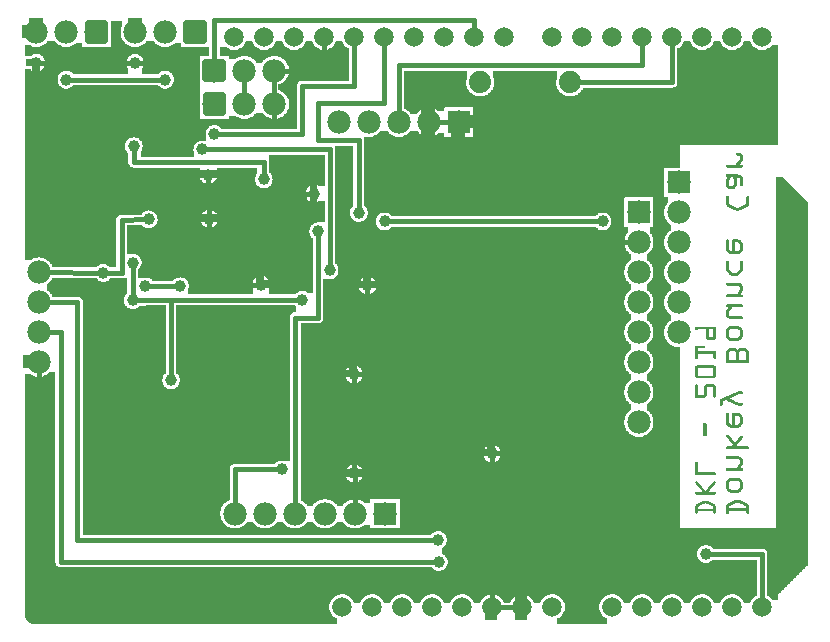
<source format=gbl>
G04 MADE WITH FRITZING*
G04 WWW.FRITZING.ORG*
G04 DOUBLE SIDED*
G04 HOLES PLATED*
G04 CONTOUR ON CENTER OF CONTOUR VECTOR*
%ASAXBY*%
%FSLAX23Y23*%
%MOIN*%
%OFA0B0*%
%SFA1.0B1.0*%
%ADD10C,0.075000*%
%ADD11C,0.074000*%
%ADD12C,0.039370*%
%ADD13C,0.078000*%
%ADD14C,0.065278*%
%ADD15R,0.078000X0.078000*%
%ADD16C,0.016000*%
%ADD17C,0.020000*%
%ADD18R,0.001000X0.001000*%
%LNCOPPER0*%
G90*
G70*
G54D10*
X588Y1912D03*
X2288Y1898D03*
G54D11*
X1571Y1854D03*
X1871Y1854D03*
G54D12*
X2323Y282D03*
G54D13*
X99Y1222D03*
X99Y1122D03*
X99Y1022D03*
X99Y922D03*
G54D14*
X2110Y105D03*
X2210Y105D03*
X2310Y105D03*
X2410Y105D03*
X2510Y105D03*
X1650Y2005D03*
X1550Y2005D03*
X1450Y2005D03*
X1350Y2005D03*
X1250Y2005D03*
X1150Y2005D03*
X1050Y2005D03*
X950Y2005D03*
X850Y2005D03*
X750Y2005D03*
X2510Y2005D03*
X2410Y2005D03*
X2310Y2005D03*
X2210Y2005D03*
X2110Y2005D03*
X2010Y2005D03*
X1910Y2005D03*
X1810Y2005D03*
X1210Y105D03*
X1110Y105D03*
X1310Y105D03*
X1410Y105D03*
X1510Y105D03*
X1610Y105D03*
X1710Y105D03*
X1810Y105D03*
X2010Y105D03*
G54D13*
X2233Y1520D03*
X2233Y1420D03*
X2233Y1320D03*
X2233Y1220D03*
X2233Y1120D03*
X2233Y1020D03*
X1253Y416D03*
X1153Y416D03*
X1053Y416D03*
X953Y416D03*
X853Y416D03*
X753Y416D03*
X1499Y1722D03*
X1399Y1722D03*
X1299Y1722D03*
X1199Y1722D03*
X1099Y1722D03*
X685Y1781D03*
X785Y1781D03*
X885Y1781D03*
X684Y1893D03*
X784Y1893D03*
X884Y1893D03*
X291Y2022D03*
X191Y2022D03*
X91Y2022D03*
X620Y2021D03*
X520Y2021D03*
X420Y2021D03*
X2099Y1422D03*
X2099Y1322D03*
X2099Y1222D03*
X2099Y1122D03*
X2099Y1022D03*
X2099Y922D03*
X2099Y822D03*
X2099Y722D03*
G54D12*
X1433Y255D03*
X1430Y328D03*
X1030Y1357D03*
X91Y1919D03*
X420Y1919D03*
X191Y1863D03*
X520Y1863D03*
X412Y1128D03*
X978Y1129D03*
X1018Y1483D03*
X668Y1399D03*
X315Y1219D03*
X849Y1531D03*
X416Y1641D03*
X412Y1253D03*
X466Y1397D03*
X644Y1630D03*
X1069Y1227D03*
X911Y564D03*
X1150Y881D03*
X1151Y550D03*
X1195Y1177D03*
X1166Y1419D03*
X840Y1179D03*
X685Y1682D03*
X540Y861D03*
X570Y1175D03*
X455Y1175D03*
X664Y1546D03*
X1610Y617D03*
X1252Y1390D03*
X1979Y1390D03*
G54D15*
X2233Y1520D03*
X1253Y416D03*
X1499Y1722D03*
X2099Y1422D03*
G54D16*
X2510Y282D02*
X2337Y282D01*
D02*
X2510Y131D02*
X2510Y282D01*
D02*
X1894Y1854D02*
X2210Y1854D01*
D02*
X2210Y1854D02*
X2210Y1979D01*
D02*
X1475Y1722D02*
X1424Y1722D01*
D02*
X1610Y197D02*
X1610Y131D01*
D02*
X1610Y509D02*
X1610Y197D01*
D02*
X1419Y255D02*
X173Y255D01*
D02*
X1417Y328D02*
X228Y328D01*
D02*
X228Y1122D02*
X124Y1122D01*
D02*
X228Y328D02*
X228Y1122D01*
D02*
X173Y1022D02*
X124Y1022D01*
D02*
X173Y255D02*
X173Y1022D01*
D02*
X1152Y509D02*
X1153Y441D01*
D02*
X1610Y509D02*
X1152Y509D01*
D02*
X1610Y197D02*
X99Y197D01*
D02*
X99Y197D02*
X99Y897D01*
D02*
X753Y441D02*
X753Y564D01*
D02*
X753Y564D02*
X897Y564D01*
D02*
X953Y1069D02*
X953Y441D01*
D02*
X1030Y1069D02*
X953Y1069D01*
D02*
X1030Y1344D02*
X1030Y1069D01*
D02*
X1550Y2061D02*
X1550Y2031D01*
D02*
X684Y2061D02*
X1550Y2061D01*
D02*
X104Y1919D02*
X407Y1919D01*
D02*
X507Y1863D02*
X204Y1863D01*
D02*
X540Y1129D02*
X964Y1129D01*
D02*
X426Y1128D02*
X540Y1129D01*
D02*
X668Y1483D02*
X668Y1412D01*
D02*
X664Y1483D02*
X668Y1483D01*
D02*
X664Y1532D02*
X664Y1483D01*
D02*
X664Y1546D02*
X664Y1546D01*
D02*
X1004Y1483D02*
X668Y1483D01*
D02*
X301Y1219D02*
X124Y1221D01*
D02*
X416Y1588D02*
X849Y1588D01*
D02*
X416Y1628D02*
X416Y1588D01*
D02*
X849Y1588D02*
X849Y1544D01*
D02*
X412Y1142D02*
X412Y1240D01*
D02*
X376Y1395D02*
X452Y1397D01*
D02*
X376Y1219D02*
X376Y1395D01*
D02*
X328Y1219D02*
X376Y1219D01*
D02*
X1069Y1630D02*
X1069Y1241D01*
D02*
X658Y1630D02*
X1069Y1630D01*
D02*
X595Y1720D02*
X885Y1720D01*
D02*
X595Y1919D02*
X595Y1720D01*
D02*
X434Y1919D02*
X595Y1919D01*
D02*
X1050Y1893D02*
X1050Y1979D01*
D02*
X909Y1893D02*
X1050Y1893D01*
D02*
X1152Y550D02*
X1164Y550D01*
D02*
X1152Y509D02*
X1152Y550D01*
D02*
X1151Y564D02*
X1150Y867D01*
D02*
X1195Y881D02*
X1163Y881D01*
D02*
X1195Y1164D02*
X1195Y881D01*
D02*
X1166Y1662D02*
X1166Y1432D01*
D02*
X1030Y1662D02*
X1166Y1662D01*
D02*
X1030Y1784D02*
X1030Y1662D01*
D02*
X885Y1720D02*
X885Y1757D01*
D02*
X785Y1806D02*
X784Y1869D01*
D02*
X885Y1806D02*
X884Y1869D01*
D02*
X1299Y1746D02*
X1299Y1911D01*
D02*
X1299Y1911D02*
X2110Y1911D01*
D02*
X2110Y1911D02*
X2110Y1979D01*
D02*
X1250Y1784D02*
X1030Y1784D01*
D02*
X1250Y1979D02*
X1250Y1784D01*
D02*
X977Y1682D02*
X698Y1682D01*
D02*
X977Y1842D02*
X977Y1682D01*
D02*
X1150Y1842D02*
X977Y1842D01*
D02*
X1150Y1979D02*
X1150Y1842D01*
D02*
X540Y1129D02*
X540Y874D01*
D02*
X469Y1175D02*
X557Y1175D01*
D02*
X668Y1179D02*
X827Y1179D01*
D02*
X668Y1386D02*
X668Y1179D01*
D02*
X684Y2061D02*
X684Y1918D01*
D02*
X1636Y105D02*
X1685Y105D01*
D02*
X2017Y617D02*
X2017Y1322D01*
D02*
X1624Y617D02*
X2017Y617D01*
D02*
X2017Y1322D02*
X2075Y1322D01*
D02*
X1610Y603D02*
X1610Y509D01*
D02*
X1266Y1390D02*
X1965Y1390D01*
G36*
X340Y2059D02*
X340Y1973D01*
X406Y1973D01*
X406Y1975D01*
X400Y1975D01*
X400Y1977D01*
X396Y1977D01*
X396Y1979D01*
X394Y1979D01*
X394Y1981D01*
X390Y1981D01*
X390Y1983D01*
X388Y1983D01*
X388Y1985D01*
X386Y1985D01*
X386Y1987D01*
X384Y1987D01*
X384Y1989D01*
X382Y1989D01*
X382Y1991D01*
X380Y1991D01*
X380Y1995D01*
X378Y1995D01*
X378Y1999D01*
X376Y1999D01*
X376Y2003D01*
X374Y2003D01*
X374Y2009D01*
X372Y2009D01*
X372Y2031D01*
X374Y2031D01*
X374Y2039D01*
X376Y2039D01*
X376Y2059D01*
X340Y2059D01*
G37*
D02*
G36*
X130Y1993D02*
X130Y1991D01*
X128Y1991D01*
X128Y1989D01*
X126Y1989D01*
X126Y1985D01*
X122Y1985D01*
X122Y1983D01*
X120Y1983D01*
X120Y1981D01*
X118Y1981D01*
X118Y1979D01*
X114Y1979D01*
X114Y1977D01*
X110Y1977D01*
X110Y1975D01*
X104Y1975D01*
X104Y1973D01*
X178Y1973D01*
X178Y1975D01*
X172Y1975D01*
X172Y1977D01*
X168Y1977D01*
X168Y1979D01*
X164Y1979D01*
X164Y1981D01*
X162Y1981D01*
X162Y1983D01*
X160Y1983D01*
X160Y1985D01*
X156Y1985D01*
X156Y1989D01*
X154Y1989D01*
X154Y1991D01*
X152Y1991D01*
X152Y1993D01*
X130Y1993D01*
G37*
D02*
G36*
X460Y1993D02*
X460Y1991D01*
X458Y1991D01*
X458Y1989D01*
X456Y1989D01*
X456Y1985D01*
X452Y1985D01*
X452Y1983D01*
X450Y1983D01*
X450Y1981D01*
X448Y1981D01*
X448Y1979D01*
X444Y1979D01*
X444Y1977D01*
X440Y1977D01*
X440Y1975D01*
X434Y1975D01*
X434Y1973D01*
X426Y1973D01*
X426Y1971D01*
X514Y1971D01*
X514Y1973D01*
X506Y1973D01*
X506Y1975D01*
X500Y1975D01*
X500Y1977D01*
X496Y1977D01*
X496Y1979D01*
X494Y1979D01*
X494Y1981D01*
X490Y1981D01*
X490Y1983D01*
X488Y1983D01*
X488Y1985D01*
X486Y1985D01*
X486Y1987D01*
X484Y1987D01*
X484Y1989D01*
X482Y1989D01*
X482Y1991D01*
X480Y1991D01*
X480Y1993D01*
X460Y1993D01*
G37*
D02*
G36*
X790Y1993D02*
X790Y1987D01*
X788Y1987D01*
X788Y1983D01*
X786Y1983D01*
X786Y1981D01*
X784Y1981D01*
X784Y1977D01*
X782Y1977D01*
X782Y1975D01*
X780Y1975D01*
X780Y1973D01*
X778Y1973D01*
X778Y1971D01*
X776Y1971D01*
X776Y1969D01*
X772Y1969D01*
X772Y1967D01*
X768Y1967D01*
X768Y1965D01*
X762Y1965D01*
X762Y1963D01*
X752Y1963D01*
X752Y1961D01*
X848Y1961D01*
X848Y1963D01*
X838Y1963D01*
X838Y1965D01*
X832Y1965D01*
X832Y1967D01*
X828Y1967D01*
X828Y1969D01*
X826Y1969D01*
X826Y1971D01*
X822Y1971D01*
X822Y1973D01*
X820Y1973D01*
X820Y1975D01*
X818Y1975D01*
X818Y1979D01*
X816Y1979D01*
X816Y1981D01*
X814Y1981D01*
X814Y1985D01*
X812Y1985D01*
X812Y1987D01*
X810Y1987D01*
X810Y1993D01*
X790Y1993D01*
G37*
D02*
G36*
X890Y1993D02*
X890Y1987D01*
X888Y1987D01*
X888Y1983D01*
X886Y1983D01*
X886Y1981D01*
X884Y1981D01*
X884Y1977D01*
X882Y1977D01*
X882Y1975D01*
X880Y1975D01*
X880Y1973D01*
X878Y1973D01*
X878Y1971D01*
X876Y1971D01*
X876Y1969D01*
X872Y1969D01*
X872Y1967D01*
X868Y1967D01*
X868Y1965D01*
X862Y1965D01*
X862Y1963D01*
X852Y1963D01*
X852Y1961D01*
X948Y1961D01*
X948Y1963D01*
X938Y1963D01*
X938Y1965D01*
X932Y1965D01*
X932Y1967D01*
X928Y1967D01*
X928Y1969D01*
X926Y1969D01*
X926Y1971D01*
X922Y1971D01*
X922Y1973D01*
X920Y1973D01*
X920Y1975D01*
X918Y1975D01*
X918Y1979D01*
X916Y1979D01*
X916Y1981D01*
X914Y1981D01*
X914Y1985D01*
X912Y1985D01*
X912Y1987D01*
X910Y1987D01*
X910Y1993D01*
X890Y1993D01*
G37*
D02*
G36*
X990Y1993D02*
X990Y1987D01*
X988Y1987D01*
X988Y1983D01*
X986Y1983D01*
X986Y1981D01*
X984Y1981D01*
X984Y1977D01*
X982Y1977D01*
X982Y1975D01*
X980Y1975D01*
X980Y1973D01*
X978Y1973D01*
X978Y1971D01*
X976Y1971D01*
X976Y1969D01*
X972Y1969D01*
X972Y1967D01*
X968Y1967D01*
X968Y1965D01*
X962Y1965D01*
X962Y1963D01*
X952Y1963D01*
X952Y1961D01*
X1048Y1961D01*
X1048Y1963D01*
X1038Y1963D01*
X1038Y1965D01*
X1032Y1965D01*
X1032Y1967D01*
X1028Y1967D01*
X1028Y1969D01*
X1026Y1969D01*
X1026Y1971D01*
X1024Y1971D01*
X1024Y1973D01*
X1020Y1973D01*
X1020Y1975D01*
X1018Y1975D01*
X1018Y1979D01*
X1016Y1979D01*
X1016Y1981D01*
X1014Y1981D01*
X1014Y1985D01*
X1012Y1985D01*
X1012Y1987D01*
X1010Y1987D01*
X1010Y1993D01*
X990Y1993D01*
G37*
D02*
G36*
X1090Y1993D02*
X1090Y1987D01*
X1088Y1987D01*
X1088Y1983D01*
X1086Y1983D01*
X1086Y1981D01*
X1084Y1981D01*
X1084Y1977D01*
X1082Y1977D01*
X1082Y1975D01*
X1080Y1975D01*
X1080Y1973D01*
X1078Y1973D01*
X1078Y1971D01*
X1076Y1971D01*
X1076Y1969D01*
X1072Y1969D01*
X1072Y1967D01*
X1068Y1967D01*
X1068Y1965D01*
X1062Y1965D01*
X1062Y1963D01*
X1052Y1963D01*
X1052Y1961D01*
X1132Y1961D01*
X1132Y1967D01*
X1128Y1967D01*
X1128Y1969D01*
X1126Y1969D01*
X1126Y1971D01*
X1124Y1971D01*
X1124Y1973D01*
X1120Y1973D01*
X1120Y1975D01*
X1118Y1975D01*
X1118Y1979D01*
X1116Y1979D01*
X1116Y1981D01*
X1114Y1981D01*
X1114Y1985D01*
X1112Y1985D01*
X1112Y1987D01*
X1110Y1987D01*
X1110Y1993D01*
X1090Y1993D01*
G37*
D02*
G36*
X222Y1985D02*
X222Y1983D01*
X220Y1983D01*
X220Y1981D01*
X218Y1981D01*
X218Y1979D01*
X214Y1979D01*
X214Y1977D01*
X210Y1977D01*
X210Y1975D01*
X204Y1975D01*
X204Y1973D01*
X242Y1973D01*
X242Y1985D01*
X222Y1985D01*
G37*
D02*
G36*
X552Y1985D02*
X552Y1983D01*
X550Y1983D01*
X550Y1981D01*
X548Y1981D01*
X548Y1979D01*
X544Y1979D01*
X544Y1977D01*
X540Y1977D01*
X540Y1975D01*
X534Y1975D01*
X534Y1973D01*
X526Y1973D01*
X526Y1971D01*
X572Y1971D01*
X572Y1985D01*
X552Y1985D01*
G37*
D02*
G36*
X52Y1977D02*
X52Y1973D01*
X78Y1973D01*
X78Y1975D01*
X72Y1975D01*
X72Y1977D01*
X52Y1977D01*
G37*
D02*
G36*
X52Y1973D02*
X52Y1971D01*
X414Y1971D01*
X414Y1973D01*
X52Y1973D01*
G37*
D02*
G36*
X52Y1973D02*
X52Y1971D01*
X414Y1971D01*
X414Y1973D01*
X52Y1973D01*
G37*
D02*
G36*
X52Y1973D02*
X52Y1971D01*
X414Y1971D01*
X414Y1973D01*
X52Y1973D01*
G37*
D02*
G36*
X52Y1973D02*
X52Y1971D01*
X414Y1971D01*
X414Y1973D01*
X52Y1973D01*
G37*
D02*
G36*
X702Y1973D02*
X702Y1961D01*
X748Y1961D01*
X748Y1963D01*
X738Y1963D01*
X738Y1965D01*
X732Y1965D01*
X732Y1967D01*
X728Y1967D01*
X728Y1969D01*
X726Y1969D01*
X726Y1971D01*
X722Y1971D01*
X722Y1973D01*
X702Y1973D01*
G37*
D02*
G36*
X52Y1971D02*
X52Y1969D01*
X666Y1969D01*
X666Y1971D01*
X52Y1971D01*
G37*
D02*
G36*
X52Y1971D02*
X52Y1969D01*
X666Y1969D01*
X666Y1971D01*
X52Y1971D01*
G37*
D02*
G36*
X52Y1971D02*
X52Y1969D01*
X666Y1969D01*
X666Y1971D01*
X52Y1971D01*
G37*
D02*
G36*
X52Y1969D02*
X52Y1947D01*
X430Y1947D01*
X430Y1945D01*
X434Y1945D01*
X434Y1943D01*
X438Y1943D01*
X438Y1941D01*
X440Y1941D01*
X440Y1939D01*
X442Y1939D01*
X442Y1937D01*
X444Y1937D01*
X444Y1935D01*
X446Y1935D01*
X446Y1931D01*
X448Y1931D01*
X448Y1925D01*
X450Y1925D01*
X450Y1911D01*
X448Y1911D01*
X448Y1905D01*
X446Y1905D01*
X446Y1901D01*
X444Y1901D01*
X444Y1893D01*
X524Y1893D01*
X524Y1891D01*
X532Y1891D01*
X532Y1889D01*
X536Y1889D01*
X536Y1887D01*
X538Y1887D01*
X538Y1885D01*
X542Y1885D01*
X542Y1881D01*
X544Y1881D01*
X544Y1879D01*
X546Y1879D01*
X546Y1875D01*
X548Y1875D01*
X548Y1871D01*
X550Y1871D01*
X550Y1855D01*
X548Y1855D01*
X548Y1849D01*
X546Y1849D01*
X546Y1847D01*
X544Y1847D01*
X544Y1843D01*
X542Y1843D01*
X542Y1841D01*
X540Y1841D01*
X540Y1839D01*
X536Y1839D01*
X536Y1837D01*
X534Y1837D01*
X534Y1835D01*
X528Y1835D01*
X528Y1833D01*
X636Y1833D01*
X636Y1941D01*
X666Y1941D01*
X666Y1969D01*
X52Y1969D01*
G37*
D02*
G36*
X702Y1961D02*
X702Y1959D01*
X1132Y1959D01*
X1132Y1961D01*
X702Y1961D01*
G37*
D02*
G36*
X702Y1961D02*
X702Y1959D01*
X1132Y1959D01*
X1132Y1961D01*
X702Y1961D01*
G37*
D02*
G36*
X702Y1961D02*
X702Y1959D01*
X1132Y1959D01*
X1132Y1961D01*
X702Y1961D01*
G37*
D02*
G36*
X702Y1961D02*
X702Y1959D01*
X1132Y1959D01*
X1132Y1961D01*
X702Y1961D01*
G37*
D02*
G36*
X702Y1961D02*
X702Y1959D01*
X1132Y1959D01*
X1132Y1961D01*
X702Y1961D01*
G37*
D02*
G36*
X702Y1959D02*
X702Y1941D01*
X896Y1941D01*
X896Y1939D01*
X904Y1939D01*
X904Y1937D01*
X906Y1937D01*
X906Y1935D01*
X910Y1935D01*
X910Y1933D01*
X914Y1933D01*
X914Y1931D01*
X916Y1931D01*
X916Y1929D01*
X918Y1929D01*
X918Y1927D01*
X920Y1927D01*
X920Y1925D01*
X922Y1925D01*
X922Y1923D01*
X924Y1923D01*
X924Y1919D01*
X926Y1919D01*
X926Y1915D01*
X928Y1915D01*
X928Y1913D01*
X930Y1913D01*
X930Y1907D01*
X932Y1907D01*
X932Y1895D01*
X934Y1895D01*
X934Y1891D01*
X932Y1891D01*
X932Y1879D01*
X930Y1879D01*
X930Y1873D01*
X928Y1873D01*
X928Y1869D01*
X926Y1869D01*
X926Y1867D01*
X924Y1867D01*
X924Y1863D01*
X922Y1863D01*
X922Y1861D01*
X920Y1861D01*
X920Y1859D01*
X918Y1859D01*
X918Y1857D01*
X916Y1857D01*
X916Y1855D01*
X914Y1855D01*
X914Y1853D01*
X910Y1853D01*
X910Y1851D01*
X908Y1851D01*
X908Y1849D01*
X904Y1849D01*
X904Y1847D01*
X898Y1847D01*
X898Y1827D01*
X904Y1827D01*
X904Y1825D01*
X908Y1825D01*
X908Y1823D01*
X912Y1823D01*
X912Y1821D01*
X914Y1821D01*
X914Y1819D01*
X916Y1819D01*
X916Y1817D01*
X918Y1817D01*
X918Y1815D01*
X920Y1815D01*
X920Y1813D01*
X922Y1813D01*
X922Y1811D01*
X924Y1811D01*
X924Y1809D01*
X926Y1809D01*
X926Y1805D01*
X928Y1805D01*
X928Y1801D01*
X930Y1801D01*
X930Y1797D01*
X932Y1797D01*
X932Y1789D01*
X934Y1789D01*
X934Y1773D01*
X932Y1773D01*
X932Y1765D01*
X930Y1765D01*
X930Y1761D01*
X928Y1761D01*
X928Y1757D01*
X926Y1757D01*
X926Y1753D01*
X924Y1753D01*
X924Y1751D01*
X922Y1751D01*
X922Y1749D01*
X920Y1749D01*
X920Y1747D01*
X918Y1747D01*
X918Y1745D01*
X916Y1745D01*
X916Y1743D01*
X914Y1743D01*
X914Y1741D01*
X912Y1741D01*
X912Y1739D01*
X908Y1739D01*
X908Y1737D01*
X904Y1737D01*
X904Y1735D01*
X898Y1735D01*
X898Y1733D01*
X960Y1733D01*
X960Y1849D01*
X962Y1849D01*
X962Y1853D01*
X964Y1853D01*
X964Y1855D01*
X968Y1855D01*
X968Y1857D01*
X972Y1857D01*
X972Y1859D01*
X1132Y1859D01*
X1132Y1959D01*
X702Y1959D01*
G37*
D02*
G36*
X52Y1947D02*
X52Y1941D01*
X74Y1941D01*
X74Y1943D01*
X76Y1943D01*
X76Y1945D01*
X80Y1945D01*
X80Y1947D01*
X52Y1947D01*
G37*
D02*
G36*
X102Y1947D02*
X102Y1945D01*
X106Y1945D01*
X106Y1943D01*
X108Y1943D01*
X108Y1941D01*
X112Y1941D01*
X112Y1939D01*
X114Y1939D01*
X114Y1935D01*
X116Y1935D01*
X116Y1933D01*
X118Y1933D01*
X118Y1927D01*
X120Y1927D01*
X120Y1909D01*
X118Y1909D01*
X118Y1905D01*
X116Y1905D01*
X116Y1901D01*
X114Y1901D01*
X114Y1899D01*
X112Y1899D01*
X112Y1897D01*
X110Y1897D01*
X110Y1895D01*
X108Y1895D01*
X108Y1893D01*
X196Y1893D01*
X196Y1891D01*
X202Y1891D01*
X202Y1889D01*
X206Y1889D01*
X206Y1887D01*
X210Y1887D01*
X210Y1885D01*
X212Y1885D01*
X212Y1883D01*
X214Y1883D01*
X214Y1881D01*
X398Y1881D01*
X398Y1901D01*
X396Y1901D01*
X396Y1903D01*
X394Y1903D01*
X394Y1907D01*
X392Y1907D01*
X392Y1917D01*
X390Y1917D01*
X390Y1921D01*
X392Y1921D01*
X392Y1929D01*
X394Y1929D01*
X394Y1933D01*
X396Y1933D01*
X396Y1937D01*
X398Y1937D01*
X398Y1939D01*
X400Y1939D01*
X400Y1941D01*
X402Y1941D01*
X402Y1943D01*
X406Y1943D01*
X406Y1945D01*
X410Y1945D01*
X410Y1947D01*
X102Y1947D01*
G37*
D02*
G36*
X734Y1941D02*
X734Y1931D01*
X756Y1931D01*
X756Y1933D01*
X758Y1933D01*
X758Y1935D01*
X762Y1935D01*
X762Y1937D01*
X766Y1937D01*
X766Y1939D01*
X772Y1939D01*
X772Y1941D01*
X734Y1941D01*
G37*
D02*
G36*
X796Y1941D02*
X796Y1939D01*
X804Y1939D01*
X804Y1937D01*
X806Y1937D01*
X806Y1935D01*
X810Y1935D01*
X810Y1933D01*
X814Y1933D01*
X814Y1931D01*
X816Y1931D01*
X816Y1929D01*
X818Y1929D01*
X818Y1927D01*
X820Y1927D01*
X820Y1925D01*
X822Y1925D01*
X822Y1923D01*
X824Y1923D01*
X824Y1919D01*
X844Y1919D01*
X844Y1923D01*
X846Y1923D01*
X846Y1925D01*
X848Y1925D01*
X848Y1927D01*
X850Y1927D01*
X850Y1929D01*
X852Y1929D01*
X852Y1931D01*
X856Y1931D01*
X856Y1933D01*
X858Y1933D01*
X858Y1935D01*
X862Y1935D01*
X862Y1937D01*
X866Y1937D01*
X866Y1939D01*
X872Y1939D01*
X872Y1941D01*
X796Y1941D01*
G37*
D02*
G36*
X52Y1897D02*
X52Y1889D01*
X82Y1889D01*
X82Y1891D01*
X78Y1891D01*
X78Y1893D01*
X74Y1893D01*
X74Y1895D01*
X72Y1895D01*
X72Y1897D01*
X52Y1897D01*
G37*
D02*
G36*
X104Y1893D02*
X104Y1891D01*
X100Y1891D01*
X100Y1889D01*
X180Y1889D01*
X180Y1891D01*
X186Y1891D01*
X186Y1893D01*
X104Y1893D01*
G37*
D02*
G36*
X444Y1893D02*
X444Y1881D01*
X498Y1881D01*
X498Y1883D01*
X500Y1883D01*
X500Y1885D01*
X502Y1885D01*
X502Y1887D01*
X506Y1887D01*
X506Y1889D01*
X508Y1889D01*
X508Y1891D01*
X516Y1891D01*
X516Y1893D01*
X444Y1893D01*
G37*
D02*
G36*
X52Y1889D02*
X52Y1887D01*
X176Y1887D01*
X176Y1889D01*
X52Y1889D01*
G37*
D02*
G36*
X52Y1889D02*
X52Y1887D01*
X176Y1887D01*
X176Y1889D01*
X52Y1889D01*
G37*
D02*
G36*
X52Y1887D02*
X52Y1833D01*
X184Y1833D01*
X184Y1835D01*
X178Y1835D01*
X178Y1837D01*
X174Y1837D01*
X174Y1839D01*
X172Y1839D01*
X172Y1841D01*
X170Y1841D01*
X170Y1843D01*
X168Y1843D01*
X168Y1845D01*
X166Y1845D01*
X166Y1849D01*
X164Y1849D01*
X164Y1853D01*
X162Y1853D01*
X162Y1873D01*
X164Y1873D01*
X164Y1877D01*
X166Y1877D01*
X166Y1881D01*
X168Y1881D01*
X168Y1883D01*
X170Y1883D01*
X170Y1885D01*
X172Y1885D01*
X172Y1887D01*
X52Y1887D01*
G37*
D02*
G36*
X214Y1845D02*
X214Y1843D01*
X212Y1843D01*
X212Y1841D01*
X210Y1841D01*
X210Y1839D01*
X208Y1839D01*
X208Y1837D01*
X204Y1837D01*
X204Y1835D01*
X198Y1835D01*
X198Y1833D01*
X514Y1833D01*
X514Y1835D01*
X508Y1835D01*
X508Y1837D01*
X504Y1837D01*
X504Y1839D01*
X502Y1839D01*
X502Y1841D01*
X500Y1841D01*
X500Y1843D01*
X498Y1843D01*
X498Y1845D01*
X214Y1845D01*
G37*
D02*
G36*
X52Y1833D02*
X52Y1831D01*
X636Y1831D01*
X636Y1833D01*
X52Y1833D01*
G37*
D02*
G36*
X52Y1833D02*
X52Y1831D01*
X636Y1831D01*
X636Y1833D01*
X52Y1833D01*
G37*
D02*
G36*
X52Y1833D02*
X52Y1831D01*
X636Y1831D01*
X636Y1833D01*
X52Y1833D01*
G37*
D02*
G36*
X52Y1831D02*
X52Y1733D01*
X636Y1733D01*
X636Y1831D01*
X52Y1831D01*
G37*
D02*
G36*
X824Y1753D02*
X824Y1751D01*
X822Y1751D01*
X822Y1749D01*
X820Y1749D01*
X820Y1747D01*
X818Y1747D01*
X818Y1745D01*
X816Y1745D01*
X816Y1743D01*
X814Y1743D01*
X814Y1741D01*
X812Y1741D01*
X812Y1739D01*
X808Y1739D01*
X808Y1737D01*
X804Y1737D01*
X804Y1735D01*
X798Y1735D01*
X798Y1733D01*
X872Y1733D01*
X872Y1735D01*
X866Y1735D01*
X866Y1737D01*
X862Y1737D01*
X862Y1739D01*
X858Y1739D01*
X858Y1741D01*
X856Y1741D01*
X856Y1743D01*
X852Y1743D01*
X852Y1745D01*
X850Y1745D01*
X850Y1747D01*
X848Y1747D01*
X848Y1751D01*
X846Y1751D01*
X846Y1753D01*
X824Y1753D01*
G37*
D02*
G36*
X734Y1743D02*
X734Y1733D01*
X772Y1733D01*
X772Y1735D01*
X766Y1735D01*
X766Y1737D01*
X762Y1737D01*
X762Y1739D01*
X758Y1739D01*
X758Y1741D01*
X756Y1741D01*
X756Y1743D01*
X734Y1743D01*
G37*
D02*
G36*
X52Y1733D02*
X52Y1731D01*
X960Y1731D01*
X960Y1733D01*
X52Y1733D01*
G37*
D02*
G36*
X52Y1733D02*
X52Y1731D01*
X960Y1731D01*
X960Y1733D01*
X52Y1733D01*
G37*
D02*
G36*
X52Y1733D02*
X52Y1731D01*
X960Y1731D01*
X960Y1733D01*
X52Y1733D01*
G37*
D02*
G36*
X52Y1733D02*
X52Y1731D01*
X960Y1731D01*
X960Y1733D01*
X52Y1733D01*
G37*
D02*
G36*
X52Y1731D02*
X52Y1711D01*
X692Y1711D01*
X692Y1709D01*
X698Y1709D01*
X698Y1707D01*
X700Y1707D01*
X700Y1705D01*
X704Y1705D01*
X704Y1703D01*
X706Y1703D01*
X706Y1701D01*
X708Y1701D01*
X708Y1699D01*
X960Y1699D01*
X960Y1731D01*
X52Y1731D01*
G37*
D02*
G36*
X52Y1711D02*
X52Y1671D01*
X420Y1671D01*
X420Y1669D01*
X428Y1669D01*
X428Y1667D01*
X432Y1667D01*
X432Y1665D01*
X434Y1665D01*
X434Y1663D01*
X436Y1663D01*
X436Y1661D01*
X438Y1661D01*
X438Y1659D01*
X440Y1659D01*
X440Y1657D01*
X442Y1657D01*
X442Y1653D01*
X444Y1653D01*
X444Y1645D01*
X446Y1645D01*
X446Y1637D01*
X444Y1637D01*
X444Y1629D01*
X442Y1629D01*
X442Y1625D01*
X440Y1625D01*
X440Y1605D01*
X616Y1605D01*
X616Y1625D01*
X614Y1625D01*
X614Y1633D01*
X616Y1633D01*
X616Y1641D01*
X618Y1641D01*
X618Y1645D01*
X620Y1645D01*
X620Y1647D01*
X622Y1647D01*
X622Y1649D01*
X624Y1649D01*
X624Y1651D01*
X626Y1651D01*
X626Y1653D01*
X628Y1653D01*
X628Y1655D01*
X632Y1655D01*
X632Y1657D01*
X638Y1657D01*
X638Y1659D01*
X656Y1659D01*
X656Y1691D01*
X658Y1691D01*
X658Y1695D01*
X660Y1695D01*
X660Y1699D01*
X662Y1699D01*
X662Y1701D01*
X664Y1701D01*
X664Y1703D01*
X666Y1703D01*
X666Y1705D01*
X668Y1705D01*
X668Y1707D01*
X672Y1707D01*
X672Y1709D01*
X678Y1709D01*
X678Y1711D01*
X52Y1711D01*
G37*
D02*
G36*
X52Y1671D02*
X52Y1515D01*
X660Y1515D01*
X660Y1517D01*
X652Y1517D01*
X652Y1519D01*
X648Y1519D01*
X648Y1521D01*
X646Y1521D01*
X646Y1523D01*
X644Y1523D01*
X644Y1525D01*
X642Y1525D01*
X642Y1527D01*
X640Y1527D01*
X640Y1529D01*
X638Y1529D01*
X638Y1533D01*
X636Y1533D01*
X636Y1541D01*
X634Y1541D01*
X634Y1549D01*
X636Y1549D01*
X636Y1569D01*
X412Y1569D01*
X412Y1571D01*
X406Y1571D01*
X406Y1573D01*
X404Y1573D01*
X404Y1575D01*
X402Y1575D01*
X402Y1577D01*
X400Y1577D01*
X400Y1581D01*
X398Y1581D01*
X398Y1619D01*
X394Y1619D01*
X394Y1623D01*
X392Y1623D01*
X392Y1625D01*
X390Y1625D01*
X390Y1629D01*
X388Y1629D01*
X388Y1635D01*
X386Y1635D01*
X386Y1647D01*
X388Y1647D01*
X388Y1653D01*
X390Y1653D01*
X390Y1657D01*
X392Y1657D01*
X392Y1659D01*
X394Y1659D01*
X394Y1661D01*
X396Y1661D01*
X396Y1663D01*
X398Y1663D01*
X398Y1665D01*
X400Y1665D01*
X400Y1667D01*
X404Y1667D01*
X404Y1669D01*
X412Y1669D01*
X412Y1671D01*
X52Y1671D01*
G37*
D02*
G36*
X866Y1611D02*
X866Y1591D01*
X868Y1591D01*
X868Y1553D01*
X870Y1553D01*
X870Y1551D01*
X872Y1551D01*
X872Y1547D01*
X874Y1547D01*
X874Y1545D01*
X876Y1545D01*
X876Y1541D01*
X878Y1541D01*
X878Y1531D01*
X880Y1531D01*
X880Y1529D01*
X878Y1529D01*
X878Y1519D01*
X876Y1519D01*
X876Y1515D01*
X874Y1515D01*
X874Y1513D01*
X1020Y1513D01*
X1020Y1511D01*
X1030Y1511D01*
X1030Y1509D01*
X1032Y1509D01*
X1032Y1507D01*
X1052Y1507D01*
X1052Y1611D01*
X866Y1611D01*
G37*
D02*
G36*
X694Y1569D02*
X694Y1539D01*
X692Y1539D01*
X692Y1533D01*
X690Y1533D01*
X690Y1529D01*
X688Y1529D01*
X688Y1527D01*
X686Y1527D01*
X686Y1525D01*
X684Y1525D01*
X684Y1523D01*
X682Y1523D01*
X682Y1521D01*
X680Y1521D01*
X680Y1519D01*
X676Y1519D01*
X676Y1517D01*
X668Y1517D01*
X668Y1515D01*
X824Y1515D01*
X824Y1517D01*
X822Y1517D01*
X822Y1523D01*
X820Y1523D01*
X820Y1539D01*
X822Y1539D01*
X822Y1543D01*
X824Y1543D01*
X824Y1547D01*
X826Y1547D01*
X826Y1549D01*
X828Y1549D01*
X828Y1569D01*
X694Y1569D01*
G37*
D02*
G36*
X52Y1515D02*
X52Y1513D01*
X824Y1513D01*
X824Y1515D01*
X52Y1515D01*
G37*
D02*
G36*
X52Y1515D02*
X52Y1513D01*
X824Y1513D01*
X824Y1515D01*
X52Y1515D01*
G37*
D02*
G36*
X52Y1513D02*
X52Y1501D01*
X840Y1501D01*
X840Y1503D01*
X836Y1503D01*
X836Y1505D01*
X832Y1505D01*
X832Y1507D01*
X830Y1507D01*
X830Y1509D01*
X828Y1509D01*
X828Y1511D01*
X826Y1511D01*
X826Y1513D01*
X52Y1513D01*
G37*
D02*
G36*
X872Y1513D02*
X872Y1509D01*
X870Y1509D01*
X870Y1507D01*
X866Y1507D01*
X866Y1505D01*
X864Y1505D01*
X864Y1503D01*
X858Y1503D01*
X858Y1501D01*
X996Y1501D01*
X996Y1503D01*
X998Y1503D01*
X998Y1505D01*
X1000Y1505D01*
X1000Y1507D01*
X1002Y1507D01*
X1002Y1509D01*
X1006Y1509D01*
X1006Y1511D01*
X1016Y1511D01*
X1016Y1513D01*
X872Y1513D01*
G37*
D02*
G36*
X52Y1501D02*
X52Y1499D01*
X994Y1499D01*
X994Y1501D01*
X52Y1501D01*
G37*
D02*
G36*
X52Y1501D02*
X52Y1499D01*
X994Y1499D01*
X994Y1501D01*
X52Y1501D01*
G37*
D02*
G36*
X52Y1499D02*
X52Y1453D01*
X1010Y1453D01*
X1010Y1455D01*
X1004Y1455D01*
X1004Y1457D01*
X1002Y1457D01*
X1002Y1459D01*
X998Y1459D01*
X998Y1461D01*
X996Y1461D01*
X996Y1463D01*
X994Y1463D01*
X994Y1467D01*
X992Y1467D01*
X992Y1471D01*
X990Y1471D01*
X990Y1477D01*
X988Y1477D01*
X988Y1489D01*
X990Y1489D01*
X990Y1495D01*
X992Y1495D01*
X992Y1499D01*
X52Y1499D01*
G37*
D02*
G36*
X1030Y1457D02*
X1030Y1455D01*
X1026Y1455D01*
X1026Y1453D01*
X1052Y1453D01*
X1052Y1457D01*
X1030Y1457D01*
G37*
D02*
G36*
X52Y1453D02*
X52Y1451D01*
X1052Y1451D01*
X1052Y1453D01*
X52Y1453D01*
G37*
D02*
G36*
X52Y1453D02*
X52Y1451D01*
X1052Y1451D01*
X1052Y1453D01*
X52Y1453D01*
G37*
D02*
G36*
X52Y1451D02*
X52Y1429D01*
X670Y1429D01*
X670Y1427D01*
X678Y1427D01*
X678Y1425D01*
X682Y1425D01*
X682Y1423D01*
X686Y1423D01*
X686Y1421D01*
X688Y1421D01*
X688Y1419D01*
X690Y1419D01*
X690Y1417D01*
X692Y1417D01*
X692Y1413D01*
X694Y1413D01*
X694Y1411D01*
X696Y1411D01*
X696Y1403D01*
X698Y1403D01*
X698Y1395D01*
X696Y1395D01*
X696Y1387D01*
X694Y1387D01*
X694Y1383D01*
X692Y1383D01*
X692Y1381D01*
X690Y1381D01*
X690Y1377D01*
X686Y1377D01*
X686Y1375D01*
X684Y1375D01*
X684Y1373D01*
X680Y1373D01*
X680Y1371D01*
X676Y1371D01*
X676Y1369D01*
X1004Y1369D01*
X1004Y1373D01*
X1006Y1373D01*
X1006Y1375D01*
X1008Y1375D01*
X1008Y1377D01*
X1010Y1377D01*
X1010Y1379D01*
X1012Y1379D01*
X1012Y1381D01*
X1014Y1381D01*
X1014Y1383D01*
X1018Y1383D01*
X1018Y1385D01*
X1026Y1385D01*
X1026Y1387D01*
X1052Y1387D01*
X1052Y1451D01*
X52Y1451D01*
G37*
D02*
G36*
X52Y1429D02*
X52Y1427D01*
X466Y1427D01*
X466Y1425D01*
X476Y1425D01*
X476Y1423D01*
X480Y1423D01*
X480Y1421D01*
X484Y1421D01*
X484Y1419D01*
X486Y1419D01*
X486Y1417D01*
X488Y1417D01*
X488Y1415D01*
X490Y1415D01*
X490Y1411D01*
X492Y1411D01*
X492Y1407D01*
X494Y1407D01*
X494Y1399D01*
X496Y1399D01*
X496Y1393D01*
X494Y1393D01*
X494Y1385D01*
X492Y1385D01*
X492Y1381D01*
X490Y1381D01*
X490Y1379D01*
X488Y1379D01*
X488Y1375D01*
X484Y1375D01*
X484Y1373D01*
X482Y1373D01*
X482Y1371D01*
X478Y1371D01*
X478Y1369D01*
X660Y1369D01*
X660Y1371D01*
X654Y1371D01*
X654Y1373D01*
X652Y1373D01*
X652Y1375D01*
X648Y1375D01*
X648Y1377D01*
X646Y1377D01*
X646Y1379D01*
X644Y1379D01*
X644Y1383D01*
X642Y1383D01*
X642Y1385D01*
X640Y1385D01*
X640Y1391D01*
X638Y1391D01*
X638Y1405D01*
X640Y1405D01*
X640Y1411D01*
X642Y1411D01*
X642Y1415D01*
X644Y1415D01*
X644Y1417D01*
X646Y1417D01*
X646Y1419D01*
X648Y1419D01*
X648Y1421D01*
X650Y1421D01*
X650Y1423D01*
X652Y1423D01*
X652Y1425D01*
X656Y1425D01*
X656Y1427D01*
X666Y1427D01*
X666Y1429D01*
X52Y1429D01*
G37*
D02*
G36*
X52Y1427D02*
X52Y1271D01*
X102Y1271D01*
X102Y1269D01*
X112Y1269D01*
X112Y1267D01*
X118Y1267D01*
X118Y1265D01*
X122Y1265D01*
X122Y1263D01*
X126Y1263D01*
X126Y1261D01*
X128Y1261D01*
X128Y1259D01*
X132Y1259D01*
X132Y1257D01*
X134Y1257D01*
X134Y1255D01*
X136Y1255D01*
X136Y1253D01*
X138Y1253D01*
X138Y1249D01*
X140Y1249D01*
X140Y1247D01*
X324Y1247D01*
X324Y1245D01*
X328Y1245D01*
X328Y1243D01*
X332Y1243D01*
X332Y1241D01*
X334Y1241D01*
X334Y1239D01*
X336Y1239D01*
X336Y1237D01*
X358Y1237D01*
X358Y1401D01*
X360Y1401D01*
X360Y1405D01*
X362Y1405D01*
X362Y1407D01*
X364Y1407D01*
X364Y1409D01*
X366Y1409D01*
X366Y1411D01*
X372Y1411D01*
X372Y1413D01*
X442Y1413D01*
X442Y1415D01*
X444Y1415D01*
X444Y1417D01*
X446Y1417D01*
X446Y1419D01*
X448Y1419D01*
X448Y1421D01*
X450Y1421D01*
X450Y1423D01*
X454Y1423D01*
X454Y1425D01*
X464Y1425D01*
X464Y1427D01*
X52Y1427D01*
G37*
D02*
G36*
X394Y1377D02*
X394Y1367D01*
X458Y1367D01*
X458Y1369D01*
X452Y1369D01*
X452Y1371D01*
X448Y1371D01*
X448Y1373D01*
X446Y1373D01*
X446Y1375D01*
X444Y1375D01*
X444Y1377D01*
X394Y1377D01*
G37*
D02*
G36*
X474Y1369D02*
X474Y1367D01*
X1002Y1367D01*
X1002Y1369D01*
X474Y1369D01*
G37*
D02*
G36*
X474Y1369D02*
X474Y1367D01*
X1002Y1367D01*
X1002Y1369D01*
X474Y1369D01*
G37*
D02*
G36*
X394Y1367D02*
X394Y1365D01*
X1002Y1365D01*
X1002Y1367D01*
X394Y1367D01*
G37*
D02*
G36*
X394Y1367D02*
X394Y1365D01*
X1002Y1365D01*
X1002Y1367D01*
X394Y1367D01*
G37*
D02*
G36*
X394Y1365D02*
X394Y1283D01*
X418Y1283D01*
X418Y1281D01*
X424Y1281D01*
X424Y1279D01*
X428Y1279D01*
X428Y1277D01*
X430Y1277D01*
X430Y1275D01*
X434Y1275D01*
X434Y1271D01*
X436Y1271D01*
X436Y1269D01*
X438Y1269D01*
X438Y1265D01*
X440Y1265D01*
X440Y1259D01*
X442Y1259D01*
X442Y1247D01*
X440Y1247D01*
X440Y1241D01*
X438Y1241D01*
X438Y1237D01*
X436Y1237D01*
X436Y1235D01*
X434Y1235D01*
X434Y1231D01*
X430Y1231D01*
X430Y1209D01*
X846Y1209D01*
X846Y1207D01*
X852Y1207D01*
X852Y1205D01*
X856Y1205D01*
X856Y1203D01*
X858Y1203D01*
X858Y1201D01*
X860Y1201D01*
X860Y1199D01*
X862Y1199D01*
X862Y1197D01*
X864Y1197D01*
X864Y1195D01*
X866Y1195D01*
X866Y1191D01*
X868Y1191D01*
X868Y1185D01*
X870Y1185D01*
X870Y1173D01*
X868Y1173D01*
X868Y1167D01*
X866Y1167D01*
X866Y1159D01*
X980Y1159D01*
X980Y1157D01*
X990Y1157D01*
X990Y1155D01*
X992Y1155D01*
X992Y1153D01*
X1012Y1153D01*
X1012Y1335D01*
X1008Y1335D01*
X1008Y1339D01*
X1006Y1339D01*
X1006Y1341D01*
X1004Y1341D01*
X1004Y1345D01*
X1002Y1345D01*
X1002Y1351D01*
X1000Y1351D01*
X1000Y1363D01*
X1002Y1363D01*
X1002Y1365D01*
X394Y1365D01*
G37*
D02*
G36*
X52Y1271D02*
X52Y1261D01*
X72Y1261D01*
X72Y1263D01*
X76Y1263D01*
X76Y1265D01*
X80Y1265D01*
X80Y1267D01*
X86Y1267D01*
X86Y1269D01*
X98Y1269D01*
X98Y1271D01*
X52Y1271D01*
G37*
D02*
G36*
X142Y1247D02*
X142Y1243D01*
X144Y1243D01*
X144Y1239D01*
X180Y1239D01*
X180Y1237D01*
X292Y1237D01*
X292Y1239D01*
X294Y1239D01*
X294Y1241D01*
X298Y1241D01*
X298Y1243D01*
X300Y1243D01*
X300Y1245D01*
X304Y1245D01*
X304Y1247D01*
X142Y1247D01*
G37*
D02*
G36*
X430Y1209D02*
X430Y1205D01*
X572Y1205D01*
X572Y1203D01*
X582Y1203D01*
X582Y1201D01*
X586Y1201D01*
X586Y1199D01*
X588Y1199D01*
X588Y1197D01*
X590Y1197D01*
X590Y1195D01*
X592Y1195D01*
X592Y1193D01*
X594Y1193D01*
X594Y1191D01*
X596Y1191D01*
X596Y1187D01*
X598Y1187D01*
X598Y1181D01*
X600Y1181D01*
X600Y1167D01*
X598Y1167D01*
X598Y1147D01*
X814Y1147D01*
X814Y1167D01*
X812Y1167D01*
X812Y1173D01*
X810Y1173D01*
X810Y1185D01*
X812Y1185D01*
X812Y1191D01*
X814Y1191D01*
X814Y1195D01*
X816Y1195D01*
X816Y1197D01*
X818Y1197D01*
X818Y1199D01*
X820Y1199D01*
X820Y1201D01*
X822Y1201D01*
X822Y1203D01*
X824Y1203D01*
X824Y1205D01*
X828Y1205D01*
X828Y1207D01*
X834Y1207D01*
X834Y1209D01*
X430Y1209D01*
G37*
D02*
G36*
X430Y1205D02*
X430Y1203D01*
X466Y1203D01*
X466Y1201D01*
X470Y1201D01*
X470Y1199D01*
X472Y1199D01*
X472Y1197D01*
X476Y1197D01*
X476Y1195D01*
X478Y1195D01*
X478Y1193D01*
X548Y1193D01*
X548Y1195D01*
X550Y1195D01*
X550Y1197D01*
X552Y1197D01*
X552Y1199D01*
X556Y1199D01*
X556Y1201D01*
X560Y1201D01*
X560Y1203D01*
X570Y1203D01*
X570Y1205D01*
X430Y1205D01*
G37*
D02*
G36*
X866Y1159D02*
X866Y1147D01*
X956Y1147D01*
X956Y1149D01*
X958Y1149D01*
X958Y1151D01*
X960Y1151D01*
X960Y1153D01*
X962Y1153D01*
X962Y1155D01*
X966Y1155D01*
X966Y1157D01*
X974Y1157D01*
X974Y1159D01*
X866Y1159D01*
G37*
D02*
G36*
X2250Y1993D02*
X2250Y1987D01*
X2248Y1987D01*
X2248Y1983D01*
X2246Y1983D01*
X2246Y1981D01*
X2244Y1981D01*
X2244Y1977D01*
X2242Y1977D01*
X2242Y1975D01*
X2240Y1975D01*
X2240Y1973D01*
X2238Y1973D01*
X2238Y1971D01*
X2236Y1971D01*
X2236Y1969D01*
X2232Y1969D01*
X2232Y1967D01*
X2228Y1967D01*
X2228Y1961D01*
X2308Y1961D01*
X2308Y1963D01*
X2298Y1963D01*
X2298Y1965D01*
X2292Y1965D01*
X2292Y1967D01*
X2288Y1967D01*
X2288Y1969D01*
X2286Y1969D01*
X2286Y1971D01*
X2284Y1971D01*
X2284Y1973D01*
X2280Y1973D01*
X2280Y1975D01*
X2278Y1975D01*
X2278Y1979D01*
X2276Y1979D01*
X2276Y1981D01*
X2274Y1981D01*
X2274Y1985D01*
X2272Y1985D01*
X2272Y1989D01*
X2270Y1989D01*
X2270Y1993D01*
X2250Y1993D01*
G37*
D02*
G36*
X2350Y1993D02*
X2350Y1987D01*
X2348Y1987D01*
X2348Y1983D01*
X2346Y1983D01*
X2346Y1979D01*
X2344Y1979D01*
X2344Y1977D01*
X2342Y1977D01*
X2342Y1975D01*
X2340Y1975D01*
X2340Y1973D01*
X2338Y1973D01*
X2338Y1971D01*
X2336Y1971D01*
X2336Y1969D01*
X2332Y1969D01*
X2332Y1967D01*
X2328Y1967D01*
X2328Y1965D01*
X2322Y1965D01*
X2322Y1963D01*
X2312Y1963D01*
X2312Y1961D01*
X2408Y1961D01*
X2408Y1963D01*
X2398Y1963D01*
X2398Y1965D01*
X2392Y1965D01*
X2392Y1967D01*
X2388Y1967D01*
X2388Y1969D01*
X2386Y1969D01*
X2386Y1971D01*
X2384Y1971D01*
X2384Y1973D01*
X2380Y1973D01*
X2380Y1975D01*
X2378Y1975D01*
X2378Y1979D01*
X2376Y1979D01*
X2376Y1981D01*
X2374Y1981D01*
X2374Y1985D01*
X2372Y1985D01*
X2372Y1989D01*
X2370Y1989D01*
X2370Y1993D01*
X2350Y1993D01*
G37*
D02*
G36*
X2450Y1993D02*
X2450Y1987D01*
X2448Y1987D01*
X2448Y1983D01*
X2446Y1983D01*
X2446Y1979D01*
X2444Y1979D01*
X2444Y1977D01*
X2442Y1977D01*
X2442Y1975D01*
X2440Y1975D01*
X2440Y1973D01*
X2438Y1973D01*
X2438Y1971D01*
X2436Y1971D01*
X2436Y1969D01*
X2432Y1969D01*
X2432Y1967D01*
X2428Y1967D01*
X2428Y1965D01*
X2422Y1965D01*
X2422Y1963D01*
X2412Y1963D01*
X2412Y1961D01*
X2508Y1961D01*
X2508Y1963D01*
X2498Y1963D01*
X2498Y1965D01*
X2492Y1965D01*
X2492Y1967D01*
X2488Y1967D01*
X2488Y1969D01*
X2486Y1969D01*
X2486Y1971D01*
X2484Y1971D01*
X2484Y1973D01*
X2480Y1973D01*
X2480Y1975D01*
X2478Y1975D01*
X2478Y1979D01*
X2476Y1979D01*
X2476Y1981D01*
X2474Y1981D01*
X2474Y1985D01*
X2472Y1985D01*
X2472Y1989D01*
X2470Y1989D01*
X2470Y1993D01*
X2450Y1993D01*
G37*
D02*
G36*
X2544Y1979D02*
X2544Y1977D01*
X2542Y1977D01*
X2542Y1975D01*
X2540Y1975D01*
X2540Y1973D01*
X2538Y1973D01*
X2538Y1971D01*
X2536Y1971D01*
X2536Y1969D01*
X2532Y1969D01*
X2532Y1967D01*
X2528Y1967D01*
X2528Y1965D01*
X2522Y1965D01*
X2522Y1963D01*
X2512Y1963D01*
X2512Y1961D01*
X2564Y1961D01*
X2564Y1979D01*
X2544Y1979D01*
G37*
D02*
G36*
X2228Y1961D02*
X2228Y1959D01*
X2564Y1959D01*
X2564Y1961D01*
X2228Y1961D01*
G37*
D02*
G36*
X2228Y1961D02*
X2228Y1959D01*
X2564Y1959D01*
X2564Y1961D01*
X2228Y1961D01*
G37*
D02*
G36*
X2228Y1961D02*
X2228Y1959D01*
X2564Y1959D01*
X2564Y1961D01*
X2228Y1961D01*
G37*
D02*
G36*
X2228Y1961D02*
X2228Y1959D01*
X2564Y1959D01*
X2564Y1961D01*
X2228Y1961D01*
G37*
D02*
G36*
X2228Y1959D02*
X2228Y1847D01*
X2226Y1847D01*
X2226Y1843D01*
X2224Y1843D01*
X2224Y1841D01*
X2222Y1841D01*
X2222Y1839D01*
X2218Y1839D01*
X2218Y1837D01*
X2212Y1837D01*
X2212Y1835D01*
X1914Y1835D01*
X1914Y1833D01*
X1912Y1833D01*
X1912Y1829D01*
X1910Y1829D01*
X1910Y1827D01*
X1908Y1827D01*
X1908Y1825D01*
X1906Y1825D01*
X1906Y1821D01*
X1904Y1821D01*
X1904Y1819D01*
X1900Y1819D01*
X1900Y1817D01*
X1898Y1817D01*
X1898Y1815D01*
X1896Y1815D01*
X1896Y1813D01*
X1892Y1813D01*
X1892Y1811D01*
X1888Y1811D01*
X1888Y1809D01*
X1880Y1809D01*
X1880Y1807D01*
X2564Y1807D01*
X2564Y1959D01*
X2228Y1959D01*
G37*
D02*
G36*
X1318Y1893D02*
X1318Y1807D01*
X1562Y1807D01*
X1562Y1809D01*
X1554Y1809D01*
X1554Y1811D01*
X1550Y1811D01*
X1550Y1813D01*
X1546Y1813D01*
X1546Y1815D01*
X1544Y1815D01*
X1544Y1817D01*
X1540Y1817D01*
X1540Y1819D01*
X1538Y1819D01*
X1538Y1821D01*
X1536Y1821D01*
X1536Y1823D01*
X1534Y1823D01*
X1534Y1827D01*
X1532Y1827D01*
X1532Y1829D01*
X1530Y1829D01*
X1530Y1833D01*
X1528Y1833D01*
X1528Y1837D01*
X1526Y1837D01*
X1526Y1843D01*
X1524Y1843D01*
X1524Y1863D01*
X1526Y1863D01*
X1526Y1871D01*
X1528Y1871D01*
X1528Y1893D01*
X1318Y1893D01*
G37*
D02*
G36*
X1614Y1893D02*
X1614Y1869D01*
X1616Y1869D01*
X1616Y1861D01*
X1618Y1861D01*
X1618Y1847D01*
X1616Y1847D01*
X1616Y1839D01*
X1614Y1839D01*
X1614Y1833D01*
X1612Y1833D01*
X1612Y1829D01*
X1610Y1829D01*
X1610Y1827D01*
X1608Y1827D01*
X1608Y1825D01*
X1606Y1825D01*
X1606Y1821D01*
X1604Y1821D01*
X1604Y1819D01*
X1600Y1819D01*
X1600Y1817D01*
X1598Y1817D01*
X1598Y1815D01*
X1596Y1815D01*
X1596Y1813D01*
X1592Y1813D01*
X1592Y1811D01*
X1588Y1811D01*
X1588Y1809D01*
X1580Y1809D01*
X1580Y1807D01*
X1862Y1807D01*
X1862Y1809D01*
X1854Y1809D01*
X1854Y1811D01*
X1850Y1811D01*
X1850Y1813D01*
X1846Y1813D01*
X1846Y1815D01*
X1844Y1815D01*
X1844Y1817D01*
X1840Y1817D01*
X1840Y1819D01*
X1838Y1819D01*
X1838Y1821D01*
X1836Y1821D01*
X1836Y1823D01*
X1834Y1823D01*
X1834Y1827D01*
X1832Y1827D01*
X1832Y1829D01*
X1830Y1829D01*
X1830Y1833D01*
X1828Y1833D01*
X1828Y1837D01*
X1826Y1837D01*
X1826Y1843D01*
X1824Y1843D01*
X1824Y1863D01*
X1826Y1863D01*
X1826Y1871D01*
X1828Y1871D01*
X1828Y1893D01*
X1614Y1893D01*
G37*
D02*
G36*
X1318Y1807D02*
X1318Y1805D01*
X2564Y1805D01*
X2564Y1807D01*
X1318Y1807D01*
G37*
D02*
G36*
X1318Y1807D02*
X1318Y1805D01*
X2564Y1805D01*
X2564Y1807D01*
X1318Y1807D01*
G37*
D02*
G36*
X1318Y1807D02*
X1318Y1805D01*
X2564Y1805D01*
X2564Y1807D01*
X1318Y1807D01*
G37*
D02*
G36*
X1318Y1805D02*
X1318Y1771D01*
X1548Y1771D01*
X1548Y1673D01*
X2564Y1673D01*
X2564Y1805D01*
X1318Y1805D01*
G37*
D02*
G36*
X1318Y1771D02*
X1318Y1765D01*
X1322Y1765D01*
X1322Y1763D01*
X1326Y1763D01*
X1326Y1761D01*
X1328Y1761D01*
X1328Y1759D01*
X1332Y1759D01*
X1332Y1757D01*
X1334Y1757D01*
X1334Y1755D01*
X1336Y1755D01*
X1336Y1753D01*
X1338Y1753D01*
X1338Y1749D01*
X1360Y1749D01*
X1360Y1751D01*
X1362Y1751D01*
X1362Y1753D01*
X1364Y1753D01*
X1364Y1755D01*
X1366Y1755D01*
X1366Y1757D01*
X1368Y1757D01*
X1368Y1759D01*
X1370Y1759D01*
X1370Y1761D01*
X1372Y1761D01*
X1372Y1763D01*
X1376Y1763D01*
X1376Y1765D01*
X1380Y1765D01*
X1380Y1767D01*
X1386Y1767D01*
X1386Y1769D01*
X1398Y1769D01*
X1398Y1771D01*
X1318Y1771D01*
G37*
D02*
G36*
X1402Y1771D02*
X1402Y1769D01*
X1412Y1769D01*
X1412Y1767D01*
X1418Y1767D01*
X1418Y1765D01*
X1422Y1765D01*
X1422Y1763D01*
X1426Y1763D01*
X1426Y1761D01*
X1428Y1761D01*
X1428Y1759D01*
X1450Y1759D01*
X1450Y1769D01*
X1452Y1769D01*
X1452Y1771D01*
X1402Y1771D01*
G37*
D02*
G36*
X1238Y1693D02*
X1238Y1691D01*
X1236Y1691D01*
X1236Y1687D01*
X1234Y1687D01*
X1234Y1685D01*
X1230Y1685D01*
X1230Y1683D01*
X1228Y1683D01*
X1228Y1681D01*
X1226Y1681D01*
X1226Y1679D01*
X1222Y1679D01*
X1222Y1677D01*
X1218Y1677D01*
X1218Y1675D01*
X1212Y1675D01*
X1212Y1673D01*
X1286Y1673D01*
X1286Y1675D01*
X1280Y1675D01*
X1280Y1677D01*
X1276Y1677D01*
X1276Y1679D01*
X1272Y1679D01*
X1272Y1681D01*
X1270Y1681D01*
X1270Y1683D01*
X1268Y1683D01*
X1268Y1685D01*
X1266Y1685D01*
X1266Y1687D01*
X1264Y1687D01*
X1264Y1689D01*
X1262Y1689D01*
X1262Y1691D01*
X1260Y1691D01*
X1260Y1693D01*
X1238Y1693D01*
G37*
D02*
G36*
X1338Y1693D02*
X1338Y1691D01*
X1336Y1691D01*
X1336Y1687D01*
X1334Y1687D01*
X1334Y1685D01*
X1330Y1685D01*
X1330Y1683D01*
X1328Y1683D01*
X1328Y1681D01*
X1326Y1681D01*
X1326Y1679D01*
X1322Y1679D01*
X1322Y1677D01*
X1318Y1677D01*
X1318Y1675D01*
X1312Y1675D01*
X1312Y1673D01*
X1386Y1673D01*
X1386Y1675D01*
X1380Y1675D01*
X1380Y1677D01*
X1376Y1677D01*
X1376Y1679D01*
X1372Y1679D01*
X1372Y1681D01*
X1370Y1681D01*
X1370Y1683D01*
X1368Y1683D01*
X1368Y1685D01*
X1366Y1685D01*
X1366Y1687D01*
X1364Y1687D01*
X1364Y1689D01*
X1362Y1689D01*
X1362Y1691D01*
X1360Y1691D01*
X1360Y1693D01*
X1338Y1693D01*
G37*
D02*
G36*
X1430Y1685D02*
X1430Y1683D01*
X1428Y1683D01*
X1428Y1681D01*
X1426Y1681D01*
X1426Y1679D01*
X1422Y1679D01*
X1422Y1677D01*
X1418Y1677D01*
X1418Y1675D01*
X1412Y1675D01*
X1412Y1673D01*
X1450Y1673D01*
X1450Y1685D01*
X1430Y1685D01*
G37*
D02*
G36*
X1184Y1673D02*
X1184Y1671D01*
X2564Y1671D01*
X2564Y1673D01*
X1184Y1673D01*
G37*
D02*
G36*
X1184Y1673D02*
X1184Y1671D01*
X2564Y1671D01*
X2564Y1673D01*
X1184Y1673D01*
G37*
D02*
G36*
X1184Y1673D02*
X1184Y1671D01*
X2564Y1671D01*
X2564Y1673D01*
X1184Y1673D01*
G37*
D02*
G36*
X1184Y1673D02*
X1184Y1671D01*
X2564Y1671D01*
X2564Y1673D01*
X1184Y1673D01*
G37*
D02*
G36*
X1184Y1671D02*
X1184Y1471D01*
X2148Y1471D01*
X2148Y1373D01*
X2136Y1373D01*
X2136Y1353D01*
X2138Y1353D01*
X2138Y1349D01*
X2140Y1349D01*
X2140Y1347D01*
X2142Y1347D01*
X2142Y1343D01*
X2144Y1343D01*
X2144Y1339D01*
X2146Y1339D01*
X2146Y1331D01*
X2148Y1331D01*
X2148Y1311D01*
X2146Y1311D01*
X2146Y1303D01*
X2144Y1303D01*
X2144Y1299D01*
X2142Y1299D01*
X2142Y1295D01*
X2140Y1295D01*
X2140Y1293D01*
X2138Y1293D01*
X2138Y1291D01*
X2136Y1291D01*
X2136Y1287D01*
X2134Y1287D01*
X2134Y1285D01*
X2130Y1285D01*
X2130Y1283D01*
X2128Y1283D01*
X2128Y1281D01*
X2126Y1281D01*
X2126Y1261D01*
X2128Y1261D01*
X2128Y1259D01*
X2132Y1259D01*
X2132Y1257D01*
X2134Y1257D01*
X2134Y1255D01*
X2136Y1255D01*
X2136Y1253D01*
X2138Y1253D01*
X2138Y1249D01*
X2140Y1249D01*
X2140Y1247D01*
X2142Y1247D01*
X2142Y1243D01*
X2144Y1243D01*
X2144Y1239D01*
X2146Y1239D01*
X2146Y1231D01*
X2148Y1231D01*
X2148Y1211D01*
X2146Y1211D01*
X2146Y1203D01*
X2144Y1203D01*
X2144Y1199D01*
X2142Y1199D01*
X2142Y1195D01*
X2140Y1195D01*
X2140Y1193D01*
X2138Y1193D01*
X2138Y1191D01*
X2136Y1191D01*
X2136Y1187D01*
X2134Y1187D01*
X2134Y1185D01*
X2130Y1185D01*
X2130Y1183D01*
X2128Y1183D01*
X2128Y1181D01*
X2126Y1181D01*
X2126Y1161D01*
X2128Y1161D01*
X2128Y1159D01*
X2132Y1159D01*
X2132Y1157D01*
X2134Y1157D01*
X2134Y1155D01*
X2136Y1155D01*
X2136Y1153D01*
X2138Y1153D01*
X2138Y1149D01*
X2140Y1149D01*
X2140Y1147D01*
X2142Y1147D01*
X2142Y1143D01*
X2144Y1143D01*
X2144Y1139D01*
X2146Y1139D01*
X2146Y1131D01*
X2148Y1131D01*
X2148Y1111D01*
X2146Y1111D01*
X2146Y1103D01*
X2144Y1103D01*
X2144Y1099D01*
X2142Y1099D01*
X2142Y1095D01*
X2140Y1095D01*
X2140Y1093D01*
X2138Y1093D01*
X2138Y1091D01*
X2136Y1091D01*
X2136Y1087D01*
X2134Y1087D01*
X2134Y1085D01*
X2130Y1085D01*
X2130Y1083D01*
X2128Y1083D01*
X2128Y1081D01*
X2126Y1081D01*
X2126Y1061D01*
X2128Y1061D01*
X2128Y1059D01*
X2132Y1059D01*
X2132Y1057D01*
X2134Y1057D01*
X2134Y1055D01*
X2136Y1055D01*
X2136Y1053D01*
X2138Y1053D01*
X2138Y1049D01*
X2140Y1049D01*
X2140Y1047D01*
X2142Y1047D01*
X2142Y1043D01*
X2144Y1043D01*
X2144Y1039D01*
X2146Y1039D01*
X2146Y1031D01*
X2148Y1031D01*
X2148Y1011D01*
X2146Y1011D01*
X2146Y1003D01*
X2144Y1003D01*
X2144Y999D01*
X2142Y999D01*
X2142Y995D01*
X2140Y995D01*
X2140Y993D01*
X2138Y993D01*
X2138Y991D01*
X2136Y991D01*
X2136Y987D01*
X2134Y987D01*
X2134Y985D01*
X2130Y985D01*
X2130Y983D01*
X2128Y983D01*
X2128Y981D01*
X2126Y981D01*
X2126Y961D01*
X2128Y961D01*
X2128Y959D01*
X2132Y959D01*
X2132Y957D01*
X2134Y957D01*
X2134Y955D01*
X2136Y955D01*
X2136Y953D01*
X2138Y953D01*
X2138Y949D01*
X2140Y949D01*
X2140Y947D01*
X2142Y947D01*
X2142Y943D01*
X2144Y943D01*
X2144Y939D01*
X2146Y939D01*
X2146Y931D01*
X2148Y931D01*
X2148Y911D01*
X2146Y911D01*
X2146Y903D01*
X2144Y903D01*
X2144Y899D01*
X2142Y899D01*
X2142Y895D01*
X2140Y895D01*
X2140Y893D01*
X2138Y893D01*
X2138Y891D01*
X2136Y891D01*
X2136Y887D01*
X2134Y887D01*
X2134Y885D01*
X2130Y885D01*
X2130Y883D01*
X2128Y883D01*
X2128Y881D01*
X2126Y881D01*
X2126Y861D01*
X2128Y861D01*
X2128Y859D01*
X2132Y859D01*
X2132Y857D01*
X2134Y857D01*
X2134Y855D01*
X2136Y855D01*
X2136Y853D01*
X2138Y853D01*
X2138Y849D01*
X2140Y849D01*
X2140Y847D01*
X2142Y847D01*
X2142Y843D01*
X2144Y843D01*
X2144Y839D01*
X2146Y839D01*
X2146Y831D01*
X2148Y831D01*
X2148Y811D01*
X2146Y811D01*
X2146Y803D01*
X2144Y803D01*
X2144Y799D01*
X2142Y799D01*
X2142Y795D01*
X2140Y795D01*
X2140Y793D01*
X2138Y793D01*
X2138Y791D01*
X2136Y791D01*
X2136Y787D01*
X2134Y787D01*
X2134Y785D01*
X2130Y785D01*
X2130Y783D01*
X2128Y783D01*
X2128Y781D01*
X2126Y781D01*
X2126Y761D01*
X2128Y761D01*
X2128Y759D01*
X2132Y759D01*
X2132Y757D01*
X2134Y757D01*
X2134Y755D01*
X2136Y755D01*
X2136Y753D01*
X2138Y753D01*
X2138Y749D01*
X2140Y749D01*
X2140Y747D01*
X2142Y747D01*
X2142Y743D01*
X2144Y743D01*
X2144Y739D01*
X2146Y739D01*
X2146Y731D01*
X2148Y731D01*
X2148Y711D01*
X2146Y711D01*
X2146Y703D01*
X2144Y703D01*
X2144Y699D01*
X2142Y699D01*
X2142Y695D01*
X2140Y695D01*
X2140Y693D01*
X2138Y693D01*
X2138Y691D01*
X2136Y691D01*
X2136Y687D01*
X2134Y687D01*
X2134Y685D01*
X2130Y685D01*
X2130Y683D01*
X2128Y683D01*
X2128Y681D01*
X2126Y681D01*
X2126Y679D01*
X2122Y679D01*
X2122Y677D01*
X2118Y677D01*
X2118Y675D01*
X2112Y675D01*
X2112Y673D01*
X2236Y673D01*
X2236Y971D01*
X2222Y971D01*
X2222Y973D01*
X2216Y973D01*
X2216Y975D01*
X2210Y975D01*
X2210Y977D01*
X2208Y977D01*
X2208Y979D01*
X2204Y979D01*
X2204Y981D01*
X2202Y981D01*
X2202Y983D01*
X2200Y983D01*
X2200Y985D01*
X2198Y985D01*
X2198Y987D01*
X2196Y987D01*
X2196Y989D01*
X2194Y989D01*
X2194Y991D01*
X2192Y991D01*
X2192Y995D01*
X2190Y995D01*
X2190Y997D01*
X2188Y997D01*
X2188Y1003D01*
X2186Y1003D01*
X2186Y1009D01*
X2184Y1009D01*
X2184Y1031D01*
X2186Y1031D01*
X2186Y1037D01*
X2188Y1037D01*
X2188Y1041D01*
X2190Y1041D01*
X2190Y1045D01*
X2192Y1045D01*
X2192Y1049D01*
X2194Y1049D01*
X2194Y1051D01*
X2196Y1051D01*
X2196Y1053D01*
X2198Y1053D01*
X2198Y1055D01*
X2200Y1055D01*
X2200Y1057D01*
X2202Y1057D01*
X2202Y1059D01*
X2206Y1059D01*
X2206Y1079D01*
X2204Y1079D01*
X2204Y1081D01*
X2202Y1081D01*
X2202Y1083D01*
X2200Y1083D01*
X2200Y1085D01*
X2198Y1085D01*
X2198Y1087D01*
X2196Y1087D01*
X2196Y1089D01*
X2194Y1089D01*
X2194Y1091D01*
X2192Y1091D01*
X2192Y1095D01*
X2190Y1095D01*
X2190Y1097D01*
X2188Y1097D01*
X2188Y1103D01*
X2186Y1103D01*
X2186Y1109D01*
X2184Y1109D01*
X2184Y1131D01*
X2186Y1131D01*
X2186Y1137D01*
X2188Y1137D01*
X2188Y1141D01*
X2190Y1141D01*
X2190Y1145D01*
X2192Y1145D01*
X2192Y1149D01*
X2194Y1149D01*
X2194Y1151D01*
X2196Y1151D01*
X2196Y1153D01*
X2198Y1153D01*
X2198Y1155D01*
X2200Y1155D01*
X2200Y1157D01*
X2202Y1157D01*
X2202Y1159D01*
X2206Y1159D01*
X2206Y1179D01*
X2204Y1179D01*
X2204Y1181D01*
X2202Y1181D01*
X2202Y1183D01*
X2200Y1183D01*
X2200Y1185D01*
X2198Y1185D01*
X2198Y1187D01*
X2196Y1187D01*
X2196Y1189D01*
X2194Y1189D01*
X2194Y1191D01*
X2192Y1191D01*
X2192Y1195D01*
X2190Y1195D01*
X2190Y1197D01*
X2188Y1197D01*
X2188Y1203D01*
X2186Y1203D01*
X2186Y1209D01*
X2184Y1209D01*
X2184Y1231D01*
X2186Y1231D01*
X2186Y1237D01*
X2188Y1237D01*
X2188Y1241D01*
X2190Y1241D01*
X2190Y1245D01*
X2192Y1245D01*
X2192Y1249D01*
X2194Y1249D01*
X2194Y1251D01*
X2196Y1251D01*
X2196Y1253D01*
X2198Y1253D01*
X2198Y1255D01*
X2200Y1255D01*
X2200Y1257D01*
X2202Y1257D01*
X2202Y1259D01*
X2206Y1259D01*
X2206Y1279D01*
X2204Y1279D01*
X2204Y1281D01*
X2202Y1281D01*
X2202Y1283D01*
X2200Y1283D01*
X2200Y1285D01*
X2198Y1285D01*
X2198Y1287D01*
X2196Y1287D01*
X2196Y1289D01*
X2194Y1289D01*
X2194Y1291D01*
X2192Y1291D01*
X2192Y1295D01*
X2190Y1295D01*
X2190Y1297D01*
X2188Y1297D01*
X2188Y1303D01*
X2186Y1303D01*
X2186Y1309D01*
X2184Y1309D01*
X2184Y1331D01*
X2186Y1331D01*
X2186Y1337D01*
X2188Y1337D01*
X2188Y1341D01*
X2190Y1341D01*
X2190Y1345D01*
X2192Y1345D01*
X2192Y1349D01*
X2194Y1349D01*
X2194Y1351D01*
X2196Y1351D01*
X2196Y1353D01*
X2198Y1353D01*
X2198Y1355D01*
X2200Y1355D01*
X2200Y1357D01*
X2202Y1357D01*
X2202Y1359D01*
X2206Y1359D01*
X2206Y1379D01*
X2204Y1379D01*
X2204Y1381D01*
X2202Y1381D01*
X2202Y1383D01*
X2200Y1383D01*
X2200Y1385D01*
X2198Y1385D01*
X2198Y1387D01*
X2196Y1387D01*
X2196Y1389D01*
X2194Y1389D01*
X2194Y1391D01*
X2192Y1391D01*
X2192Y1395D01*
X2190Y1395D01*
X2190Y1397D01*
X2188Y1397D01*
X2188Y1403D01*
X2186Y1403D01*
X2186Y1409D01*
X2184Y1409D01*
X2184Y1431D01*
X2186Y1431D01*
X2186Y1437D01*
X2188Y1437D01*
X2188Y1441D01*
X2190Y1441D01*
X2190Y1445D01*
X2192Y1445D01*
X2192Y1449D01*
X2194Y1449D01*
X2194Y1451D01*
X2196Y1451D01*
X2196Y1471D01*
X2184Y1471D01*
X2184Y1569D01*
X2236Y1569D01*
X2236Y1645D01*
X2564Y1645D01*
X2564Y1671D01*
X1184Y1671D01*
G37*
D02*
G36*
X1088Y1643D02*
X1088Y1389D01*
X1158Y1389D01*
X1158Y1391D01*
X1152Y1391D01*
X1152Y1393D01*
X1150Y1393D01*
X1150Y1395D01*
X1146Y1395D01*
X1146Y1397D01*
X1144Y1397D01*
X1144Y1399D01*
X1142Y1399D01*
X1142Y1403D01*
X1140Y1403D01*
X1140Y1407D01*
X1138Y1407D01*
X1138Y1413D01*
X1136Y1413D01*
X1136Y1425D01*
X1138Y1425D01*
X1138Y1431D01*
X1140Y1431D01*
X1140Y1435D01*
X1142Y1435D01*
X1142Y1437D01*
X1144Y1437D01*
X1144Y1439D01*
X1146Y1439D01*
X1146Y1441D01*
X1148Y1441D01*
X1148Y1643D01*
X1088Y1643D01*
G37*
D02*
G36*
X2558Y1539D02*
X2558Y369D01*
X2664Y369D01*
X2664Y1453D01*
X2662Y1453D01*
X2662Y1455D01*
X2660Y1455D01*
X2660Y1457D01*
X2658Y1457D01*
X2658Y1459D01*
X2656Y1459D01*
X2656Y1461D01*
X2654Y1461D01*
X2654Y1463D01*
X2652Y1463D01*
X2652Y1465D01*
X2650Y1465D01*
X2650Y1467D01*
X2648Y1467D01*
X2648Y1469D01*
X2646Y1469D01*
X2646Y1471D01*
X2644Y1471D01*
X2644Y1473D01*
X2642Y1473D01*
X2642Y1475D01*
X2640Y1475D01*
X2640Y1477D01*
X2638Y1477D01*
X2638Y1479D01*
X2636Y1479D01*
X2636Y1481D01*
X2634Y1481D01*
X2634Y1483D01*
X2632Y1483D01*
X2632Y1485D01*
X2630Y1485D01*
X2630Y1487D01*
X2628Y1487D01*
X2628Y1489D01*
X2626Y1489D01*
X2626Y1491D01*
X2624Y1491D01*
X2624Y1493D01*
X2622Y1493D01*
X2622Y1495D01*
X2620Y1495D01*
X2620Y1497D01*
X2618Y1497D01*
X2618Y1499D01*
X2616Y1499D01*
X2616Y1501D01*
X2614Y1501D01*
X2614Y1503D01*
X2612Y1503D01*
X2612Y1505D01*
X2610Y1505D01*
X2610Y1507D01*
X2608Y1507D01*
X2608Y1509D01*
X2606Y1509D01*
X2606Y1511D01*
X2604Y1511D01*
X2604Y1513D01*
X2602Y1513D01*
X2602Y1515D01*
X2600Y1515D01*
X2600Y1517D01*
X2598Y1517D01*
X2598Y1519D01*
X2596Y1519D01*
X2596Y1521D01*
X2594Y1521D01*
X2594Y1523D01*
X2592Y1523D01*
X2592Y1525D01*
X2590Y1525D01*
X2590Y1527D01*
X2588Y1527D01*
X2588Y1529D01*
X2586Y1529D01*
X2586Y1531D01*
X2584Y1531D01*
X2584Y1533D01*
X2582Y1533D01*
X2582Y1535D01*
X2580Y1535D01*
X2580Y1537D01*
X2578Y1537D01*
X2578Y1539D01*
X2558Y1539D01*
G37*
D02*
G36*
X1184Y1471D02*
X1184Y1441D01*
X1186Y1441D01*
X1186Y1439D01*
X1188Y1439D01*
X1188Y1437D01*
X1190Y1437D01*
X1190Y1435D01*
X1192Y1435D01*
X1192Y1431D01*
X1194Y1431D01*
X1194Y1425D01*
X1196Y1425D01*
X1196Y1419D01*
X1988Y1419D01*
X1988Y1417D01*
X1992Y1417D01*
X1992Y1415D01*
X1996Y1415D01*
X1996Y1413D01*
X1998Y1413D01*
X1998Y1411D01*
X2000Y1411D01*
X2000Y1409D01*
X2002Y1409D01*
X2002Y1407D01*
X2004Y1407D01*
X2004Y1403D01*
X2006Y1403D01*
X2006Y1399D01*
X2008Y1399D01*
X2008Y1381D01*
X2006Y1381D01*
X2006Y1377D01*
X2004Y1377D01*
X2004Y1373D01*
X2002Y1373D01*
X2002Y1371D01*
X2000Y1371D01*
X2000Y1369D01*
X1998Y1369D01*
X1998Y1367D01*
X1996Y1367D01*
X1996Y1365D01*
X1992Y1365D01*
X1992Y1363D01*
X1988Y1363D01*
X1988Y1361D01*
X2064Y1361D01*
X2064Y1373D01*
X2050Y1373D01*
X2050Y1469D01*
X2052Y1469D01*
X2052Y1471D01*
X1184Y1471D01*
G37*
D02*
G36*
X1196Y1419D02*
X1196Y1413D01*
X1194Y1413D01*
X1194Y1407D01*
X1192Y1407D01*
X1192Y1403D01*
X1190Y1403D01*
X1190Y1399D01*
X1188Y1399D01*
X1188Y1397D01*
X1186Y1397D01*
X1186Y1395D01*
X1182Y1395D01*
X1182Y1393D01*
X1180Y1393D01*
X1180Y1391D01*
X1174Y1391D01*
X1174Y1389D01*
X1222Y1389D01*
X1222Y1395D01*
X1224Y1395D01*
X1224Y1401D01*
X1226Y1401D01*
X1226Y1405D01*
X1228Y1405D01*
X1228Y1409D01*
X1230Y1409D01*
X1230Y1411D01*
X1232Y1411D01*
X1232Y1413D01*
X1234Y1413D01*
X1234Y1415D01*
X1238Y1415D01*
X1238Y1417D01*
X1242Y1417D01*
X1242Y1419D01*
X1196Y1419D01*
G37*
D02*
G36*
X1262Y1419D02*
X1262Y1417D01*
X1266Y1417D01*
X1266Y1415D01*
X1270Y1415D01*
X1270Y1413D01*
X1272Y1413D01*
X1272Y1411D01*
X1274Y1411D01*
X1274Y1409D01*
X1276Y1409D01*
X1276Y1407D01*
X1956Y1407D01*
X1956Y1409D01*
X1958Y1409D01*
X1958Y1411D01*
X1960Y1411D01*
X1960Y1413D01*
X1962Y1413D01*
X1962Y1415D01*
X1964Y1415D01*
X1964Y1417D01*
X1970Y1417D01*
X1970Y1419D01*
X1262Y1419D01*
G37*
D02*
G36*
X1088Y1389D02*
X1088Y1387D01*
X1222Y1387D01*
X1222Y1389D01*
X1088Y1389D01*
G37*
D02*
G36*
X1088Y1389D02*
X1088Y1387D01*
X1222Y1387D01*
X1222Y1389D01*
X1088Y1389D01*
G37*
D02*
G36*
X1088Y1387D02*
X1088Y1361D01*
X1242Y1361D01*
X1242Y1363D01*
X1238Y1363D01*
X1238Y1365D01*
X1234Y1365D01*
X1234Y1367D01*
X1232Y1367D01*
X1232Y1369D01*
X1230Y1369D01*
X1230Y1371D01*
X1228Y1371D01*
X1228Y1375D01*
X1226Y1375D01*
X1226Y1377D01*
X1224Y1377D01*
X1224Y1385D01*
X1222Y1385D01*
X1222Y1387D01*
X1088Y1387D01*
G37*
D02*
G36*
X1274Y1371D02*
X1274Y1369D01*
X1272Y1369D01*
X1272Y1367D01*
X1270Y1367D01*
X1270Y1365D01*
X1266Y1365D01*
X1266Y1363D01*
X1262Y1363D01*
X1262Y1361D01*
X1970Y1361D01*
X1970Y1363D01*
X1964Y1363D01*
X1964Y1365D01*
X1962Y1365D01*
X1962Y1367D01*
X1958Y1367D01*
X1958Y1369D01*
X1956Y1369D01*
X1956Y1371D01*
X1274Y1371D01*
G37*
D02*
G36*
X1088Y1361D02*
X1088Y1359D01*
X2064Y1359D01*
X2064Y1361D01*
X1088Y1361D01*
G37*
D02*
G36*
X1088Y1361D02*
X1088Y1359D01*
X2064Y1359D01*
X2064Y1361D01*
X1088Y1361D01*
G37*
D02*
G36*
X1088Y1361D02*
X1088Y1359D01*
X2064Y1359D01*
X2064Y1361D01*
X1088Y1361D01*
G37*
D02*
G36*
X1088Y1359D02*
X1088Y1249D01*
X1090Y1249D01*
X1090Y1247D01*
X1092Y1247D01*
X1092Y1245D01*
X1094Y1245D01*
X1094Y1241D01*
X1096Y1241D01*
X1096Y1237D01*
X1098Y1237D01*
X1098Y1217D01*
X1096Y1217D01*
X1096Y1213D01*
X1094Y1213D01*
X1094Y1209D01*
X1092Y1209D01*
X1092Y1207D01*
X1198Y1207D01*
X1198Y1205D01*
X1206Y1205D01*
X1206Y1203D01*
X1210Y1203D01*
X1210Y1201D01*
X1214Y1201D01*
X1214Y1199D01*
X1216Y1199D01*
X1216Y1197D01*
X1218Y1197D01*
X1218Y1195D01*
X1220Y1195D01*
X1220Y1191D01*
X1222Y1191D01*
X1222Y1187D01*
X1224Y1187D01*
X1224Y1167D01*
X1222Y1167D01*
X1222Y1163D01*
X1220Y1163D01*
X1220Y1159D01*
X1218Y1159D01*
X1218Y1157D01*
X1216Y1157D01*
X1216Y1155D01*
X1214Y1155D01*
X1214Y1153D01*
X1212Y1153D01*
X1212Y1151D01*
X1208Y1151D01*
X1208Y1149D01*
X1202Y1149D01*
X1202Y1147D01*
X2058Y1147D01*
X2058Y1149D01*
X2060Y1149D01*
X2060Y1151D01*
X2062Y1151D01*
X2062Y1153D01*
X2064Y1153D01*
X2064Y1155D01*
X2066Y1155D01*
X2066Y1157D01*
X2068Y1157D01*
X2068Y1159D01*
X2070Y1159D01*
X2070Y1161D01*
X2072Y1161D01*
X2072Y1181D01*
X2070Y1181D01*
X2070Y1183D01*
X2068Y1183D01*
X2068Y1185D01*
X2066Y1185D01*
X2066Y1187D01*
X2064Y1187D01*
X2064Y1189D01*
X2062Y1189D01*
X2062Y1191D01*
X2060Y1191D01*
X2060Y1193D01*
X2058Y1193D01*
X2058Y1197D01*
X2056Y1197D01*
X2056Y1201D01*
X2054Y1201D01*
X2054Y1205D01*
X2052Y1205D01*
X2052Y1213D01*
X2050Y1213D01*
X2050Y1229D01*
X2052Y1229D01*
X2052Y1237D01*
X2054Y1237D01*
X2054Y1241D01*
X2056Y1241D01*
X2056Y1245D01*
X2058Y1245D01*
X2058Y1249D01*
X2060Y1249D01*
X2060Y1251D01*
X2062Y1251D01*
X2062Y1253D01*
X2064Y1253D01*
X2064Y1255D01*
X2066Y1255D01*
X2066Y1257D01*
X2068Y1257D01*
X2068Y1259D01*
X2070Y1259D01*
X2070Y1261D01*
X2072Y1261D01*
X2072Y1281D01*
X2070Y1281D01*
X2070Y1283D01*
X2068Y1283D01*
X2068Y1285D01*
X2066Y1285D01*
X2066Y1287D01*
X2064Y1287D01*
X2064Y1289D01*
X2062Y1289D01*
X2062Y1291D01*
X2060Y1291D01*
X2060Y1293D01*
X2058Y1293D01*
X2058Y1297D01*
X2056Y1297D01*
X2056Y1301D01*
X2054Y1301D01*
X2054Y1305D01*
X2052Y1305D01*
X2052Y1313D01*
X2050Y1313D01*
X2050Y1329D01*
X2052Y1329D01*
X2052Y1337D01*
X2054Y1337D01*
X2054Y1341D01*
X2056Y1341D01*
X2056Y1345D01*
X2058Y1345D01*
X2058Y1349D01*
X2060Y1349D01*
X2060Y1351D01*
X2062Y1351D01*
X2062Y1353D01*
X2064Y1353D01*
X2064Y1359D01*
X1088Y1359D01*
G37*
D02*
G36*
X1090Y1207D02*
X1090Y1205D01*
X1088Y1205D01*
X1088Y1203D01*
X1086Y1203D01*
X1086Y1201D01*
X1082Y1201D01*
X1082Y1199D01*
X1076Y1199D01*
X1076Y1197D01*
X1048Y1197D01*
X1048Y1147D01*
X1188Y1147D01*
X1188Y1149D01*
X1182Y1149D01*
X1182Y1151D01*
X1178Y1151D01*
X1178Y1153D01*
X1176Y1153D01*
X1176Y1155D01*
X1174Y1155D01*
X1174Y1157D01*
X1172Y1157D01*
X1172Y1159D01*
X1170Y1159D01*
X1170Y1163D01*
X1168Y1163D01*
X1168Y1167D01*
X1166Y1167D01*
X1166Y1185D01*
X1168Y1185D01*
X1168Y1191D01*
X1170Y1191D01*
X1170Y1193D01*
X1172Y1193D01*
X1172Y1197D01*
X1174Y1197D01*
X1174Y1199D01*
X1178Y1199D01*
X1178Y1201D01*
X1180Y1201D01*
X1180Y1203D01*
X1184Y1203D01*
X1184Y1205D01*
X1192Y1205D01*
X1192Y1207D01*
X1090Y1207D01*
G37*
D02*
G36*
X144Y1203D02*
X144Y1199D01*
X142Y1199D01*
X142Y1195D01*
X140Y1195D01*
X140Y1193D01*
X138Y1193D01*
X138Y1191D01*
X136Y1191D01*
X136Y1189D01*
X306Y1189D01*
X306Y1191D01*
X300Y1191D01*
X300Y1193D01*
X298Y1193D01*
X298Y1195D01*
X296Y1195D01*
X296Y1197D01*
X292Y1197D01*
X292Y1201D01*
X180Y1201D01*
X180Y1203D01*
X144Y1203D01*
G37*
D02*
G36*
X338Y1201D02*
X338Y1199D01*
X336Y1199D01*
X336Y1197D01*
X334Y1197D01*
X334Y1195D01*
X332Y1195D01*
X332Y1193D01*
X328Y1193D01*
X328Y1191D01*
X324Y1191D01*
X324Y1189D01*
X394Y1189D01*
X394Y1201D01*
X338Y1201D01*
G37*
D02*
G36*
X136Y1189D02*
X136Y1187D01*
X394Y1187D01*
X394Y1189D01*
X136Y1189D01*
G37*
D02*
G36*
X136Y1189D02*
X136Y1187D01*
X394Y1187D01*
X394Y1189D01*
X136Y1189D01*
G37*
D02*
G36*
X134Y1187D02*
X134Y1185D01*
X130Y1185D01*
X130Y1183D01*
X128Y1183D01*
X128Y1181D01*
X126Y1181D01*
X126Y1161D01*
X128Y1161D01*
X128Y1159D01*
X132Y1159D01*
X132Y1157D01*
X134Y1157D01*
X134Y1155D01*
X136Y1155D01*
X136Y1153D01*
X138Y1153D01*
X138Y1149D01*
X140Y1149D01*
X140Y1147D01*
X142Y1147D01*
X142Y1143D01*
X144Y1143D01*
X144Y1139D01*
X234Y1139D01*
X234Y1137D01*
X238Y1137D01*
X238Y1135D01*
X240Y1135D01*
X240Y1133D01*
X242Y1133D01*
X242Y1131D01*
X244Y1131D01*
X244Y1127D01*
X246Y1127D01*
X246Y1099D01*
X402Y1099D01*
X402Y1101D01*
X398Y1101D01*
X398Y1103D01*
X394Y1103D01*
X394Y1105D01*
X392Y1105D01*
X392Y1107D01*
X390Y1107D01*
X390Y1109D01*
X388Y1109D01*
X388Y1113D01*
X386Y1113D01*
X386Y1115D01*
X384Y1115D01*
X384Y1123D01*
X382Y1123D01*
X382Y1133D01*
X384Y1133D01*
X384Y1139D01*
X386Y1139D01*
X386Y1143D01*
X388Y1143D01*
X388Y1145D01*
X390Y1145D01*
X390Y1149D01*
X392Y1149D01*
X392Y1151D01*
X394Y1151D01*
X394Y1187D01*
X134Y1187D01*
G37*
D02*
G36*
X1048Y1147D02*
X1048Y1145D01*
X2058Y1145D01*
X2058Y1147D01*
X1048Y1147D01*
G37*
D02*
G36*
X1048Y1147D02*
X1048Y1145D01*
X2058Y1145D01*
X2058Y1147D01*
X1048Y1147D01*
G37*
D02*
G36*
X1048Y1145D02*
X1048Y1063D01*
X1046Y1063D01*
X1046Y1059D01*
X1044Y1059D01*
X1044Y1057D01*
X1042Y1057D01*
X1042Y1055D01*
X1040Y1055D01*
X1040Y1053D01*
X1036Y1053D01*
X1036Y1051D01*
X972Y1051D01*
X972Y909D01*
X1160Y909D01*
X1160Y907D01*
X1164Y907D01*
X1164Y905D01*
X1168Y905D01*
X1168Y903D01*
X1170Y903D01*
X1170Y901D01*
X1172Y901D01*
X1172Y899D01*
X1174Y899D01*
X1174Y895D01*
X1176Y895D01*
X1176Y893D01*
X1178Y893D01*
X1178Y885D01*
X1180Y885D01*
X1180Y875D01*
X1178Y875D01*
X1178Y869D01*
X1176Y869D01*
X1176Y865D01*
X1174Y865D01*
X1174Y861D01*
X1172Y861D01*
X1172Y859D01*
X1170Y859D01*
X1170Y857D01*
X1166Y857D01*
X1166Y855D01*
X1164Y855D01*
X1164Y853D01*
X1158Y853D01*
X1158Y851D01*
X2062Y851D01*
X2062Y853D01*
X2064Y853D01*
X2064Y855D01*
X2066Y855D01*
X2066Y857D01*
X2068Y857D01*
X2068Y859D01*
X2070Y859D01*
X2070Y861D01*
X2072Y861D01*
X2072Y881D01*
X2070Y881D01*
X2070Y883D01*
X2068Y883D01*
X2068Y885D01*
X2066Y885D01*
X2066Y887D01*
X2064Y887D01*
X2064Y889D01*
X2062Y889D01*
X2062Y891D01*
X2060Y891D01*
X2060Y893D01*
X2058Y893D01*
X2058Y897D01*
X2056Y897D01*
X2056Y901D01*
X2054Y901D01*
X2054Y905D01*
X2052Y905D01*
X2052Y913D01*
X2050Y913D01*
X2050Y929D01*
X2052Y929D01*
X2052Y937D01*
X2054Y937D01*
X2054Y941D01*
X2056Y941D01*
X2056Y945D01*
X2058Y945D01*
X2058Y949D01*
X2060Y949D01*
X2060Y951D01*
X2062Y951D01*
X2062Y953D01*
X2064Y953D01*
X2064Y955D01*
X2066Y955D01*
X2066Y957D01*
X2068Y957D01*
X2068Y959D01*
X2070Y959D01*
X2070Y961D01*
X2072Y961D01*
X2072Y981D01*
X2070Y981D01*
X2070Y983D01*
X2068Y983D01*
X2068Y985D01*
X2066Y985D01*
X2066Y987D01*
X2064Y987D01*
X2064Y989D01*
X2062Y989D01*
X2062Y991D01*
X2060Y991D01*
X2060Y993D01*
X2058Y993D01*
X2058Y997D01*
X2056Y997D01*
X2056Y1001D01*
X2054Y1001D01*
X2054Y1005D01*
X2052Y1005D01*
X2052Y1013D01*
X2050Y1013D01*
X2050Y1029D01*
X2052Y1029D01*
X2052Y1037D01*
X2054Y1037D01*
X2054Y1041D01*
X2056Y1041D01*
X2056Y1045D01*
X2058Y1045D01*
X2058Y1049D01*
X2060Y1049D01*
X2060Y1051D01*
X2062Y1051D01*
X2062Y1053D01*
X2064Y1053D01*
X2064Y1055D01*
X2066Y1055D01*
X2066Y1057D01*
X2068Y1057D01*
X2068Y1059D01*
X2070Y1059D01*
X2070Y1061D01*
X2072Y1061D01*
X2072Y1081D01*
X2070Y1081D01*
X2070Y1083D01*
X2068Y1083D01*
X2068Y1085D01*
X2066Y1085D01*
X2066Y1087D01*
X2064Y1087D01*
X2064Y1089D01*
X2062Y1089D01*
X2062Y1091D01*
X2060Y1091D01*
X2060Y1093D01*
X2058Y1093D01*
X2058Y1097D01*
X2056Y1097D01*
X2056Y1101D01*
X2054Y1101D01*
X2054Y1105D01*
X2052Y1105D01*
X2052Y1113D01*
X2050Y1113D01*
X2050Y1129D01*
X2052Y1129D01*
X2052Y1137D01*
X2054Y1137D01*
X2054Y1141D01*
X2056Y1141D01*
X2056Y1145D01*
X1048Y1145D01*
G37*
D02*
G36*
X458Y1111D02*
X458Y1109D01*
X434Y1109D01*
X434Y1107D01*
X432Y1107D01*
X432Y1105D01*
X430Y1105D01*
X430Y1103D01*
X426Y1103D01*
X426Y1101D01*
X422Y1101D01*
X422Y1099D01*
X522Y1099D01*
X522Y1111D01*
X458Y1111D01*
G37*
D02*
G36*
X558Y1111D02*
X558Y883D01*
X560Y883D01*
X560Y881D01*
X562Y881D01*
X562Y879D01*
X564Y879D01*
X564Y877D01*
X566Y877D01*
X566Y873D01*
X568Y873D01*
X568Y867D01*
X570Y867D01*
X570Y855D01*
X568Y855D01*
X568Y849D01*
X566Y849D01*
X566Y845D01*
X564Y845D01*
X564Y841D01*
X562Y841D01*
X562Y839D01*
X560Y839D01*
X560Y837D01*
X556Y837D01*
X556Y835D01*
X554Y835D01*
X554Y833D01*
X548Y833D01*
X548Y831D01*
X936Y831D01*
X936Y1077D01*
X938Y1077D01*
X938Y1079D01*
X940Y1079D01*
X940Y1083D01*
X944Y1083D01*
X944Y1085D01*
X948Y1085D01*
X948Y1087D01*
X958Y1087D01*
X958Y1107D01*
X956Y1107D01*
X956Y1109D01*
X954Y1109D01*
X954Y1111D01*
X558Y1111D01*
G37*
D02*
G36*
X246Y1099D02*
X246Y1097D01*
X522Y1097D01*
X522Y1099D01*
X246Y1099D01*
G37*
D02*
G36*
X246Y1099D02*
X246Y1097D01*
X522Y1097D01*
X522Y1099D01*
X246Y1099D01*
G37*
D02*
G36*
X246Y1097D02*
X246Y831D01*
X532Y831D01*
X532Y833D01*
X526Y833D01*
X526Y835D01*
X524Y835D01*
X524Y837D01*
X520Y837D01*
X520Y839D01*
X518Y839D01*
X518Y841D01*
X516Y841D01*
X516Y845D01*
X514Y845D01*
X514Y849D01*
X512Y849D01*
X512Y855D01*
X510Y855D01*
X510Y865D01*
X512Y865D01*
X512Y873D01*
X514Y873D01*
X514Y877D01*
X516Y877D01*
X516Y879D01*
X518Y879D01*
X518Y881D01*
X520Y881D01*
X520Y883D01*
X522Y883D01*
X522Y1097D01*
X246Y1097D01*
G37*
D02*
G36*
X972Y909D02*
X972Y851D01*
X1142Y851D01*
X1142Y853D01*
X1136Y853D01*
X1136Y855D01*
X1132Y855D01*
X1132Y857D01*
X1130Y857D01*
X1130Y859D01*
X1128Y859D01*
X1128Y861D01*
X1126Y861D01*
X1126Y865D01*
X1124Y865D01*
X1124Y867D01*
X1122Y867D01*
X1122Y873D01*
X1120Y873D01*
X1120Y887D01*
X1122Y887D01*
X1122Y893D01*
X1124Y893D01*
X1124Y897D01*
X1126Y897D01*
X1126Y899D01*
X1128Y899D01*
X1128Y901D01*
X1130Y901D01*
X1130Y903D01*
X1132Y903D01*
X1132Y905D01*
X1136Y905D01*
X1136Y907D01*
X1140Y907D01*
X1140Y909D01*
X972Y909D01*
G37*
D02*
G36*
X134Y887D02*
X134Y885D01*
X130Y885D01*
X130Y883D01*
X128Y883D01*
X128Y881D01*
X126Y881D01*
X126Y879D01*
X122Y879D01*
X122Y877D01*
X118Y877D01*
X118Y875D01*
X112Y875D01*
X112Y873D01*
X154Y873D01*
X154Y887D01*
X134Y887D01*
G37*
D02*
G36*
X52Y881D02*
X52Y873D01*
X86Y873D01*
X86Y875D01*
X80Y875D01*
X80Y877D01*
X76Y877D01*
X76Y879D01*
X72Y879D01*
X72Y881D01*
X52Y881D01*
G37*
D02*
G36*
X52Y873D02*
X52Y871D01*
X154Y871D01*
X154Y873D01*
X52Y873D01*
G37*
D02*
G36*
X52Y873D02*
X52Y871D01*
X154Y871D01*
X154Y873D01*
X52Y873D01*
G37*
D02*
G36*
X52Y871D02*
X52Y225D01*
X1424Y225D01*
X1424Y227D01*
X1420Y227D01*
X1420Y229D01*
X1416Y229D01*
X1416Y231D01*
X1414Y231D01*
X1414Y233D01*
X1412Y233D01*
X1412Y235D01*
X1410Y235D01*
X1410Y237D01*
X166Y237D01*
X166Y239D01*
X162Y239D01*
X162Y241D01*
X160Y241D01*
X160Y243D01*
X158Y243D01*
X158Y245D01*
X156Y245D01*
X156Y251D01*
X154Y251D01*
X154Y871D01*
X52Y871D01*
G37*
D02*
G36*
X972Y851D02*
X972Y849D01*
X2060Y849D01*
X2060Y851D01*
X972Y851D01*
G37*
D02*
G36*
X972Y851D02*
X972Y849D01*
X2060Y849D01*
X2060Y851D01*
X972Y851D01*
G37*
D02*
G36*
X972Y849D02*
X972Y673D01*
X2086Y673D01*
X2086Y675D01*
X2080Y675D01*
X2080Y677D01*
X2076Y677D01*
X2076Y679D01*
X2072Y679D01*
X2072Y681D01*
X2070Y681D01*
X2070Y683D01*
X2068Y683D01*
X2068Y685D01*
X2066Y685D01*
X2066Y687D01*
X2064Y687D01*
X2064Y689D01*
X2062Y689D01*
X2062Y691D01*
X2060Y691D01*
X2060Y693D01*
X2058Y693D01*
X2058Y697D01*
X2056Y697D01*
X2056Y701D01*
X2054Y701D01*
X2054Y705D01*
X2052Y705D01*
X2052Y713D01*
X2050Y713D01*
X2050Y729D01*
X2052Y729D01*
X2052Y737D01*
X2054Y737D01*
X2054Y741D01*
X2056Y741D01*
X2056Y745D01*
X2058Y745D01*
X2058Y749D01*
X2060Y749D01*
X2060Y751D01*
X2062Y751D01*
X2062Y753D01*
X2064Y753D01*
X2064Y755D01*
X2066Y755D01*
X2066Y757D01*
X2068Y757D01*
X2068Y759D01*
X2070Y759D01*
X2070Y761D01*
X2072Y761D01*
X2072Y781D01*
X2070Y781D01*
X2070Y783D01*
X2068Y783D01*
X2068Y785D01*
X2066Y785D01*
X2066Y787D01*
X2064Y787D01*
X2064Y789D01*
X2062Y789D01*
X2062Y791D01*
X2060Y791D01*
X2060Y793D01*
X2058Y793D01*
X2058Y797D01*
X2056Y797D01*
X2056Y801D01*
X2054Y801D01*
X2054Y805D01*
X2052Y805D01*
X2052Y813D01*
X2050Y813D01*
X2050Y829D01*
X2052Y829D01*
X2052Y837D01*
X2054Y837D01*
X2054Y841D01*
X2056Y841D01*
X2056Y845D01*
X2058Y845D01*
X2058Y849D01*
X972Y849D01*
G37*
D02*
G36*
X246Y831D02*
X246Y829D01*
X936Y829D01*
X936Y831D01*
X246Y831D01*
G37*
D02*
G36*
X246Y831D02*
X246Y829D01*
X936Y829D01*
X936Y831D01*
X246Y831D01*
G37*
D02*
G36*
X246Y829D02*
X246Y367D01*
X742Y367D01*
X742Y369D01*
X736Y369D01*
X736Y371D01*
X732Y371D01*
X732Y373D01*
X728Y373D01*
X728Y375D01*
X724Y375D01*
X724Y377D01*
X722Y377D01*
X722Y379D01*
X720Y379D01*
X720Y381D01*
X718Y381D01*
X718Y383D01*
X716Y383D01*
X716Y385D01*
X714Y385D01*
X714Y387D01*
X712Y387D01*
X712Y391D01*
X710Y391D01*
X710Y395D01*
X708Y395D01*
X708Y399D01*
X706Y399D01*
X706Y407D01*
X704Y407D01*
X704Y425D01*
X706Y425D01*
X706Y431D01*
X708Y431D01*
X708Y437D01*
X710Y437D01*
X710Y441D01*
X712Y441D01*
X712Y443D01*
X714Y443D01*
X714Y447D01*
X716Y447D01*
X716Y449D01*
X718Y449D01*
X718Y451D01*
X720Y451D01*
X720Y453D01*
X724Y453D01*
X724Y455D01*
X726Y455D01*
X726Y457D01*
X730Y457D01*
X730Y459D01*
X732Y459D01*
X732Y461D01*
X736Y461D01*
X736Y573D01*
X738Y573D01*
X738Y575D01*
X740Y575D01*
X740Y577D01*
X742Y577D01*
X742Y579D01*
X746Y579D01*
X746Y581D01*
X888Y581D01*
X888Y585D01*
X890Y585D01*
X890Y587D01*
X894Y587D01*
X894Y589D01*
X896Y589D01*
X896Y591D01*
X902Y591D01*
X902Y593D01*
X936Y593D01*
X936Y829D01*
X246Y829D01*
G37*
D02*
G36*
X972Y673D02*
X972Y671D01*
X2236Y671D01*
X2236Y673D01*
X972Y673D01*
G37*
D02*
G36*
X972Y673D02*
X972Y671D01*
X2236Y671D01*
X2236Y673D01*
X972Y673D01*
G37*
D02*
G36*
X972Y671D02*
X972Y645D01*
X1620Y645D01*
X1620Y643D01*
X1624Y643D01*
X1624Y641D01*
X1628Y641D01*
X1628Y639D01*
X1630Y639D01*
X1630Y637D01*
X1632Y637D01*
X1632Y635D01*
X1634Y635D01*
X1634Y633D01*
X1636Y633D01*
X1636Y629D01*
X1638Y629D01*
X1638Y623D01*
X1640Y623D01*
X1640Y609D01*
X1638Y609D01*
X1638Y603D01*
X1636Y603D01*
X1636Y601D01*
X1634Y601D01*
X1634Y597D01*
X1632Y597D01*
X1632Y595D01*
X1630Y595D01*
X1630Y593D01*
X1628Y593D01*
X1628Y591D01*
X1624Y591D01*
X1624Y589D01*
X1618Y589D01*
X1618Y587D01*
X2236Y587D01*
X2236Y671D01*
X972Y671D01*
G37*
D02*
G36*
X972Y645D02*
X972Y587D01*
X1602Y587D01*
X1602Y589D01*
X1596Y589D01*
X1596Y591D01*
X1594Y591D01*
X1594Y593D01*
X1590Y593D01*
X1590Y595D01*
X1588Y595D01*
X1588Y599D01*
X1586Y599D01*
X1586Y601D01*
X1584Y601D01*
X1584Y605D01*
X1582Y605D01*
X1582Y613D01*
X1580Y613D01*
X1580Y619D01*
X1582Y619D01*
X1582Y627D01*
X1584Y627D01*
X1584Y631D01*
X1586Y631D01*
X1586Y635D01*
X1588Y635D01*
X1588Y637D01*
X1590Y637D01*
X1590Y639D01*
X1592Y639D01*
X1592Y641D01*
X1596Y641D01*
X1596Y643D01*
X1600Y643D01*
X1600Y645D01*
X972Y645D01*
G37*
D02*
G36*
X972Y587D02*
X972Y585D01*
X2236Y585D01*
X2236Y587D01*
X972Y587D01*
G37*
D02*
G36*
X972Y587D02*
X972Y585D01*
X2236Y585D01*
X2236Y587D01*
X972Y587D01*
G37*
D02*
G36*
X972Y585D02*
X972Y579D01*
X1158Y579D01*
X1158Y577D01*
X1164Y577D01*
X1164Y575D01*
X1168Y575D01*
X1168Y573D01*
X1170Y573D01*
X1170Y571D01*
X1172Y571D01*
X1172Y569D01*
X1174Y569D01*
X1174Y567D01*
X1176Y567D01*
X1176Y563D01*
X1178Y563D01*
X1178Y557D01*
X1180Y557D01*
X1180Y541D01*
X1178Y541D01*
X1178Y537D01*
X1176Y537D01*
X1176Y533D01*
X1174Y533D01*
X1174Y531D01*
X1172Y531D01*
X1172Y529D01*
X1170Y529D01*
X1170Y527D01*
X1168Y527D01*
X1168Y525D01*
X1166Y525D01*
X1166Y523D01*
X1162Y523D01*
X1162Y521D01*
X2236Y521D01*
X2236Y585D01*
X972Y585D01*
G37*
D02*
G36*
X972Y579D02*
X972Y521D01*
X1140Y521D01*
X1140Y523D01*
X1136Y523D01*
X1136Y525D01*
X1132Y525D01*
X1132Y527D01*
X1130Y527D01*
X1130Y529D01*
X1128Y529D01*
X1128Y531D01*
X1126Y531D01*
X1126Y535D01*
X1124Y535D01*
X1124Y539D01*
X1122Y539D01*
X1122Y549D01*
X1120Y549D01*
X1120Y551D01*
X1122Y551D01*
X1122Y561D01*
X1124Y561D01*
X1124Y565D01*
X1126Y565D01*
X1126Y567D01*
X1128Y567D01*
X1128Y569D01*
X1130Y569D01*
X1130Y571D01*
X1132Y571D01*
X1132Y573D01*
X1134Y573D01*
X1134Y575D01*
X1138Y575D01*
X1138Y577D01*
X1142Y577D01*
X1142Y579D01*
X972Y579D01*
G37*
D02*
G36*
X972Y521D02*
X972Y519D01*
X2236Y519D01*
X2236Y521D01*
X972Y521D01*
G37*
D02*
G36*
X972Y521D02*
X972Y519D01*
X2236Y519D01*
X2236Y521D01*
X972Y521D01*
G37*
D02*
G36*
X972Y519D02*
X972Y465D01*
X1302Y465D01*
X1302Y369D01*
X2236Y369D01*
X2236Y519D01*
X972Y519D01*
G37*
D02*
G36*
X972Y465D02*
X972Y461D01*
X974Y461D01*
X974Y459D01*
X976Y459D01*
X976Y457D01*
X980Y457D01*
X980Y455D01*
X982Y455D01*
X982Y453D01*
X986Y453D01*
X986Y451D01*
X988Y451D01*
X988Y449D01*
X990Y449D01*
X990Y447D01*
X992Y447D01*
X992Y443D01*
X1014Y443D01*
X1014Y447D01*
X1016Y447D01*
X1016Y449D01*
X1018Y449D01*
X1018Y451D01*
X1020Y451D01*
X1020Y453D01*
X1024Y453D01*
X1024Y455D01*
X1026Y455D01*
X1026Y457D01*
X1030Y457D01*
X1030Y459D01*
X1032Y459D01*
X1032Y461D01*
X1038Y461D01*
X1038Y463D01*
X1046Y463D01*
X1046Y465D01*
X972Y465D01*
G37*
D02*
G36*
X1060Y465D02*
X1060Y463D01*
X1068Y463D01*
X1068Y461D01*
X1074Y461D01*
X1074Y459D01*
X1076Y459D01*
X1076Y457D01*
X1080Y457D01*
X1080Y455D01*
X1082Y455D01*
X1082Y453D01*
X1086Y453D01*
X1086Y451D01*
X1088Y451D01*
X1088Y449D01*
X1090Y449D01*
X1090Y447D01*
X1092Y447D01*
X1092Y443D01*
X1114Y443D01*
X1114Y447D01*
X1116Y447D01*
X1116Y449D01*
X1118Y449D01*
X1118Y451D01*
X1120Y451D01*
X1120Y453D01*
X1124Y453D01*
X1124Y455D01*
X1126Y455D01*
X1126Y457D01*
X1130Y457D01*
X1130Y459D01*
X1132Y459D01*
X1132Y461D01*
X1138Y461D01*
X1138Y463D01*
X1146Y463D01*
X1146Y465D01*
X1060Y465D01*
G37*
D02*
G36*
X1160Y465D02*
X1160Y463D01*
X1168Y463D01*
X1168Y461D01*
X1174Y461D01*
X1174Y459D01*
X1176Y459D01*
X1176Y457D01*
X1180Y457D01*
X1180Y455D01*
X1182Y455D01*
X1182Y453D01*
X1204Y453D01*
X1204Y465D01*
X1160Y465D01*
G37*
D02*
G36*
X792Y387D02*
X792Y385D01*
X790Y385D01*
X790Y383D01*
X788Y383D01*
X788Y381D01*
X786Y381D01*
X786Y379D01*
X784Y379D01*
X784Y377D01*
X782Y377D01*
X782Y375D01*
X778Y375D01*
X778Y373D01*
X774Y373D01*
X774Y371D01*
X770Y371D01*
X770Y369D01*
X764Y369D01*
X764Y367D01*
X842Y367D01*
X842Y369D01*
X836Y369D01*
X836Y371D01*
X832Y371D01*
X832Y373D01*
X828Y373D01*
X828Y375D01*
X824Y375D01*
X824Y377D01*
X822Y377D01*
X822Y379D01*
X820Y379D01*
X820Y381D01*
X818Y381D01*
X818Y383D01*
X816Y383D01*
X816Y385D01*
X814Y385D01*
X814Y387D01*
X792Y387D01*
G37*
D02*
G36*
X892Y387D02*
X892Y385D01*
X890Y385D01*
X890Y383D01*
X888Y383D01*
X888Y381D01*
X886Y381D01*
X886Y379D01*
X884Y379D01*
X884Y377D01*
X882Y377D01*
X882Y375D01*
X878Y375D01*
X878Y373D01*
X874Y373D01*
X874Y371D01*
X870Y371D01*
X870Y369D01*
X864Y369D01*
X864Y367D01*
X942Y367D01*
X942Y369D01*
X936Y369D01*
X936Y371D01*
X932Y371D01*
X932Y373D01*
X928Y373D01*
X928Y375D01*
X924Y375D01*
X924Y377D01*
X922Y377D01*
X922Y379D01*
X920Y379D01*
X920Y381D01*
X918Y381D01*
X918Y383D01*
X916Y383D01*
X916Y385D01*
X914Y385D01*
X914Y387D01*
X892Y387D01*
G37*
D02*
G36*
X992Y387D02*
X992Y385D01*
X990Y385D01*
X990Y383D01*
X988Y383D01*
X988Y381D01*
X986Y381D01*
X986Y379D01*
X984Y379D01*
X984Y377D01*
X982Y377D01*
X982Y375D01*
X978Y375D01*
X978Y373D01*
X974Y373D01*
X974Y371D01*
X970Y371D01*
X970Y369D01*
X964Y369D01*
X964Y367D01*
X1042Y367D01*
X1042Y369D01*
X1036Y369D01*
X1036Y371D01*
X1032Y371D01*
X1032Y373D01*
X1028Y373D01*
X1028Y375D01*
X1024Y375D01*
X1024Y377D01*
X1022Y377D01*
X1022Y379D01*
X1020Y379D01*
X1020Y381D01*
X1018Y381D01*
X1018Y383D01*
X1016Y383D01*
X1016Y385D01*
X1014Y385D01*
X1014Y387D01*
X992Y387D01*
G37*
D02*
G36*
X1092Y387D02*
X1092Y385D01*
X1090Y385D01*
X1090Y383D01*
X1088Y383D01*
X1088Y381D01*
X1086Y381D01*
X1086Y379D01*
X1084Y379D01*
X1084Y377D01*
X1082Y377D01*
X1082Y375D01*
X1078Y375D01*
X1078Y373D01*
X1074Y373D01*
X1074Y371D01*
X1070Y371D01*
X1070Y369D01*
X1064Y369D01*
X1064Y367D01*
X1142Y367D01*
X1142Y369D01*
X1136Y369D01*
X1136Y371D01*
X1132Y371D01*
X1132Y373D01*
X1128Y373D01*
X1128Y375D01*
X1124Y375D01*
X1124Y377D01*
X1122Y377D01*
X1122Y379D01*
X1120Y379D01*
X1120Y381D01*
X1118Y381D01*
X1118Y383D01*
X1116Y383D01*
X1116Y385D01*
X1114Y385D01*
X1114Y387D01*
X1092Y387D01*
G37*
D02*
G36*
X1184Y379D02*
X1184Y377D01*
X1182Y377D01*
X1182Y375D01*
X1178Y375D01*
X1178Y373D01*
X1174Y373D01*
X1174Y371D01*
X1170Y371D01*
X1170Y369D01*
X1164Y369D01*
X1164Y367D01*
X1204Y367D01*
X1204Y379D01*
X1184Y379D01*
G37*
D02*
G36*
X1302Y369D02*
X1302Y367D01*
X2664Y367D01*
X2664Y369D01*
X1302Y369D01*
G37*
D02*
G36*
X1302Y369D02*
X1302Y367D01*
X2664Y367D01*
X2664Y369D01*
X1302Y369D01*
G37*
D02*
G36*
X246Y367D02*
X246Y365D01*
X2664Y365D01*
X2664Y367D01*
X246Y367D01*
G37*
D02*
G36*
X246Y367D02*
X246Y365D01*
X2664Y365D01*
X2664Y367D01*
X246Y367D01*
G37*
D02*
G36*
X246Y367D02*
X246Y365D01*
X2664Y365D01*
X2664Y367D01*
X246Y367D01*
G37*
D02*
G36*
X246Y367D02*
X246Y365D01*
X2664Y365D01*
X2664Y367D01*
X246Y367D01*
G37*
D02*
G36*
X246Y367D02*
X246Y365D01*
X2664Y365D01*
X2664Y367D01*
X246Y367D01*
G37*
D02*
G36*
X246Y367D02*
X246Y365D01*
X2664Y365D01*
X2664Y367D01*
X246Y367D01*
G37*
D02*
G36*
X246Y367D02*
X246Y365D01*
X2664Y365D01*
X2664Y367D01*
X246Y367D01*
G37*
D02*
G36*
X246Y365D02*
X246Y357D01*
X1440Y357D01*
X1440Y355D01*
X1444Y355D01*
X1444Y353D01*
X1448Y353D01*
X1448Y351D01*
X1450Y351D01*
X1450Y349D01*
X1452Y349D01*
X1452Y347D01*
X1454Y347D01*
X1454Y345D01*
X1456Y345D01*
X1456Y341D01*
X1458Y341D01*
X1458Y335D01*
X1460Y335D01*
X1460Y321D01*
X1458Y321D01*
X1458Y315D01*
X1456Y315D01*
X1456Y311D01*
X2330Y311D01*
X2330Y309D01*
X2336Y309D01*
X2336Y307D01*
X2340Y307D01*
X2340Y305D01*
X2342Y305D01*
X2342Y303D01*
X2344Y303D01*
X2344Y301D01*
X2346Y301D01*
X2346Y299D01*
X2518Y299D01*
X2518Y297D01*
X2520Y297D01*
X2520Y295D01*
X2524Y295D01*
X2524Y291D01*
X2526Y291D01*
X2526Y287D01*
X2528Y287D01*
X2528Y143D01*
X2530Y143D01*
X2530Y141D01*
X2534Y141D01*
X2534Y139D01*
X2536Y139D01*
X2536Y137D01*
X2538Y137D01*
X2538Y135D01*
X2540Y135D01*
X2540Y133D01*
X2542Y133D01*
X2542Y131D01*
X2544Y131D01*
X2544Y129D01*
X2564Y129D01*
X2564Y147D01*
X2566Y147D01*
X2566Y149D01*
X2568Y149D01*
X2568Y151D01*
X2570Y151D01*
X2570Y153D01*
X2572Y153D01*
X2572Y155D01*
X2574Y155D01*
X2574Y157D01*
X2576Y157D01*
X2576Y159D01*
X2578Y159D01*
X2578Y161D01*
X2580Y161D01*
X2580Y163D01*
X2582Y163D01*
X2582Y165D01*
X2584Y165D01*
X2584Y167D01*
X2586Y167D01*
X2586Y169D01*
X2588Y169D01*
X2588Y171D01*
X2590Y171D01*
X2590Y173D01*
X2592Y173D01*
X2592Y175D01*
X2594Y175D01*
X2594Y177D01*
X2596Y177D01*
X2596Y179D01*
X2598Y179D01*
X2598Y181D01*
X2600Y181D01*
X2600Y183D01*
X2602Y183D01*
X2602Y185D01*
X2604Y185D01*
X2604Y187D01*
X2606Y187D01*
X2606Y189D01*
X2608Y189D01*
X2608Y191D01*
X2610Y191D01*
X2610Y193D01*
X2612Y193D01*
X2612Y195D01*
X2614Y195D01*
X2614Y197D01*
X2616Y197D01*
X2616Y199D01*
X2618Y199D01*
X2618Y201D01*
X2620Y201D01*
X2620Y203D01*
X2622Y203D01*
X2622Y205D01*
X2624Y205D01*
X2624Y207D01*
X2626Y207D01*
X2626Y209D01*
X2628Y209D01*
X2628Y211D01*
X2630Y211D01*
X2630Y213D01*
X2632Y213D01*
X2632Y215D01*
X2634Y215D01*
X2634Y217D01*
X2636Y217D01*
X2636Y219D01*
X2638Y219D01*
X2638Y221D01*
X2640Y221D01*
X2640Y223D01*
X2642Y223D01*
X2642Y225D01*
X2644Y225D01*
X2644Y227D01*
X2646Y227D01*
X2646Y229D01*
X2648Y229D01*
X2648Y231D01*
X2650Y231D01*
X2650Y233D01*
X2652Y233D01*
X2652Y235D01*
X2654Y235D01*
X2654Y237D01*
X2656Y237D01*
X2656Y239D01*
X2658Y239D01*
X2658Y241D01*
X2660Y241D01*
X2660Y243D01*
X2662Y243D01*
X2662Y245D01*
X2664Y245D01*
X2664Y365D01*
X246Y365D01*
G37*
D02*
G36*
X246Y357D02*
X246Y345D01*
X1408Y345D01*
X1408Y349D01*
X1410Y349D01*
X1410Y351D01*
X1414Y351D01*
X1414Y353D01*
X1416Y353D01*
X1416Y355D01*
X1422Y355D01*
X1422Y357D01*
X246Y357D01*
G37*
D02*
G36*
X1454Y311D02*
X1454Y309D01*
X1452Y309D01*
X1452Y307D01*
X1450Y307D01*
X1450Y305D01*
X1448Y305D01*
X1448Y303D01*
X1444Y303D01*
X1444Y281D01*
X1448Y281D01*
X1448Y279D01*
X1450Y279D01*
X1450Y277D01*
X1452Y277D01*
X1452Y275D01*
X1454Y275D01*
X1454Y273D01*
X1456Y273D01*
X1456Y271D01*
X1458Y271D01*
X1458Y267D01*
X1460Y267D01*
X1460Y263D01*
X1462Y263D01*
X1462Y251D01*
X2320Y251D01*
X2320Y253D01*
X2312Y253D01*
X2312Y255D01*
X2308Y255D01*
X2308Y257D01*
X2306Y257D01*
X2306Y259D01*
X2302Y259D01*
X2302Y261D01*
X2300Y261D01*
X2300Y265D01*
X2298Y265D01*
X2298Y267D01*
X2296Y267D01*
X2296Y273D01*
X2294Y273D01*
X2294Y291D01*
X2296Y291D01*
X2296Y295D01*
X2298Y295D01*
X2298Y299D01*
X2300Y299D01*
X2300Y301D01*
X2302Y301D01*
X2302Y303D01*
X2304Y303D01*
X2304Y305D01*
X2306Y305D01*
X2306Y307D01*
X2310Y307D01*
X2310Y309D01*
X2316Y309D01*
X2316Y311D01*
X1454Y311D01*
G37*
D02*
G36*
X2346Y263D02*
X2346Y261D01*
X2344Y261D01*
X2344Y259D01*
X2342Y259D01*
X2342Y257D01*
X2338Y257D01*
X2338Y255D01*
X2334Y255D01*
X2334Y253D01*
X2326Y253D01*
X2326Y251D01*
X2492Y251D01*
X2492Y263D01*
X2346Y263D01*
G37*
D02*
G36*
X1462Y251D02*
X1462Y249D01*
X2492Y249D01*
X2492Y251D01*
X1462Y251D01*
G37*
D02*
G36*
X1462Y251D02*
X1462Y249D01*
X2492Y249D01*
X2492Y251D01*
X1462Y251D01*
G37*
D02*
G36*
X1462Y249D02*
X1462Y247D01*
X1460Y247D01*
X1460Y241D01*
X1458Y241D01*
X1458Y237D01*
X1456Y237D01*
X1456Y235D01*
X1454Y235D01*
X1454Y233D01*
X1452Y233D01*
X1452Y231D01*
X1450Y231D01*
X1450Y229D01*
X1446Y229D01*
X1446Y227D01*
X1440Y227D01*
X1440Y225D01*
X2492Y225D01*
X2492Y249D01*
X1462Y249D01*
G37*
D02*
G36*
X52Y225D02*
X52Y223D01*
X2492Y223D01*
X2492Y225D01*
X52Y225D01*
G37*
D02*
G36*
X52Y225D02*
X52Y223D01*
X2492Y223D01*
X2492Y225D01*
X52Y225D01*
G37*
D02*
G36*
X52Y223D02*
X52Y147D01*
X2420Y147D01*
X2420Y145D01*
X2426Y145D01*
X2426Y143D01*
X2430Y143D01*
X2430Y141D01*
X2434Y141D01*
X2434Y139D01*
X2436Y139D01*
X2436Y137D01*
X2438Y137D01*
X2438Y135D01*
X2440Y135D01*
X2440Y133D01*
X2442Y133D01*
X2442Y131D01*
X2444Y131D01*
X2444Y129D01*
X2446Y129D01*
X2446Y125D01*
X2448Y125D01*
X2448Y123D01*
X2450Y123D01*
X2450Y117D01*
X2470Y117D01*
X2470Y121D01*
X2472Y121D01*
X2472Y125D01*
X2474Y125D01*
X2474Y129D01*
X2476Y129D01*
X2476Y131D01*
X2478Y131D01*
X2478Y133D01*
X2480Y133D01*
X2480Y135D01*
X2482Y135D01*
X2482Y137D01*
X2484Y137D01*
X2484Y139D01*
X2486Y139D01*
X2486Y141D01*
X2490Y141D01*
X2490Y143D01*
X2492Y143D01*
X2492Y223D01*
X52Y223D01*
G37*
D02*
G36*
X52Y147D02*
X52Y71D01*
X54Y71D01*
X54Y67D01*
X56Y67D01*
X56Y63D01*
X58Y63D01*
X58Y61D01*
X60Y61D01*
X60Y59D01*
X62Y59D01*
X62Y57D01*
X64Y57D01*
X64Y55D01*
X66Y55D01*
X66Y53D01*
X70Y53D01*
X70Y51D01*
X74Y51D01*
X74Y49D01*
X80Y49D01*
X80Y47D01*
X1092Y47D01*
X1092Y67D01*
X1088Y67D01*
X1088Y69D01*
X1086Y69D01*
X1086Y71D01*
X1084Y71D01*
X1084Y73D01*
X1080Y73D01*
X1080Y75D01*
X1078Y75D01*
X1078Y79D01*
X1076Y79D01*
X1076Y81D01*
X1074Y81D01*
X1074Y85D01*
X1072Y85D01*
X1072Y87D01*
X1070Y87D01*
X1070Y95D01*
X1068Y95D01*
X1068Y115D01*
X1070Y115D01*
X1070Y121D01*
X1072Y121D01*
X1072Y125D01*
X1074Y125D01*
X1074Y129D01*
X1076Y129D01*
X1076Y131D01*
X1078Y131D01*
X1078Y133D01*
X1080Y133D01*
X1080Y135D01*
X1082Y135D01*
X1082Y137D01*
X1084Y137D01*
X1084Y139D01*
X1086Y139D01*
X1086Y141D01*
X1090Y141D01*
X1090Y143D01*
X1094Y143D01*
X1094Y145D01*
X1102Y145D01*
X1102Y147D01*
X52Y147D01*
G37*
D02*
G36*
X1120Y147D02*
X1120Y145D01*
X1126Y145D01*
X1126Y143D01*
X1130Y143D01*
X1130Y141D01*
X1134Y141D01*
X1134Y139D01*
X1136Y139D01*
X1136Y137D01*
X1138Y137D01*
X1138Y135D01*
X1140Y135D01*
X1140Y133D01*
X1142Y133D01*
X1142Y131D01*
X1144Y131D01*
X1144Y129D01*
X1146Y129D01*
X1146Y125D01*
X1148Y125D01*
X1148Y123D01*
X1150Y123D01*
X1150Y117D01*
X1170Y117D01*
X1170Y121D01*
X1172Y121D01*
X1172Y125D01*
X1174Y125D01*
X1174Y129D01*
X1176Y129D01*
X1176Y131D01*
X1178Y131D01*
X1178Y133D01*
X1180Y133D01*
X1180Y135D01*
X1182Y135D01*
X1182Y137D01*
X1184Y137D01*
X1184Y139D01*
X1186Y139D01*
X1186Y141D01*
X1190Y141D01*
X1190Y143D01*
X1194Y143D01*
X1194Y145D01*
X1202Y145D01*
X1202Y147D01*
X1120Y147D01*
G37*
D02*
G36*
X1220Y147D02*
X1220Y145D01*
X1226Y145D01*
X1226Y143D01*
X1230Y143D01*
X1230Y141D01*
X1234Y141D01*
X1234Y139D01*
X1236Y139D01*
X1236Y137D01*
X1238Y137D01*
X1238Y135D01*
X1240Y135D01*
X1240Y133D01*
X1242Y133D01*
X1242Y131D01*
X1244Y131D01*
X1244Y129D01*
X1246Y129D01*
X1246Y125D01*
X1248Y125D01*
X1248Y123D01*
X1250Y123D01*
X1250Y117D01*
X1270Y117D01*
X1270Y121D01*
X1272Y121D01*
X1272Y125D01*
X1274Y125D01*
X1274Y129D01*
X1276Y129D01*
X1276Y131D01*
X1278Y131D01*
X1278Y133D01*
X1280Y133D01*
X1280Y135D01*
X1282Y135D01*
X1282Y137D01*
X1284Y137D01*
X1284Y139D01*
X1286Y139D01*
X1286Y141D01*
X1290Y141D01*
X1290Y143D01*
X1294Y143D01*
X1294Y145D01*
X1302Y145D01*
X1302Y147D01*
X1220Y147D01*
G37*
D02*
G36*
X1320Y147D02*
X1320Y145D01*
X1326Y145D01*
X1326Y143D01*
X1330Y143D01*
X1330Y141D01*
X1334Y141D01*
X1334Y139D01*
X1336Y139D01*
X1336Y137D01*
X1338Y137D01*
X1338Y135D01*
X1340Y135D01*
X1340Y133D01*
X1342Y133D01*
X1342Y131D01*
X1344Y131D01*
X1344Y129D01*
X1346Y129D01*
X1346Y125D01*
X1348Y125D01*
X1348Y123D01*
X1350Y123D01*
X1350Y117D01*
X1370Y117D01*
X1370Y121D01*
X1372Y121D01*
X1372Y125D01*
X1374Y125D01*
X1374Y129D01*
X1376Y129D01*
X1376Y131D01*
X1378Y131D01*
X1378Y133D01*
X1380Y133D01*
X1380Y135D01*
X1382Y135D01*
X1382Y137D01*
X1384Y137D01*
X1384Y139D01*
X1386Y139D01*
X1386Y141D01*
X1390Y141D01*
X1390Y143D01*
X1394Y143D01*
X1394Y145D01*
X1402Y145D01*
X1402Y147D01*
X1320Y147D01*
G37*
D02*
G36*
X1420Y147D02*
X1420Y145D01*
X1426Y145D01*
X1426Y143D01*
X1430Y143D01*
X1430Y141D01*
X1434Y141D01*
X1434Y139D01*
X1436Y139D01*
X1436Y137D01*
X1438Y137D01*
X1438Y135D01*
X1440Y135D01*
X1440Y133D01*
X1442Y133D01*
X1442Y131D01*
X1444Y131D01*
X1444Y129D01*
X1446Y129D01*
X1446Y125D01*
X1448Y125D01*
X1448Y123D01*
X1450Y123D01*
X1450Y117D01*
X1470Y117D01*
X1470Y121D01*
X1472Y121D01*
X1472Y125D01*
X1474Y125D01*
X1474Y129D01*
X1476Y129D01*
X1476Y131D01*
X1478Y131D01*
X1478Y133D01*
X1480Y133D01*
X1480Y135D01*
X1482Y135D01*
X1482Y137D01*
X1484Y137D01*
X1484Y139D01*
X1486Y139D01*
X1486Y141D01*
X1490Y141D01*
X1490Y143D01*
X1494Y143D01*
X1494Y145D01*
X1502Y145D01*
X1502Y147D01*
X1420Y147D01*
G37*
D02*
G36*
X1520Y147D02*
X1520Y145D01*
X1526Y145D01*
X1526Y143D01*
X1530Y143D01*
X1530Y141D01*
X1534Y141D01*
X1534Y139D01*
X1536Y139D01*
X1536Y137D01*
X1538Y137D01*
X1538Y135D01*
X1540Y135D01*
X1540Y133D01*
X1542Y133D01*
X1542Y131D01*
X1544Y131D01*
X1544Y129D01*
X1546Y129D01*
X1546Y125D01*
X1548Y125D01*
X1548Y123D01*
X1550Y123D01*
X1550Y117D01*
X1570Y117D01*
X1570Y121D01*
X1572Y121D01*
X1572Y125D01*
X1574Y125D01*
X1574Y129D01*
X1576Y129D01*
X1576Y131D01*
X1578Y131D01*
X1578Y133D01*
X1580Y133D01*
X1580Y135D01*
X1582Y135D01*
X1582Y137D01*
X1584Y137D01*
X1584Y139D01*
X1586Y139D01*
X1586Y141D01*
X1590Y141D01*
X1590Y143D01*
X1594Y143D01*
X1594Y145D01*
X1602Y145D01*
X1602Y147D01*
X1520Y147D01*
G37*
D02*
G36*
X1620Y147D02*
X1620Y145D01*
X1626Y145D01*
X1626Y143D01*
X1630Y143D01*
X1630Y141D01*
X1634Y141D01*
X1634Y139D01*
X1636Y139D01*
X1636Y137D01*
X1638Y137D01*
X1638Y135D01*
X1640Y135D01*
X1640Y133D01*
X1642Y133D01*
X1642Y131D01*
X1644Y131D01*
X1644Y129D01*
X1646Y129D01*
X1646Y125D01*
X1648Y125D01*
X1648Y123D01*
X1650Y123D01*
X1650Y117D01*
X1670Y117D01*
X1670Y121D01*
X1672Y121D01*
X1672Y125D01*
X1674Y125D01*
X1674Y129D01*
X1676Y129D01*
X1676Y131D01*
X1678Y131D01*
X1678Y133D01*
X1680Y133D01*
X1680Y135D01*
X1682Y135D01*
X1682Y137D01*
X1684Y137D01*
X1684Y139D01*
X1686Y139D01*
X1686Y141D01*
X1690Y141D01*
X1690Y143D01*
X1694Y143D01*
X1694Y145D01*
X1702Y145D01*
X1702Y147D01*
X1620Y147D01*
G37*
D02*
G36*
X1720Y147D02*
X1720Y145D01*
X1726Y145D01*
X1726Y143D01*
X1730Y143D01*
X1730Y141D01*
X1734Y141D01*
X1734Y139D01*
X1736Y139D01*
X1736Y137D01*
X1738Y137D01*
X1738Y135D01*
X1740Y135D01*
X1740Y133D01*
X1742Y133D01*
X1742Y131D01*
X1744Y131D01*
X1744Y129D01*
X1746Y129D01*
X1746Y125D01*
X1748Y125D01*
X1748Y123D01*
X1750Y123D01*
X1750Y117D01*
X1770Y117D01*
X1770Y121D01*
X1772Y121D01*
X1772Y125D01*
X1774Y125D01*
X1774Y129D01*
X1776Y129D01*
X1776Y131D01*
X1778Y131D01*
X1778Y133D01*
X1780Y133D01*
X1780Y135D01*
X1782Y135D01*
X1782Y137D01*
X1784Y137D01*
X1784Y139D01*
X1786Y139D01*
X1786Y141D01*
X1790Y141D01*
X1790Y143D01*
X1794Y143D01*
X1794Y145D01*
X1802Y145D01*
X1802Y147D01*
X1720Y147D01*
G37*
D02*
G36*
X1820Y147D02*
X1820Y145D01*
X1826Y145D01*
X1826Y143D01*
X1830Y143D01*
X1830Y141D01*
X1834Y141D01*
X1834Y139D01*
X1836Y139D01*
X1836Y137D01*
X1838Y137D01*
X1838Y135D01*
X1840Y135D01*
X1840Y133D01*
X1842Y133D01*
X1842Y131D01*
X1844Y131D01*
X1844Y129D01*
X1846Y129D01*
X1846Y125D01*
X1848Y125D01*
X1848Y123D01*
X1850Y123D01*
X1850Y117D01*
X1852Y117D01*
X1852Y93D01*
X1850Y93D01*
X1850Y87D01*
X1848Y87D01*
X1848Y83D01*
X1846Y83D01*
X1846Y81D01*
X1844Y81D01*
X1844Y77D01*
X1842Y77D01*
X1842Y75D01*
X1840Y75D01*
X1840Y73D01*
X1838Y73D01*
X1838Y71D01*
X1836Y71D01*
X1836Y69D01*
X1832Y69D01*
X1832Y67D01*
X1828Y67D01*
X1828Y47D01*
X1992Y47D01*
X1992Y67D01*
X1988Y67D01*
X1988Y69D01*
X1986Y69D01*
X1986Y71D01*
X1984Y71D01*
X1984Y73D01*
X1980Y73D01*
X1980Y75D01*
X1978Y75D01*
X1978Y79D01*
X1976Y79D01*
X1976Y81D01*
X1974Y81D01*
X1974Y85D01*
X1972Y85D01*
X1972Y89D01*
X1970Y89D01*
X1970Y95D01*
X1968Y95D01*
X1968Y115D01*
X1970Y115D01*
X1970Y121D01*
X1972Y121D01*
X1972Y125D01*
X1974Y125D01*
X1974Y129D01*
X1976Y129D01*
X1976Y131D01*
X1978Y131D01*
X1978Y133D01*
X1980Y133D01*
X1980Y135D01*
X1982Y135D01*
X1982Y137D01*
X1984Y137D01*
X1984Y139D01*
X1986Y139D01*
X1986Y141D01*
X1990Y141D01*
X1990Y143D01*
X1994Y143D01*
X1994Y145D01*
X2002Y145D01*
X2002Y147D01*
X1820Y147D01*
G37*
D02*
G36*
X2020Y147D02*
X2020Y145D01*
X2026Y145D01*
X2026Y143D01*
X2030Y143D01*
X2030Y141D01*
X2034Y141D01*
X2034Y139D01*
X2036Y139D01*
X2036Y137D01*
X2038Y137D01*
X2038Y135D01*
X2040Y135D01*
X2040Y133D01*
X2042Y133D01*
X2042Y131D01*
X2044Y131D01*
X2044Y129D01*
X2046Y129D01*
X2046Y125D01*
X2048Y125D01*
X2048Y123D01*
X2050Y123D01*
X2050Y117D01*
X2070Y117D01*
X2070Y121D01*
X2072Y121D01*
X2072Y125D01*
X2074Y125D01*
X2074Y129D01*
X2076Y129D01*
X2076Y131D01*
X2078Y131D01*
X2078Y133D01*
X2080Y133D01*
X2080Y135D01*
X2082Y135D01*
X2082Y137D01*
X2084Y137D01*
X2084Y139D01*
X2086Y139D01*
X2086Y141D01*
X2090Y141D01*
X2090Y143D01*
X2094Y143D01*
X2094Y145D01*
X2102Y145D01*
X2102Y147D01*
X2020Y147D01*
G37*
D02*
G36*
X2120Y147D02*
X2120Y145D01*
X2126Y145D01*
X2126Y143D01*
X2130Y143D01*
X2130Y141D01*
X2134Y141D01*
X2134Y139D01*
X2136Y139D01*
X2136Y137D01*
X2138Y137D01*
X2138Y135D01*
X2140Y135D01*
X2140Y133D01*
X2142Y133D01*
X2142Y131D01*
X2144Y131D01*
X2144Y129D01*
X2146Y129D01*
X2146Y125D01*
X2148Y125D01*
X2148Y123D01*
X2150Y123D01*
X2150Y117D01*
X2170Y117D01*
X2170Y121D01*
X2172Y121D01*
X2172Y125D01*
X2174Y125D01*
X2174Y129D01*
X2176Y129D01*
X2176Y131D01*
X2178Y131D01*
X2178Y133D01*
X2180Y133D01*
X2180Y135D01*
X2182Y135D01*
X2182Y137D01*
X2184Y137D01*
X2184Y139D01*
X2186Y139D01*
X2186Y141D01*
X2190Y141D01*
X2190Y143D01*
X2194Y143D01*
X2194Y145D01*
X2202Y145D01*
X2202Y147D01*
X2120Y147D01*
G37*
D02*
G36*
X2220Y147D02*
X2220Y145D01*
X2226Y145D01*
X2226Y143D01*
X2230Y143D01*
X2230Y141D01*
X2234Y141D01*
X2234Y139D01*
X2236Y139D01*
X2236Y137D01*
X2238Y137D01*
X2238Y135D01*
X2240Y135D01*
X2240Y133D01*
X2242Y133D01*
X2242Y131D01*
X2244Y131D01*
X2244Y129D01*
X2246Y129D01*
X2246Y125D01*
X2248Y125D01*
X2248Y123D01*
X2250Y123D01*
X2250Y117D01*
X2270Y117D01*
X2270Y121D01*
X2272Y121D01*
X2272Y125D01*
X2274Y125D01*
X2274Y129D01*
X2276Y129D01*
X2276Y131D01*
X2278Y131D01*
X2278Y133D01*
X2280Y133D01*
X2280Y135D01*
X2282Y135D01*
X2282Y137D01*
X2284Y137D01*
X2284Y139D01*
X2286Y139D01*
X2286Y141D01*
X2290Y141D01*
X2290Y143D01*
X2294Y143D01*
X2294Y145D01*
X2302Y145D01*
X2302Y147D01*
X2220Y147D01*
G37*
D02*
G36*
X2320Y147D02*
X2320Y145D01*
X2326Y145D01*
X2326Y143D01*
X2330Y143D01*
X2330Y141D01*
X2334Y141D01*
X2334Y139D01*
X2336Y139D01*
X2336Y137D01*
X2338Y137D01*
X2338Y135D01*
X2340Y135D01*
X2340Y133D01*
X2342Y133D01*
X2342Y131D01*
X2344Y131D01*
X2344Y129D01*
X2346Y129D01*
X2346Y125D01*
X2348Y125D01*
X2348Y123D01*
X2350Y123D01*
X2350Y117D01*
X2370Y117D01*
X2370Y121D01*
X2372Y121D01*
X2372Y125D01*
X2374Y125D01*
X2374Y129D01*
X2376Y129D01*
X2376Y131D01*
X2378Y131D01*
X2378Y133D01*
X2380Y133D01*
X2380Y135D01*
X2382Y135D01*
X2382Y137D01*
X2384Y137D01*
X2384Y139D01*
X2386Y139D01*
X2386Y141D01*
X2390Y141D01*
X2390Y143D01*
X2394Y143D01*
X2394Y145D01*
X2402Y145D01*
X2402Y147D01*
X2320Y147D01*
G37*
D02*
G36*
X48Y946D02*
X78Y946D01*
X78Y901D01*
X48Y901D01*
X48Y946D01*
G37*
D02*
G36*
X1595Y649D02*
X1620Y649D01*
X1620Y627D01*
X1595Y627D01*
X1595Y649D01*
G37*
D02*
G36*
X1576Y632D02*
X1600Y632D01*
X1600Y607D01*
X1576Y607D01*
X1576Y632D01*
G37*
D02*
G36*
X1588Y87D02*
X1627Y87D01*
X1627Y61D01*
X1588Y61D01*
X1588Y87D01*
G37*
D02*
G36*
X1688Y151D02*
X1727Y151D01*
X1727Y129D01*
X1688Y129D01*
X1688Y151D01*
G37*
D02*
G36*
X1688Y87D02*
X1727Y87D01*
X1727Y61D01*
X1688Y61D01*
X1688Y87D01*
G37*
D02*
G36*
X1475Y1705D02*
X1520Y1705D01*
X1520Y1673D01*
X1475Y1673D01*
X1475Y1705D01*
G37*
D02*
G36*
X1516Y1746D02*
X1548Y1746D01*
X1548Y1701D01*
X1516Y1701D01*
X1516Y1746D01*
G37*
D02*
G36*
X1375Y1775D02*
X1420Y1775D01*
X1420Y1743D01*
X1375Y1743D01*
X1375Y1775D01*
G37*
D02*
G36*
X1375Y1705D02*
X1420Y1705D01*
X1420Y1673D01*
X1375Y1673D01*
X1375Y1705D01*
G37*
D02*
G36*
X1003Y1517D02*
X1028Y1517D01*
X1028Y1493D01*
X1003Y1493D01*
X1003Y1517D01*
G37*
D02*
G36*
X1003Y1479D02*
X1028Y1479D01*
X1028Y1453D01*
X1003Y1453D01*
X1003Y1479D01*
G37*
D02*
G36*
X1116Y564D02*
X1142Y564D01*
X1142Y539D01*
X1116Y539D01*
X1116Y564D01*
G37*
D02*
G36*
X1156Y564D02*
X1180Y564D01*
X1180Y539D01*
X1156Y539D01*
X1156Y564D01*
G37*
D02*
G36*
X397Y2069D02*
X442Y2069D01*
X442Y2041D01*
X397Y2041D01*
X397Y2069D01*
G37*
D02*
G36*
X634Y1414D02*
X658Y1414D01*
X658Y1389D01*
X634Y1389D01*
X634Y1414D01*
G37*
D02*
G36*
X672Y1414D02*
X698Y1414D01*
X698Y1389D01*
X672Y1389D01*
X672Y1414D01*
G37*
D02*
G36*
X1135Y913D02*
X1160Y913D01*
X1160Y891D01*
X1135Y891D01*
X1135Y913D01*
G37*
D02*
G36*
X1116Y896D02*
X1140Y896D01*
X1140Y871D01*
X1116Y871D01*
X1116Y896D01*
G37*
D02*
G36*
X67Y2069D02*
X112Y2069D01*
X112Y2043D01*
X67Y2043D01*
X67Y2069D01*
G37*
D02*
G36*
X44Y2046D02*
X70Y2046D01*
X70Y2001D01*
X44Y2001D01*
X44Y2046D01*
G37*
D02*
G36*
X77Y1913D02*
X102Y1913D01*
X102Y1889D01*
X77Y1889D01*
X77Y1913D01*
G37*
D02*
G36*
X58Y1932D02*
X82Y1932D01*
X82Y1907D01*
X58Y1907D01*
X58Y1932D01*
G37*
D02*
G36*
X825Y1213D02*
X850Y1213D01*
X850Y1189D01*
X825Y1189D01*
X825Y1213D01*
G37*
D02*
G36*
X844Y1194D02*
X870Y1194D01*
X870Y1169D01*
X844Y1169D01*
X844Y1194D01*
G37*
D02*
G36*
X630Y1560D02*
X654Y1560D01*
X654Y1535D01*
X630Y1535D01*
X630Y1560D01*
G37*
D02*
G36*
X668Y1560D02*
X694Y1560D01*
X694Y1535D01*
X668Y1535D01*
X668Y1560D01*
G37*
D02*
G36*
X1181Y1211D02*
X1206Y1211D01*
X1206Y1187D01*
X1181Y1187D01*
X1181Y1211D01*
G37*
D02*
G36*
X1162Y1192D02*
X1186Y1192D01*
X1186Y1167D01*
X1162Y1167D01*
X1162Y1192D01*
G37*
D02*
G36*
X1200Y1192D02*
X1224Y1192D01*
X1224Y1167D01*
X1200Y1167D01*
X1200Y1192D01*
G37*
D02*
G54D17*
X656Y1810D02*
X714Y1810D01*
X714Y1752D01*
X656Y1752D01*
X656Y1810D01*
D02*
X655Y1922D02*
X713Y1922D01*
X713Y1864D01*
X655Y1864D01*
X655Y1922D01*
D02*
X320Y1993D02*
X262Y1993D01*
X262Y2051D01*
X320Y2051D01*
X320Y1993D01*
D02*
X649Y1992D02*
X591Y1992D01*
X591Y2050D01*
X649Y2050D01*
X649Y1992D01*
D02*
G54D18*
X2427Y1619D02*
X2435Y1619D01*
X2426Y1618D02*
X2437Y1618D01*
X2425Y1617D02*
X2439Y1617D01*
X2425Y1616D02*
X2440Y1616D01*
X2424Y1615D02*
X2442Y1615D01*
X2424Y1614D02*
X2442Y1614D01*
X2424Y1613D02*
X2443Y1613D01*
X2425Y1612D02*
X2444Y1612D01*
X2426Y1611D02*
X2444Y1611D01*
X2427Y1610D02*
X2445Y1610D01*
X2434Y1609D02*
X2445Y1609D01*
X2435Y1608D02*
X2446Y1608D01*
X2436Y1607D02*
X2446Y1607D01*
X2437Y1606D02*
X2446Y1606D01*
X2437Y1605D02*
X2446Y1605D01*
X2437Y1604D02*
X2446Y1604D01*
X2437Y1603D02*
X2446Y1603D01*
X2437Y1602D02*
X2446Y1602D01*
X2437Y1601D02*
X2446Y1601D01*
X2437Y1600D02*
X2446Y1600D01*
X2437Y1599D02*
X2446Y1599D01*
X2437Y1598D02*
X2446Y1598D01*
X2437Y1597D02*
X2446Y1597D01*
X2437Y1596D02*
X2446Y1596D01*
X2436Y1595D02*
X2446Y1595D01*
X2435Y1594D02*
X2446Y1594D01*
X2434Y1593D02*
X2446Y1593D01*
X2433Y1592D02*
X2445Y1592D01*
X2432Y1591D02*
X2445Y1591D01*
X2431Y1590D02*
X2444Y1590D01*
X2431Y1589D02*
X2443Y1589D01*
X2430Y1588D02*
X2442Y1588D01*
X2429Y1587D02*
X2441Y1587D01*
X2428Y1586D02*
X2440Y1586D01*
X2427Y1585D02*
X2439Y1585D01*
X2426Y1584D02*
X2439Y1584D01*
X2425Y1583D02*
X2438Y1583D01*
X2425Y1582D02*
X2437Y1582D01*
X2424Y1581D02*
X2436Y1581D01*
X2423Y1580D02*
X2436Y1580D01*
X2393Y1579D02*
X2443Y1579D01*
X2392Y1578D02*
X2445Y1578D01*
X2391Y1577D02*
X2445Y1577D01*
X2390Y1576D02*
X2446Y1576D01*
X2390Y1575D02*
X2446Y1575D01*
X2390Y1574D02*
X2446Y1574D01*
X2391Y1573D02*
X2446Y1573D01*
X2391Y1572D02*
X2445Y1572D01*
X2392Y1571D02*
X2444Y1571D01*
X2394Y1570D02*
X2442Y1570D01*
X2394Y1547D02*
X2400Y1547D01*
X2392Y1546D02*
X2429Y1546D01*
X2391Y1545D02*
X2436Y1545D01*
X2391Y1544D02*
X2438Y1544D01*
X2390Y1543D02*
X2440Y1543D01*
X2390Y1542D02*
X2441Y1542D01*
X2390Y1541D02*
X2442Y1541D01*
X2391Y1540D02*
X2443Y1540D01*
X2391Y1539D02*
X2444Y1539D01*
X2393Y1538D02*
X2444Y1538D01*
X2395Y1537D02*
X2445Y1537D01*
X2395Y1536D02*
X2405Y1536D01*
X2413Y1536D02*
X2445Y1536D01*
X2394Y1535D02*
X2405Y1535D01*
X2414Y1535D02*
X2424Y1535D01*
X2434Y1535D02*
X2445Y1535D01*
X2393Y1534D02*
X2404Y1534D01*
X2415Y1534D02*
X2425Y1534D01*
X2436Y1534D02*
X2446Y1534D01*
X2393Y1533D02*
X2404Y1533D01*
X2415Y1533D02*
X2425Y1533D01*
X2437Y1533D02*
X2446Y1533D01*
X2392Y1532D02*
X2403Y1532D01*
X2416Y1532D02*
X2425Y1532D01*
X2437Y1532D02*
X2446Y1532D01*
X2392Y1531D02*
X2402Y1531D01*
X2416Y1531D02*
X2425Y1531D01*
X2437Y1531D02*
X2446Y1531D01*
X2391Y1530D02*
X2402Y1530D01*
X2416Y1530D02*
X2425Y1530D01*
X2437Y1530D02*
X2446Y1530D01*
X2391Y1529D02*
X2401Y1529D01*
X2416Y1529D02*
X2425Y1529D01*
X2437Y1529D02*
X2446Y1529D01*
X2390Y1528D02*
X2401Y1528D01*
X2416Y1528D02*
X2425Y1528D01*
X2437Y1528D02*
X2446Y1528D01*
X2390Y1527D02*
X2400Y1527D01*
X2416Y1527D02*
X2425Y1527D01*
X2437Y1527D02*
X2446Y1527D01*
X2390Y1526D02*
X2399Y1526D01*
X2416Y1526D02*
X2425Y1526D01*
X2437Y1526D02*
X2446Y1526D01*
X2390Y1525D02*
X2399Y1525D01*
X2416Y1525D02*
X2425Y1525D01*
X2437Y1525D02*
X2446Y1525D01*
X2390Y1524D02*
X2399Y1524D01*
X2416Y1524D02*
X2425Y1524D01*
X2437Y1524D02*
X2446Y1524D01*
X2390Y1523D02*
X2399Y1523D01*
X2416Y1523D02*
X2425Y1523D01*
X2437Y1523D02*
X2446Y1523D01*
X2390Y1522D02*
X2399Y1522D01*
X2416Y1522D02*
X2425Y1522D01*
X2437Y1522D02*
X2446Y1522D01*
X2390Y1521D02*
X2399Y1521D01*
X2416Y1521D02*
X2425Y1521D01*
X2437Y1521D02*
X2446Y1521D01*
X2390Y1520D02*
X2399Y1520D01*
X2416Y1520D02*
X2425Y1520D01*
X2437Y1520D02*
X2446Y1520D01*
X2390Y1519D02*
X2399Y1519D01*
X2416Y1519D02*
X2425Y1519D01*
X2437Y1519D02*
X2446Y1519D01*
X2390Y1518D02*
X2399Y1518D01*
X2416Y1518D02*
X2425Y1518D01*
X2437Y1518D02*
X2446Y1518D01*
X2390Y1517D02*
X2399Y1517D01*
X2416Y1517D02*
X2425Y1517D01*
X2437Y1517D02*
X2446Y1517D01*
X2390Y1516D02*
X2399Y1516D01*
X2416Y1516D02*
X2425Y1516D01*
X2437Y1516D02*
X2446Y1516D01*
X2390Y1515D02*
X2399Y1515D01*
X2416Y1515D02*
X2425Y1515D01*
X2437Y1515D02*
X2446Y1515D01*
X2390Y1514D02*
X2399Y1514D01*
X2416Y1514D02*
X2425Y1514D01*
X2437Y1514D02*
X2446Y1514D01*
X2390Y1513D02*
X2399Y1513D01*
X2416Y1513D02*
X2425Y1513D01*
X2437Y1513D02*
X2446Y1513D01*
X2390Y1512D02*
X2399Y1512D01*
X2416Y1512D02*
X2425Y1512D01*
X2437Y1512D02*
X2446Y1512D01*
X2390Y1511D02*
X2400Y1511D01*
X2415Y1511D02*
X2425Y1511D01*
X2437Y1511D02*
X2446Y1511D01*
X2390Y1510D02*
X2400Y1510D01*
X2415Y1510D02*
X2425Y1510D01*
X2438Y1510D02*
X2445Y1510D01*
X2391Y1509D02*
X2401Y1509D01*
X2414Y1509D02*
X2424Y1509D01*
X2438Y1509D02*
X2445Y1509D01*
X2391Y1508D02*
X2402Y1508D01*
X2413Y1508D02*
X2424Y1508D01*
X2439Y1508D02*
X2443Y1508D01*
X2391Y1507D02*
X2424Y1507D01*
X2392Y1506D02*
X2423Y1506D01*
X2392Y1505D02*
X2423Y1505D01*
X2393Y1504D02*
X2422Y1504D01*
X2394Y1503D02*
X2421Y1503D01*
X2394Y1502D02*
X2421Y1502D01*
X2396Y1501D02*
X2419Y1501D01*
X2397Y1500D02*
X2418Y1500D01*
X2399Y1499D02*
X2416Y1499D01*
X2401Y1498D02*
X2414Y1498D01*
X2393Y1474D02*
X2397Y1474D01*
X2460Y1474D02*
X2465Y1474D01*
X2391Y1473D02*
X2398Y1473D01*
X2459Y1473D02*
X2466Y1473D01*
X2391Y1472D02*
X2399Y1472D01*
X2459Y1472D02*
X2467Y1472D01*
X2390Y1471D02*
X2399Y1471D01*
X2458Y1471D02*
X2467Y1471D01*
X2390Y1470D02*
X2399Y1470D01*
X2458Y1470D02*
X2467Y1470D01*
X2390Y1469D02*
X2399Y1469D01*
X2458Y1469D02*
X2467Y1469D01*
X2390Y1468D02*
X2399Y1468D01*
X2458Y1468D02*
X2467Y1468D01*
X2390Y1467D02*
X2399Y1467D01*
X2458Y1467D02*
X2467Y1467D01*
X2390Y1466D02*
X2399Y1466D01*
X2458Y1466D02*
X2467Y1466D01*
X2390Y1465D02*
X2399Y1465D01*
X2458Y1465D02*
X2467Y1465D01*
X2390Y1464D02*
X2399Y1464D01*
X2458Y1464D02*
X2467Y1464D01*
X2390Y1463D02*
X2399Y1463D01*
X2458Y1463D02*
X2467Y1463D01*
X2390Y1462D02*
X2399Y1462D01*
X2458Y1462D02*
X2467Y1462D01*
X2390Y1461D02*
X2399Y1461D01*
X2458Y1461D02*
X2467Y1461D01*
X2390Y1460D02*
X2399Y1460D01*
X2458Y1460D02*
X2467Y1460D01*
X2390Y1459D02*
X2399Y1459D01*
X2458Y1459D02*
X2467Y1459D01*
X2390Y1458D02*
X2399Y1458D01*
X2458Y1458D02*
X2467Y1458D01*
X2390Y1457D02*
X2399Y1457D01*
X2458Y1457D02*
X2467Y1457D01*
X2390Y1456D02*
X2399Y1456D01*
X2458Y1456D02*
X2467Y1456D01*
X2390Y1455D02*
X2399Y1455D01*
X2458Y1455D02*
X2467Y1455D01*
X2390Y1454D02*
X2399Y1454D01*
X2458Y1454D02*
X2467Y1454D01*
X2390Y1453D02*
X2399Y1453D01*
X2458Y1453D02*
X2467Y1453D01*
X2390Y1452D02*
X2399Y1452D01*
X2458Y1452D02*
X2467Y1452D01*
X2390Y1451D02*
X2399Y1451D01*
X2458Y1451D02*
X2467Y1451D01*
X2390Y1450D02*
X2399Y1450D01*
X2458Y1450D02*
X2467Y1450D01*
X2390Y1449D02*
X2400Y1449D01*
X2458Y1449D02*
X2467Y1449D01*
X2391Y1448D02*
X2401Y1448D01*
X2457Y1448D02*
X2467Y1448D01*
X2391Y1447D02*
X2402Y1447D01*
X2456Y1447D02*
X2467Y1447D01*
X2391Y1446D02*
X2404Y1446D01*
X2454Y1446D02*
X2466Y1446D01*
X2392Y1445D02*
X2406Y1445D01*
X2452Y1445D02*
X2466Y1445D01*
X2392Y1444D02*
X2408Y1444D01*
X2450Y1444D02*
X2465Y1444D01*
X2393Y1443D02*
X2410Y1443D01*
X2448Y1443D02*
X2465Y1443D01*
X2394Y1442D02*
X2412Y1442D01*
X2446Y1442D02*
X2464Y1442D01*
X2394Y1441D02*
X2414Y1441D01*
X2444Y1441D02*
X2463Y1441D01*
X2395Y1440D02*
X2416Y1440D01*
X2442Y1440D02*
X2462Y1440D01*
X2397Y1439D02*
X2418Y1439D01*
X2440Y1439D02*
X2461Y1439D01*
X2398Y1438D02*
X2420Y1438D01*
X2438Y1438D02*
X2460Y1438D01*
X2400Y1437D02*
X2421Y1437D01*
X2436Y1437D02*
X2458Y1437D01*
X2402Y1436D02*
X2424Y1436D01*
X2433Y1436D02*
X2456Y1436D01*
X2404Y1435D02*
X2454Y1435D01*
X2406Y1434D02*
X2452Y1434D01*
X2408Y1433D02*
X2450Y1433D01*
X2410Y1432D02*
X2448Y1432D01*
X2412Y1431D02*
X2445Y1431D01*
X2414Y1430D02*
X2443Y1430D01*
X2416Y1429D02*
X2441Y1429D01*
X2418Y1428D02*
X2439Y1428D01*
X2420Y1427D02*
X2437Y1427D01*
X2423Y1426D02*
X2434Y1426D01*
X2394Y1330D02*
X2396Y1330D01*
X2415Y1330D02*
X2431Y1330D01*
X2392Y1329D02*
X2398Y1329D01*
X2413Y1329D02*
X2434Y1329D01*
X2391Y1328D02*
X2398Y1328D01*
X2412Y1328D02*
X2436Y1328D01*
X2391Y1327D02*
X2399Y1327D01*
X2412Y1327D02*
X2437Y1327D01*
X2390Y1326D02*
X2399Y1326D01*
X2412Y1326D02*
X2438Y1326D01*
X2390Y1325D02*
X2399Y1325D01*
X2411Y1325D02*
X2439Y1325D01*
X2390Y1324D02*
X2399Y1324D01*
X2411Y1324D02*
X2440Y1324D01*
X2390Y1323D02*
X2399Y1323D01*
X2411Y1323D02*
X2441Y1323D01*
X2390Y1322D02*
X2399Y1322D01*
X2411Y1322D02*
X2442Y1322D01*
X2390Y1321D02*
X2399Y1321D01*
X2411Y1321D02*
X2443Y1321D01*
X2390Y1320D02*
X2399Y1320D01*
X2411Y1320D02*
X2421Y1320D01*
X2430Y1320D02*
X2443Y1320D01*
X2390Y1319D02*
X2399Y1319D01*
X2411Y1319D02*
X2421Y1319D01*
X2432Y1319D02*
X2444Y1319D01*
X2390Y1318D02*
X2399Y1318D01*
X2411Y1318D02*
X2421Y1318D01*
X2433Y1318D02*
X2445Y1318D01*
X2390Y1317D02*
X2399Y1317D01*
X2411Y1317D02*
X2421Y1317D01*
X2434Y1317D02*
X2445Y1317D01*
X2390Y1316D02*
X2399Y1316D01*
X2411Y1316D02*
X2421Y1316D01*
X2435Y1316D02*
X2445Y1316D01*
X2390Y1315D02*
X2399Y1315D01*
X2411Y1315D02*
X2421Y1315D01*
X2436Y1315D02*
X2446Y1315D01*
X2390Y1314D02*
X2399Y1314D01*
X2411Y1314D02*
X2421Y1314D01*
X2436Y1314D02*
X2446Y1314D01*
X2390Y1313D02*
X2399Y1313D01*
X2411Y1313D02*
X2421Y1313D01*
X2437Y1313D02*
X2446Y1313D01*
X2390Y1312D02*
X2399Y1312D01*
X2411Y1312D02*
X2421Y1312D01*
X2437Y1312D02*
X2446Y1312D01*
X2390Y1311D02*
X2399Y1311D01*
X2411Y1311D02*
X2421Y1311D01*
X2437Y1311D02*
X2446Y1311D01*
X2390Y1310D02*
X2399Y1310D01*
X2411Y1310D02*
X2421Y1310D01*
X2437Y1310D02*
X2446Y1310D01*
X2390Y1309D02*
X2399Y1309D01*
X2411Y1309D02*
X2421Y1309D01*
X2437Y1309D02*
X2446Y1309D01*
X2390Y1308D02*
X2399Y1308D01*
X2411Y1308D02*
X2421Y1308D01*
X2437Y1308D02*
X2446Y1308D01*
X2390Y1307D02*
X2399Y1307D01*
X2411Y1307D02*
X2421Y1307D01*
X2437Y1307D02*
X2446Y1307D01*
X2390Y1306D02*
X2399Y1306D01*
X2411Y1306D02*
X2421Y1306D01*
X2437Y1306D02*
X2446Y1306D01*
X2390Y1305D02*
X2399Y1305D01*
X2411Y1305D02*
X2421Y1305D01*
X2437Y1305D02*
X2446Y1305D01*
X2390Y1304D02*
X2399Y1304D01*
X2411Y1304D02*
X2421Y1304D01*
X2437Y1304D02*
X2446Y1304D01*
X2390Y1303D02*
X2399Y1303D01*
X2411Y1303D02*
X2421Y1303D01*
X2437Y1303D02*
X2446Y1303D01*
X2390Y1302D02*
X2399Y1302D01*
X2411Y1302D02*
X2421Y1302D01*
X2437Y1302D02*
X2446Y1302D01*
X2390Y1301D02*
X2399Y1301D01*
X2411Y1301D02*
X2421Y1301D01*
X2437Y1301D02*
X2446Y1301D01*
X2390Y1300D02*
X2399Y1300D01*
X2411Y1300D02*
X2421Y1300D01*
X2437Y1300D02*
X2446Y1300D01*
X2390Y1299D02*
X2399Y1299D01*
X2411Y1299D02*
X2421Y1299D01*
X2437Y1299D02*
X2446Y1299D01*
X2390Y1298D02*
X2400Y1298D01*
X2411Y1298D02*
X2421Y1298D01*
X2437Y1298D02*
X2446Y1298D01*
X2390Y1297D02*
X2400Y1297D01*
X2411Y1297D02*
X2421Y1297D01*
X2436Y1297D02*
X2446Y1297D01*
X2391Y1296D02*
X2401Y1296D01*
X2411Y1296D02*
X2421Y1296D01*
X2436Y1296D02*
X2446Y1296D01*
X2391Y1295D02*
X2401Y1295D01*
X2411Y1295D02*
X2421Y1295D01*
X2435Y1295D02*
X2445Y1295D01*
X2391Y1294D02*
X2402Y1294D01*
X2411Y1294D02*
X2421Y1294D01*
X2434Y1294D02*
X2445Y1294D01*
X2392Y1293D02*
X2403Y1293D01*
X2411Y1293D02*
X2421Y1293D01*
X2433Y1293D02*
X2445Y1293D01*
X2392Y1292D02*
X2404Y1292D01*
X2411Y1292D02*
X2421Y1292D01*
X2432Y1292D02*
X2444Y1292D01*
X2393Y1291D02*
X2406Y1291D01*
X2411Y1291D02*
X2421Y1291D01*
X2431Y1291D02*
X2444Y1291D01*
X2393Y1290D02*
X2443Y1290D01*
X2394Y1289D02*
X2442Y1289D01*
X2395Y1288D02*
X2441Y1288D01*
X2396Y1287D02*
X2440Y1287D01*
X2397Y1286D02*
X2439Y1286D01*
X2398Y1285D02*
X2438Y1285D01*
X2399Y1284D02*
X2437Y1284D01*
X2400Y1283D02*
X2436Y1283D01*
X2402Y1282D02*
X2434Y1282D01*
X2405Y1281D02*
X2431Y1281D01*
X2395Y1258D02*
X2395Y1258D01*
X2441Y1258D02*
X2441Y1258D01*
X2392Y1257D02*
X2397Y1257D01*
X2439Y1257D02*
X2444Y1257D01*
X2391Y1256D02*
X2398Y1256D01*
X2438Y1256D02*
X2445Y1256D01*
X2391Y1255D02*
X2399Y1255D01*
X2437Y1255D02*
X2446Y1255D01*
X2390Y1254D02*
X2399Y1254D01*
X2437Y1254D02*
X2446Y1254D01*
X2390Y1253D02*
X2399Y1253D01*
X2437Y1253D02*
X2446Y1253D01*
X2390Y1252D02*
X2399Y1252D01*
X2437Y1252D02*
X2446Y1252D01*
X2390Y1251D02*
X2399Y1251D01*
X2437Y1251D02*
X2446Y1251D01*
X2390Y1250D02*
X2399Y1250D01*
X2437Y1250D02*
X2446Y1250D01*
X2390Y1249D02*
X2399Y1249D01*
X2437Y1249D02*
X2446Y1249D01*
X2390Y1248D02*
X2399Y1248D01*
X2437Y1248D02*
X2446Y1248D01*
X2390Y1247D02*
X2399Y1247D01*
X2437Y1247D02*
X2446Y1247D01*
X2390Y1246D02*
X2399Y1246D01*
X2437Y1246D02*
X2446Y1246D01*
X2390Y1245D02*
X2399Y1245D01*
X2437Y1245D02*
X2446Y1245D01*
X2390Y1244D02*
X2399Y1244D01*
X2437Y1244D02*
X2446Y1244D01*
X2390Y1243D02*
X2399Y1243D01*
X2437Y1243D02*
X2446Y1243D01*
X2390Y1242D02*
X2399Y1242D01*
X2437Y1242D02*
X2446Y1242D01*
X2390Y1241D02*
X2399Y1241D01*
X2437Y1241D02*
X2446Y1241D01*
X2390Y1240D02*
X2399Y1240D01*
X2437Y1240D02*
X2446Y1240D01*
X2390Y1239D02*
X2399Y1239D01*
X2437Y1239D02*
X2446Y1239D01*
X2390Y1238D02*
X2399Y1238D01*
X2437Y1238D02*
X2446Y1238D01*
X2390Y1237D02*
X2399Y1237D01*
X2437Y1237D02*
X2446Y1237D01*
X2390Y1236D02*
X2399Y1236D01*
X2437Y1236D02*
X2446Y1236D01*
X2390Y1235D02*
X2399Y1235D01*
X2437Y1235D02*
X2446Y1235D01*
X2390Y1234D02*
X2399Y1234D01*
X2437Y1234D02*
X2446Y1234D01*
X2390Y1233D02*
X2399Y1233D01*
X2437Y1233D02*
X2446Y1233D01*
X2390Y1232D02*
X2399Y1232D01*
X2437Y1232D02*
X2446Y1232D01*
X2390Y1231D02*
X2399Y1231D01*
X2437Y1231D02*
X2446Y1231D01*
X2390Y1230D02*
X2400Y1230D01*
X2436Y1230D02*
X2446Y1230D01*
X2390Y1229D02*
X2400Y1229D01*
X2436Y1229D02*
X2446Y1229D01*
X2391Y1228D02*
X2401Y1228D01*
X2435Y1228D02*
X2445Y1228D01*
X2391Y1227D02*
X2402Y1227D01*
X2434Y1227D02*
X2445Y1227D01*
X2391Y1226D02*
X2403Y1226D01*
X2433Y1226D02*
X2445Y1226D01*
X2392Y1225D02*
X2404Y1225D01*
X2433Y1225D02*
X2444Y1225D01*
X2392Y1224D02*
X2404Y1224D01*
X2432Y1224D02*
X2444Y1224D01*
X2393Y1223D02*
X2405Y1223D01*
X2431Y1223D02*
X2443Y1223D01*
X2394Y1222D02*
X2406Y1222D01*
X2430Y1222D02*
X2443Y1222D01*
X2395Y1221D02*
X2407Y1221D01*
X2429Y1221D02*
X2442Y1221D01*
X2396Y1220D02*
X2408Y1220D01*
X2428Y1220D02*
X2441Y1220D01*
X2396Y1219D02*
X2409Y1219D01*
X2427Y1219D02*
X2440Y1219D01*
X2397Y1218D02*
X2439Y1218D01*
X2398Y1217D02*
X2438Y1217D01*
X2399Y1216D02*
X2437Y1216D01*
X2400Y1215D02*
X2436Y1215D01*
X2401Y1214D02*
X2435Y1214D01*
X2402Y1213D02*
X2434Y1213D01*
X2403Y1212D02*
X2433Y1212D01*
X2404Y1211D02*
X2432Y1211D01*
X2406Y1210D02*
X2431Y1210D01*
X2408Y1209D02*
X2428Y1209D01*
X2393Y1185D02*
X2416Y1185D01*
X2392Y1184D02*
X2435Y1184D01*
X2391Y1183D02*
X2438Y1183D01*
X2390Y1182D02*
X2439Y1182D01*
X2390Y1181D02*
X2441Y1181D01*
X2390Y1180D02*
X2442Y1180D01*
X2391Y1179D02*
X2443Y1179D01*
X2391Y1178D02*
X2443Y1178D01*
X2392Y1177D02*
X2444Y1177D01*
X2394Y1176D02*
X2444Y1176D01*
X2415Y1175D02*
X2445Y1175D01*
X2434Y1174D02*
X2445Y1174D01*
X2435Y1173D02*
X2446Y1173D01*
X2436Y1172D02*
X2446Y1172D01*
X2437Y1171D02*
X2446Y1171D01*
X2437Y1170D02*
X2446Y1170D01*
X2437Y1169D02*
X2446Y1169D01*
X2437Y1168D02*
X2446Y1168D01*
X2437Y1167D02*
X2446Y1167D01*
X2437Y1166D02*
X2446Y1166D01*
X2437Y1165D02*
X2446Y1165D01*
X2437Y1164D02*
X2446Y1164D01*
X2437Y1163D02*
X2446Y1163D01*
X2437Y1162D02*
X2446Y1162D01*
X2436Y1161D02*
X2446Y1161D01*
X2435Y1160D02*
X2445Y1160D01*
X2435Y1159D02*
X2445Y1159D01*
X2434Y1158D02*
X2445Y1158D01*
X2433Y1157D02*
X2444Y1157D01*
X2433Y1156D02*
X2444Y1156D01*
X2432Y1155D02*
X2443Y1155D01*
X2431Y1154D02*
X2443Y1154D01*
X2431Y1153D02*
X2442Y1153D01*
X2430Y1152D02*
X2441Y1152D01*
X2430Y1151D02*
X2441Y1151D01*
X2429Y1150D02*
X2440Y1150D01*
X2428Y1149D02*
X2439Y1149D01*
X2428Y1148D02*
X2439Y1148D01*
X2427Y1147D02*
X2438Y1147D01*
X2395Y1146D02*
X2441Y1146D01*
X2392Y1145D02*
X2444Y1145D01*
X2391Y1144D02*
X2445Y1144D01*
X2391Y1143D02*
X2446Y1143D01*
X2390Y1142D02*
X2446Y1142D01*
X2390Y1141D02*
X2446Y1141D01*
X2390Y1140D02*
X2446Y1140D01*
X2391Y1139D02*
X2446Y1139D01*
X2391Y1138D02*
X2445Y1138D01*
X2392Y1137D02*
X2444Y1137D01*
X2393Y1113D02*
X2443Y1113D01*
X2392Y1112D02*
X2444Y1112D01*
X2391Y1111D02*
X2445Y1111D01*
X2391Y1110D02*
X2446Y1110D01*
X2390Y1109D02*
X2446Y1109D01*
X2390Y1108D02*
X2446Y1108D01*
X2390Y1107D02*
X2446Y1107D01*
X2391Y1106D02*
X2445Y1106D01*
X2392Y1105D02*
X2445Y1105D01*
X2393Y1104D02*
X2443Y1104D01*
X2398Y1103D02*
X2409Y1103D01*
X2398Y1102D02*
X2409Y1102D01*
X2397Y1101D02*
X2408Y1101D01*
X2397Y1100D02*
X2408Y1100D01*
X2396Y1099D02*
X2407Y1099D01*
X2395Y1098D02*
X2406Y1098D01*
X2395Y1097D02*
X2406Y1097D01*
X2394Y1096D02*
X2405Y1096D01*
X2393Y1095D02*
X2404Y1095D01*
X2393Y1094D02*
X2404Y1094D01*
X2392Y1093D02*
X2403Y1093D01*
X2392Y1092D02*
X2402Y1092D01*
X2391Y1091D02*
X2402Y1091D01*
X2391Y1090D02*
X2401Y1090D01*
X2391Y1089D02*
X2401Y1089D01*
X2390Y1088D02*
X2400Y1088D01*
X2390Y1087D02*
X2399Y1087D01*
X2390Y1086D02*
X2399Y1086D01*
X2390Y1085D02*
X2399Y1085D01*
X2390Y1084D02*
X2399Y1084D01*
X2390Y1083D02*
X2399Y1083D01*
X2390Y1082D02*
X2399Y1082D01*
X2390Y1081D02*
X2399Y1081D01*
X2390Y1080D02*
X2399Y1080D01*
X2390Y1079D02*
X2399Y1079D01*
X2390Y1078D02*
X2400Y1078D01*
X2391Y1077D02*
X2400Y1077D01*
X2391Y1076D02*
X2401Y1076D01*
X2391Y1075D02*
X2405Y1075D01*
X2391Y1074D02*
X2434Y1074D01*
X2392Y1073D02*
X2443Y1073D01*
X2393Y1072D02*
X2445Y1072D01*
X2393Y1071D02*
X2445Y1071D01*
X2394Y1070D02*
X2446Y1070D01*
X2395Y1069D02*
X2446Y1069D01*
X2396Y1068D02*
X2446Y1068D01*
X2398Y1067D02*
X2446Y1067D01*
X2400Y1066D02*
X2445Y1066D01*
X2404Y1065D02*
X2444Y1065D01*
X2434Y1064D02*
X2442Y1064D01*
X2405Y1041D02*
X2430Y1041D01*
X2402Y1040D02*
X2434Y1040D01*
X2289Y1039D02*
X2354Y1039D01*
X2401Y1039D02*
X2436Y1039D01*
X2288Y1038D02*
X2355Y1038D01*
X2399Y1038D02*
X2437Y1038D01*
X2288Y1037D02*
X2356Y1037D01*
X2398Y1037D02*
X2438Y1037D01*
X2288Y1036D02*
X2356Y1036D01*
X2397Y1036D02*
X2439Y1036D01*
X2287Y1035D02*
X2356Y1035D01*
X2396Y1035D02*
X2440Y1035D01*
X2287Y1034D02*
X2356Y1034D01*
X2395Y1034D02*
X2441Y1034D01*
X2287Y1033D02*
X2356Y1033D01*
X2394Y1033D02*
X2442Y1033D01*
X2287Y1032D02*
X2356Y1032D01*
X2394Y1032D02*
X2443Y1032D01*
X2287Y1031D02*
X2356Y1031D01*
X2393Y1031D02*
X2406Y1031D01*
X2430Y1031D02*
X2443Y1031D01*
X2288Y1030D02*
X2295Y1030D01*
X2325Y1030D02*
X2333Y1030D01*
X2348Y1030D02*
X2356Y1030D01*
X2392Y1030D02*
X2404Y1030D01*
X2432Y1030D02*
X2444Y1030D01*
X2288Y1029D02*
X2295Y1029D01*
X2325Y1029D02*
X2333Y1029D01*
X2348Y1029D02*
X2356Y1029D01*
X2392Y1029D02*
X2403Y1029D01*
X2433Y1029D02*
X2444Y1029D01*
X2289Y1028D02*
X2294Y1028D01*
X2325Y1028D02*
X2333Y1028D01*
X2348Y1028D02*
X2356Y1028D01*
X2391Y1028D02*
X2402Y1028D01*
X2434Y1028D02*
X2445Y1028D01*
X2290Y1027D02*
X2293Y1027D01*
X2325Y1027D02*
X2333Y1027D01*
X2348Y1027D02*
X2356Y1027D01*
X2391Y1027D02*
X2401Y1027D01*
X2435Y1027D02*
X2445Y1027D01*
X2325Y1026D02*
X2333Y1026D01*
X2348Y1026D02*
X2356Y1026D01*
X2391Y1026D02*
X2401Y1026D01*
X2436Y1026D02*
X2446Y1026D01*
X2325Y1025D02*
X2333Y1025D01*
X2348Y1025D02*
X2356Y1025D01*
X2390Y1025D02*
X2400Y1025D01*
X2436Y1025D02*
X2446Y1025D01*
X2325Y1024D02*
X2333Y1024D01*
X2348Y1024D02*
X2356Y1024D01*
X2390Y1024D02*
X2400Y1024D01*
X2437Y1024D02*
X2446Y1024D01*
X2325Y1023D02*
X2333Y1023D01*
X2348Y1023D02*
X2356Y1023D01*
X2390Y1023D02*
X2399Y1023D01*
X2437Y1023D02*
X2446Y1023D01*
X2325Y1022D02*
X2333Y1022D01*
X2348Y1022D02*
X2356Y1022D01*
X2390Y1022D02*
X2399Y1022D01*
X2437Y1022D02*
X2446Y1022D01*
X2325Y1021D02*
X2333Y1021D01*
X2348Y1021D02*
X2356Y1021D01*
X2390Y1021D02*
X2399Y1021D01*
X2437Y1021D02*
X2446Y1021D01*
X2325Y1020D02*
X2333Y1020D01*
X2348Y1020D02*
X2356Y1020D01*
X2390Y1020D02*
X2399Y1020D01*
X2437Y1020D02*
X2446Y1020D01*
X2325Y1019D02*
X2333Y1019D01*
X2348Y1019D02*
X2356Y1019D01*
X2390Y1019D02*
X2399Y1019D01*
X2437Y1019D02*
X2446Y1019D01*
X2325Y1018D02*
X2333Y1018D01*
X2348Y1018D02*
X2356Y1018D01*
X2390Y1018D02*
X2399Y1018D01*
X2437Y1018D02*
X2446Y1018D01*
X2325Y1017D02*
X2333Y1017D01*
X2348Y1017D02*
X2356Y1017D01*
X2390Y1017D02*
X2399Y1017D01*
X2437Y1017D02*
X2446Y1017D01*
X2325Y1016D02*
X2333Y1016D01*
X2348Y1016D02*
X2356Y1016D01*
X2390Y1016D02*
X2399Y1016D01*
X2437Y1016D02*
X2446Y1016D01*
X2325Y1015D02*
X2333Y1015D01*
X2348Y1015D02*
X2356Y1015D01*
X2390Y1015D02*
X2399Y1015D01*
X2437Y1015D02*
X2446Y1015D01*
X2325Y1014D02*
X2333Y1014D01*
X2348Y1014D02*
X2356Y1014D01*
X2390Y1014D02*
X2399Y1014D01*
X2437Y1014D02*
X2446Y1014D01*
X2325Y1013D02*
X2333Y1013D01*
X2348Y1013D02*
X2356Y1013D01*
X2390Y1013D02*
X2399Y1013D01*
X2437Y1013D02*
X2446Y1013D01*
X2325Y1012D02*
X2333Y1012D01*
X2348Y1012D02*
X2356Y1012D01*
X2390Y1012D02*
X2399Y1012D01*
X2437Y1012D02*
X2446Y1012D01*
X2325Y1011D02*
X2333Y1011D01*
X2348Y1011D02*
X2356Y1011D01*
X2390Y1011D02*
X2399Y1011D01*
X2437Y1011D02*
X2446Y1011D01*
X2325Y1010D02*
X2333Y1010D01*
X2348Y1010D02*
X2356Y1010D01*
X2390Y1010D02*
X2399Y1010D01*
X2437Y1010D02*
X2446Y1010D01*
X2325Y1009D02*
X2333Y1009D01*
X2348Y1009D02*
X2356Y1009D01*
X2390Y1009D02*
X2399Y1009D01*
X2437Y1009D02*
X2446Y1009D01*
X2325Y1008D02*
X2333Y1008D01*
X2348Y1008D02*
X2356Y1008D01*
X2390Y1008D02*
X2400Y1008D01*
X2436Y1008D02*
X2446Y1008D01*
X2325Y1007D02*
X2333Y1007D01*
X2348Y1007D02*
X2356Y1007D01*
X2391Y1007D02*
X2400Y1007D01*
X2436Y1007D02*
X2446Y1007D01*
X2325Y1006D02*
X2333Y1006D01*
X2348Y1006D02*
X2356Y1006D01*
X2391Y1006D02*
X2401Y1006D01*
X2435Y1006D02*
X2445Y1006D01*
X2325Y1005D02*
X2333Y1005D01*
X2348Y1005D02*
X2356Y1005D01*
X2391Y1005D02*
X2402Y1005D01*
X2434Y1005D02*
X2445Y1005D01*
X2325Y1004D02*
X2356Y1004D01*
X2392Y1004D02*
X2403Y1004D01*
X2433Y1004D02*
X2445Y1004D01*
X2325Y1003D02*
X2356Y1003D01*
X2392Y1003D02*
X2404Y1003D01*
X2432Y1003D02*
X2444Y1003D01*
X2325Y1002D02*
X2356Y1002D01*
X2393Y1002D02*
X2405Y1002D01*
X2431Y1002D02*
X2444Y1002D01*
X2325Y1001D02*
X2356Y1001D01*
X2393Y1001D02*
X2443Y1001D01*
X2325Y1000D02*
X2356Y1000D01*
X2394Y1000D02*
X2442Y1000D01*
X2325Y999D02*
X2356Y999D01*
X2395Y999D02*
X2441Y999D01*
X2326Y998D02*
X2355Y998D01*
X2396Y998D02*
X2440Y998D01*
X2326Y997D02*
X2355Y997D01*
X2397Y997D02*
X2439Y997D01*
X2328Y996D02*
X2353Y996D01*
X2398Y996D02*
X2439Y996D01*
X2399Y995D02*
X2437Y995D01*
X2400Y994D02*
X2436Y994D01*
X2401Y993D02*
X2434Y993D01*
X2404Y992D02*
X2432Y992D01*
X2290Y975D02*
X2315Y975D01*
X2289Y974D02*
X2317Y974D01*
X2288Y973D02*
X2318Y973D01*
X2288Y972D02*
X2318Y972D01*
X2287Y971D02*
X2318Y971D01*
X2287Y970D02*
X2318Y970D01*
X2287Y969D02*
X2318Y969D01*
X2287Y968D02*
X2317Y968D01*
X2405Y968D02*
X2419Y968D01*
X2438Y968D02*
X2453Y968D01*
X2287Y967D02*
X2316Y967D01*
X2402Y967D02*
X2422Y967D01*
X2436Y967D02*
X2455Y967D01*
X2287Y966D02*
X2295Y966D01*
X2400Y966D02*
X2423Y966D01*
X2434Y966D02*
X2457Y966D01*
X2287Y965D02*
X2295Y965D01*
X2399Y965D02*
X2425Y965D01*
X2433Y965D02*
X2459Y965D01*
X2287Y964D02*
X2295Y964D01*
X2397Y964D02*
X2426Y964D01*
X2431Y964D02*
X2460Y964D01*
X2287Y963D02*
X2295Y963D01*
X2396Y963D02*
X2427Y963D01*
X2430Y963D02*
X2461Y963D01*
X2287Y962D02*
X2295Y962D01*
X2395Y962D02*
X2462Y962D01*
X2287Y961D02*
X2295Y961D01*
X2395Y961D02*
X2463Y961D01*
X2287Y960D02*
X2295Y960D01*
X2394Y960D02*
X2464Y960D01*
X2287Y959D02*
X2295Y959D01*
X2393Y959D02*
X2464Y959D01*
X2287Y958D02*
X2296Y958D01*
X2393Y958D02*
X2405Y958D01*
X2418Y958D02*
X2439Y958D01*
X2452Y958D02*
X2465Y958D01*
X2287Y957D02*
X2356Y957D01*
X2392Y957D02*
X2404Y957D01*
X2420Y957D02*
X2438Y957D01*
X2454Y957D02*
X2465Y957D01*
X2287Y956D02*
X2356Y956D01*
X2392Y956D02*
X2403Y956D01*
X2421Y956D02*
X2436Y956D01*
X2455Y956D02*
X2466Y956D01*
X2287Y955D02*
X2356Y955D01*
X2391Y955D02*
X2402Y955D01*
X2422Y955D02*
X2436Y955D01*
X2456Y955D02*
X2466Y955D01*
X2287Y954D02*
X2356Y954D01*
X2391Y954D02*
X2401Y954D01*
X2423Y954D02*
X2435Y954D01*
X2457Y954D02*
X2466Y954D01*
X2287Y953D02*
X2356Y953D01*
X2391Y953D02*
X2400Y953D01*
X2423Y953D02*
X2434Y953D01*
X2457Y953D02*
X2467Y953D01*
X2287Y952D02*
X2356Y952D01*
X2391Y952D02*
X2400Y952D01*
X2424Y952D02*
X2434Y952D01*
X2458Y952D02*
X2467Y952D01*
X2287Y951D02*
X2356Y951D01*
X2390Y951D02*
X2400Y951D01*
X2424Y951D02*
X2434Y951D01*
X2458Y951D02*
X2467Y951D01*
X2287Y950D02*
X2356Y950D01*
X2390Y950D02*
X2399Y950D01*
X2424Y950D02*
X2433Y950D01*
X2458Y950D02*
X2467Y950D01*
X2287Y949D02*
X2356Y949D01*
X2390Y949D02*
X2399Y949D01*
X2424Y949D02*
X2433Y949D01*
X2458Y949D02*
X2467Y949D01*
X2287Y948D02*
X2295Y948D01*
X2348Y948D02*
X2356Y948D01*
X2390Y948D02*
X2399Y948D01*
X2424Y948D02*
X2433Y948D01*
X2458Y948D02*
X2467Y948D01*
X2287Y947D02*
X2295Y947D01*
X2348Y947D02*
X2356Y947D01*
X2390Y947D02*
X2399Y947D01*
X2424Y947D02*
X2433Y947D01*
X2458Y947D02*
X2467Y947D01*
X2287Y946D02*
X2295Y946D01*
X2348Y946D02*
X2356Y946D01*
X2390Y946D02*
X2399Y946D01*
X2424Y946D02*
X2433Y946D01*
X2458Y946D02*
X2467Y946D01*
X2287Y945D02*
X2295Y945D01*
X2348Y945D02*
X2356Y945D01*
X2390Y945D02*
X2399Y945D01*
X2424Y945D02*
X2433Y945D01*
X2458Y945D02*
X2467Y945D01*
X2287Y944D02*
X2295Y944D01*
X2348Y944D02*
X2356Y944D01*
X2390Y944D02*
X2399Y944D01*
X2424Y944D02*
X2433Y944D01*
X2458Y944D02*
X2467Y944D01*
X2287Y943D02*
X2295Y943D01*
X2348Y943D02*
X2356Y943D01*
X2390Y943D02*
X2399Y943D01*
X2424Y943D02*
X2433Y943D01*
X2458Y943D02*
X2467Y943D01*
X2287Y942D02*
X2295Y942D01*
X2348Y942D02*
X2356Y942D01*
X2390Y942D02*
X2399Y942D01*
X2424Y942D02*
X2433Y942D01*
X2458Y942D02*
X2467Y942D01*
X2287Y941D02*
X2295Y941D01*
X2348Y941D02*
X2356Y941D01*
X2390Y941D02*
X2399Y941D01*
X2424Y941D02*
X2433Y941D01*
X2458Y941D02*
X2467Y941D01*
X2287Y940D02*
X2295Y940D01*
X2348Y940D02*
X2356Y940D01*
X2390Y940D02*
X2399Y940D01*
X2424Y940D02*
X2433Y940D01*
X2458Y940D02*
X2467Y940D01*
X2287Y939D02*
X2295Y939D01*
X2348Y939D02*
X2356Y939D01*
X2390Y939D02*
X2399Y939D01*
X2424Y939D02*
X2433Y939D01*
X2458Y939D02*
X2467Y939D01*
X2287Y938D02*
X2295Y938D01*
X2348Y938D02*
X2356Y938D01*
X2390Y938D02*
X2399Y938D01*
X2424Y938D02*
X2433Y938D01*
X2458Y938D02*
X2467Y938D01*
X2287Y937D02*
X2295Y937D01*
X2348Y937D02*
X2356Y937D01*
X2390Y937D02*
X2399Y937D01*
X2424Y937D02*
X2433Y937D01*
X2458Y937D02*
X2467Y937D01*
X2287Y936D02*
X2295Y936D01*
X2348Y936D02*
X2356Y936D01*
X2390Y936D02*
X2399Y936D01*
X2424Y936D02*
X2433Y936D01*
X2458Y936D02*
X2467Y936D01*
X2288Y935D02*
X2295Y935D01*
X2348Y935D02*
X2356Y935D01*
X2390Y935D02*
X2399Y935D01*
X2424Y935D02*
X2433Y935D01*
X2458Y935D02*
X2467Y935D01*
X2288Y934D02*
X2295Y934D01*
X2348Y934D02*
X2356Y934D01*
X2390Y934D02*
X2399Y934D01*
X2424Y934D02*
X2433Y934D01*
X2458Y934D02*
X2467Y934D01*
X2288Y933D02*
X2295Y933D01*
X2349Y933D02*
X2355Y933D01*
X2390Y933D02*
X2399Y933D01*
X2424Y933D02*
X2433Y933D01*
X2458Y933D02*
X2467Y933D01*
X2289Y932D02*
X2294Y932D01*
X2350Y932D02*
X2354Y932D01*
X2390Y932D02*
X2399Y932D01*
X2424Y932D02*
X2433Y932D01*
X2458Y932D02*
X2467Y932D01*
X2390Y931D02*
X2399Y931D01*
X2424Y931D02*
X2433Y931D01*
X2458Y931D02*
X2467Y931D01*
X2390Y930D02*
X2399Y930D01*
X2424Y930D02*
X2433Y930D01*
X2458Y930D02*
X2467Y930D01*
X2390Y929D02*
X2467Y929D01*
X2390Y928D02*
X2467Y928D01*
X2390Y927D02*
X2467Y927D01*
X2390Y926D02*
X2467Y926D01*
X2390Y925D02*
X2467Y925D01*
X2390Y924D02*
X2467Y924D01*
X2390Y923D02*
X2467Y923D01*
X2390Y922D02*
X2467Y922D01*
X2390Y921D02*
X2467Y921D01*
X2390Y920D02*
X2467Y920D01*
X2293Y910D02*
X2351Y910D01*
X2291Y909D02*
X2352Y909D01*
X2290Y908D02*
X2353Y908D01*
X2289Y907D02*
X2354Y907D01*
X2288Y906D02*
X2355Y906D01*
X2288Y905D02*
X2355Y905D01*
X2288Y904D02*
X2356Y904D01*
X2288Y903D02*
X2356Y903D01*
X2287Y902D02*
X2356Y902D01*
X2287Y901D02*
X2295Y901D01*
X2348Y901D02*
X2356Y901D01*
X2287Y900D02*
X2295Y900D01*
X2348Y900D02*
X2356Y900D01*
X2287Y899D02*
X2295Y899D01*
X2348Y899D02*
X2356Y899D01*
X2287Y898D02*
X2295Y898D01*
X2348Y898D02*
X2356Y898D01*
X2287Y897D02*
X2295Y897D01*
X2348Y897D02*
X2356Y897D01*
X2287Y896D02*
X2295Y896D01*
X2348Y896D02*
X2356Y896D01*
X2287Y895D02*
X2295Y895D01*
X2348Y895D02*
X2356Y895D01*
X2287Y894D02*
X2295Y894D01*
X2348Y894D02*
X2356Y894D01*
X2287Y893D02*
X2295Y893D01*
X2348Y893D02*
X2356Y893D01*
X2287Y892D02*
X2295Y892D01*
X2348Y892D02*
X2356Y892D01*
X2287Y891D02*
X2295Y891D01*
X2348Y891D02*
X2356Y891D01*
X2287Y890D02*
X2295Y890D01*
X2348Y890D02*
X2356Y890D01*
X2287Y889D02*
X2295Y889D01*
X2348Y889D02*
X2356Y889D01*
X2287Y888D02*
X2295Y888D01*
X2348Y888D02*
X2356Y888D01*
X2287Y887D02*
X2295Y887D01*
X2348Y887D02*
X2356Y887D01*
X2287Y886D02*
X2295Y886D01*
X2348Y886D02*
X2356Y886D01*
X2287Y885D02*
X2295Y885D01*
X2348Y885D02*
X2356Y885D01*
X2287Y884D02*
X2295Y884D01*
X2348Y884D02*
X2356Y884D01*
X2287Y883D02*
X2295Y883D01*
X2348Y883D02*
X2356Y883D01*
X2287Y882D02*
X2295Y882D01*
X2348Y882D02*
X2356Y882D01*
X2287Y881D02*
X2295Y881D01*
X2348Y881D02*
X2356Y881D01*
X2287Y880D02*
X2295Y880D01*
X2348Y880D02*
X2356Y880D01*
X2287Y879D02*
X2295Y879D01*
X2348Y879D02*
X2356Y879D01*
X2287Y878D02*
X2295Y878D01*
X2348Y878D02*
X2356Y878D01*
X2287Y877D02*
X2295Y877D01*
X2348Y877D02*
X2356Y877D01*
X2287Y876D02*
X2295Y876D01*
X2348Y876D02*
X2356Y876D01*
X2287Y875D02*
X2356Y875D01*
X2288Y874D02*
X2356Y874D01*
X2288Y873D02*
X2356Y873D01*
X2288Y872D02*
X2355Y872D01*
X2289Y871D02*
X2355Y871D01*
X2289Y870D02*
X2354Y870D01*
X2290Y869D02*
X2353Y869D01*
X2292Y868D02*
X2352Y868D01*
X2294Y867D02*
X2350Y867D01*
X2290Y846D02*
X2293Y846D01*
X2324Y846D02*
X2350Y846D01*
X2289Y845D02*
X2294Y845D01*
X2322Y845D02*
X2352Y845D01*
X2288Y844D02*
X2295Y844D01*
X2321Y844D02*
X2353Y844D01*
X2288Y843D02*
X2295Y843D01*
X2320Y843D02*
X2354Y843D01*
X2287Y842D02*
X2295Y842D01*
X2319Y842D02*
X2355Y842D01*
X2287Y841D02*
X2295Y841D01*
X2318Y841D02*
X2355Y841D01*
X2287Y840D02*
X2295Y840D01*
X2318Y840D02*
X2356Y840D01*
X2287Y839D02*
X2295Y839D01*
X2318Y839D02*
X2356Y839D01*
X2287Y838D02*
X2295Y838D01*
X2318Y838D02*
X2356Y838D01*
X2287Y837D02*
X2295Y837D01*
X2318Y837D02*
X2326Y837D01*
X2348Y837D02*
X2356Y837D01*
X2287Y836D02*
X2295Y836D01*
X2318Y836D02*
X2326Y836D01*
X2348Y836D02*
X2356Y836D01*
X2287Y835D02*
X2295Y835D01*
X2318Y835D02*
X2326Y835D01*
X2348Y835D02*
X2356Y835D01*
X2287Y834D02*
X2295Y834D01*
X2318Y834D02*
X2326Y834D01*
X2348Y834D02*
X2356Y834D01*
X2287Y833D02*
X2295Y833D01*
X2318Y833D02*
X2326Y833D01*
X2348Y833D02*
X2356Y833D01*
X2287Y832D02*
X2295Y832D01*
X2318Y832D02*
X2326Y832D01*
X2348Y832D02*
X2356Y832D01*
X2287Y831D02*
X2295Y831D01*
X2318Y831D02*
X2326Y831D01*
X2348Y831D02*
X2356Y831D01*
X2287Y830D02*
X2295Y830D01*
X2318Y830D02*
X2326Y830D01*
X2348Y830D02*
X2356Y830D01*
X2287Y829D02*
X2295Y829D01*
X2318Y829D02*
X2326Y829D01*
X2348Y829D02*
X2356Y829D01*
X2287Y828D02*
X2295Y828D01*
X2318Y828D02*
X2326Y828D01*
X2348Y828D02*
X2356Y828D01*
X2287Y827D02*
X2295Y827D01*
X2318Y827D02*
X2326Y827D01*
X2348Y827D02*
X2356Y827D01*
X2287Y826D02*
X2295Y826D01*
X2318Y826D02*
X2326Y826D01*
X2348Y826D02*
X2356Y826D01*
X2287Y825D02*
X2295Y825D01*
X2318Y825D02*
X2326Y825D01*
X2348Y825D02*
X2356Y825D01*
X2287Y824D02*
X2295Y824D01*
X2318Y824D02*
X2326Y824D01*
X2348Y824D02*
X2356Y824D01*
X2432Y824D02*
X2443Y824D01*
X2287Y823D02*
X2295Y823D01*
X2318Y823D02*
X2326Y823D01*
X2348Y823D02*
X2356Y823D01*
X2429Y823D02*
X2444Y823D01*
X2287Y822D02*
X2295Y822D01*
X2318Y822D02*
X2326Y822D01*
X2348Y822D02*
X2356Y822D01*
X2427Y822D02*
X2445Y822D01*
X2287Y821D02*
X2295Y821D01*
X2318Y821D02*
X2326Y821D01*
X2348Y821D02*
X2356Y821D01*
X2425Y821D02*
X2446Y821D01*
X2287Y820D02*
X2295Y820D01*
X2318Y820D02*
X2326Y820D01*
X2348Y820D02*
X2356Y820D01*
X2423Y820D02*
X2446Y820D01*
X2287Y819D02*
X2295Y819D01*
X2318Y819D02*
X2326Y819D01*
X2348Y819D02*
X2356Y819D01*
X2420Y819D02*
X2446Y819D01*
X2287Y818D02*
X2295Y818D01*
X2318Y818D02*
X2326Y818D01*
X2348Y818D02*
X2356Y818D01*
X2418Y818D02*
X2446Y818D01*
X2287Y817D02*
X2295Y817D01*
X2318Y817D02*
X2326Y817D01*
X2348Y817D02*
X2356Y817D01*
X2416Y817D02*
X2445Y817D01*
X2287Y816D02*
X2295Y816D01*
X2318Y816D02*
X2326Y816D01*
X2348Y816D02*
X2356Y816D01*
X2413Y816D02*
X2445Y816D01*
X2287Y815D02*
X2295Y815D01*
X2318Y815D02*
X2326Y815D01*
X2348Y815D02*
X2356Y815D01*
X2411Y815D02*
X2443Y815D01*
X2287Y814D02*
X2295Y814D01*
X2318Y814D02*
X2326Y814D01*
X2348Y814D02*
X2356Y814D01*
X2409Y814D02*
X2433Y814D01*
X2287Y813D02*
X2295Y813D01*
X2318Y813D02*
X2326Y813D01*
X2348Y813D02*
X2356Y813D01*
X2407Y813D02*
X2431Y813D01*
X2287Y812D02*
X2295Y812D01*
X2318Y812D02*
X2326Y812D01*
X2348Y812D02*
X2356Y812D01*
X2404Y812D02*
X2428Y812D01*
X2287Y811D02*
X2326Y811D01*
X2348Y811D02*
X2356Y811D01*
X2402Y811D02*
X2426Y811D01*
X2287Y810D02*
X2326Y810D01*
X2348Y810D02*
X2356Y810D01*
X2400Y810D02*
X2424Y810D01*
X2287Y809D02*
X2325Y809D01*
X2348Y809D02*
X2356Y809D01*
X2397Y809D02*
X2422Y809D01*
X2287Y808D02*
X2325Y808D01*
X2348Y808D02*
X2356Y808D01*
X2395Y808D02*
X2419Y808D01*
X2287Y807D02*
X2325Y807D01*
X2348Y807D02*
X2356Y807D01*
X2393Y807D02*
X2417Y807D01*
X2287Y806D02*
X2324Y806D01*
X2348Y806D02*
X2356Y806D01*
X2391Y806D02*
X2415Y806D01*
X2287Y805D02*
X2323Y805D01*
X2348Y805D02*
X2356Y805D01*
X2388Y805D02*
X2413Y805D01*
X2287Y804D02*
X2322Y804D01*
X2349Y804D02*
X2355Y804D01*
X2386Y804D02*
X2410Y804D01*
X2287Y803D02*
X2321Y803D01*
X2350Y803D02*
X2354Y803D01*
X2384Y803D02*
X2408Y803D01*
X2381Y802D02*
X2406Y802D01*
X2379Y801D02*
X2404Y801D01*
X2377Y800D02*
X2404Y800D01*
X2375Y799D02*
X2404Y799D01*
X2372Y798D02*
X2404Y798D01*
X2371Y797D02*
X2405Y797D01*
X2370Y796D02*
X2392Y796D01*
X2394Y796D02*
X2408Y796D01*
X2369Y795D02*
X2390Y795D01*
X2394Y795D02*
X2410Y795D01*
X2369Y794D02*
X2387Y794D01*
X2394Y794D02*
X2412Y794D01*
X2369Y793D02*
X2385Y793D01*
X2395Y793D02*
X2415Y793D01*
X2369Y792D02*
X2383Y792D01*
X2395Y792D02*
X2417Y792D01*
X2369Y791D02*
X2381Y791D01*
X2396Y791D02*
X2419Y791D01*
X2369Y790D02*
X2378Y790D01*
X2397Y790D02*
X2421Y790D01*
X2369Y789D02*
X2378Y789D01*
X2400Y789D02*
X2424Y789D01*
X2369Y788D02*
X2378Y788D01*
X2402Y788D02*
X2426Y788D01*
X2369Y787D02*
X2378Y787D01*
X2404Y787D02*
X2428Y787D01*
X2369Y786D02*
X2378Y786D01*
X2406Y786D02*
X2431Y786D01*
X2369Y785D02*
X2378Y785D01*
X2409Y785D02*
X2433Y785D01*
X2369Y784D02*
X2378Y784D01*
X2411Y784D02*
X2443Y784D01*
X2369Y783D02*
X2378Y783D01*
X2413Y783D02*
X2445Y783D01*
X2369Y782D02*
X2378Y782D01*
X2415Y782D02*
X2445Y782D01*
X2369Y781D02*
X2378Y781D01*
X2418Y781D02*
X2446Y781D01*
X2369Y780D02*
X2378Y780D01*
X2420Y780D02*
X2446Y780D01*
X2369Y779D02*
X2378Y779D01*
X2422Y779D02*
X2446Y779D01*
X2369Y778D02*
X2378Y778D01*
X2425Y778D02*
X2446Y778D01*
X2370Y777D02*
X2377Y777D01*
X2427Y777D02*
X2445Y777D01*
X2371Y776D02*
X2376Y776D01*
X2429Y776D02*
X2444Y776D01*
X2372Y775D02*
X2375Y775D01*
X2431Y775D02*
X2443Y775D01*
X2395Y752D02*
X2395Y752D01*
X2416Y752D02*
X2429Y752D01*
X2392Y751D02*
X2397Y751D01*
X2413Y751D02*
X2434Y751D01*
X2391Y750D02*
X2398Y750D01*
X2412Y750D02*
X2435Y750D01*
X2391Y749D02*
X2399Y749D01*
X2412Y749D02*
X2437Y749D01*
X2390Y748D02*
X2399Y748D01*
X2412Y748D02*
X2438Y748D01*
X2390Y747D02*
X2399Y747D01*
X2411Y747D02*
X2439Y747D01*
X2390Y746D02*
X2399Y746D01*
X2411Y746D02*
X2440Y746D01*
X2390Y745D02*
X2399Y745D01*
X2411Y745D02*
X2441Y745D01*
X2390Y744D02*
X2399Y744D01*
X2411Y744D02*
X2442Y744D01*
X2390Y743D02*
X2399Y743D01*
X2411Y743D02*
X2443Y743D01*
X2390Y742D02*
X2399Y742D01*
X2411Y742D02*
X2421Y742D01*
X2429Y742D02*
X2443Y742D01*
X2390Y741D02*
X2399Y741D01*
X2411Y741D02*
X2421Y741D01*
X2432Y741D02*
X2444Y741D01*
X2390Y740D02*
X2399Y740D01*
X2411Y740D02*
X2421Y740D01*
X2433Y740D02*
X2444Y740D01*
X2390Y739D02*
X2399Y739D01*
X2411Y739D02*
X2421Y739D01*
X2434Y739D02*
X2445Y739D01*
X2390Y738D02*
X2399Y738D01*
X2411Y738D02*
X2421Y738D01*
X2435Y738D02*
X2445Y738D01*
X2390Y737D02*
X2399Y737D01*
X2411Y737D02*
X2421Y737D01*
X2436Y737D02*
X2446Y737D01*
X2390Y736D02*
X2399Y736D01*
X2411Y736D02*
X2421Y736D01*
X2436Y736D02*
X2446Y736D01*
X2390Y735D02*
X2399Y735D01*
X2411Y735D02*
X2421Y735D01*
X2437Y735D02*
X2446Y735D01*
X2390Y734D02*
X2399Y734D01*
X2411Y734D02*
X2421Y734D01*
X2437Y734D02*
X2446Y734D01*
X2390Y733D02*
X2399Y733D01*
X2411Y733D02*
X2421Y733D01*
X2437Y733D02*
X2446Y733D01*
X2390Y732D02*
X2399Y732D01*
X2411Y732D02*
X2421Y732D01*
X2437Y732D02*
X2446Y732D01*
X2390Y731D02*
X2399Y731D01*
X2411Y731D02*
X2421Y731D01*
X2437Y731D02*
X2446Y731D01*
X2390Y730D02*
X2399Y730D01*
X2411Y730D02*
X2421Y730D01*
X2437Y730D02*
X2446Y730D01*
X2390Y729D02*
X2399Y729D01*
X2411Y729D02*
X2421Y729D01*
X2437Y729D02*
X2446Y729D01*
X2390Y728D02*
X2399Y728D01*
X2411Y728D02*
X2421Y728D01*
X2437Y728D02*
X2446Y728D01*
X2390Y727D02*
X2399Y727D01*
X2411Y727D02*
X2421Y727D01*
X2437Y727D02*
X2446Y727D01*
X2390Y726D02*
X2399Y726D01*
X2411Y726D02*
X2421Y726D01*
X2437Y726D02*
X2446Y726D01*
X2390Y725D02*
X2399Y725D01*
X2411Y725D02*
X2421Y725D01*
X2437Y725D02*
X2446Y725D01*
X2390Y724D02*
X2399Y724D01*
X2411Y724D02*
X2421Y724D01*
X2437Y724D02*
X2446Y724D01*
X2390Y723D02*
X2399Y723D01*
X2411Y723D02*
X2421Y723D01*
X2437Y723D02*
X2446Y723D01*
X2390Y722D02*
X2399Y722D01*
X2411Y722D02*
X2421Y722D01*
X2437Y722D02*
X2446Y722D01*
X2390Y721D02*
X2399Y721D01*
X2411Y721D02*
X2421Y721D01*
X2437Y721D02*
X2446Y721D01*
X2390Y720D02*
X2399Y720D01*
X2411Y720D02*
X2421Y720D01*
X2437Y720D02*
X2446Y720D01*
X2390Y719D02*
X2400Y719D01*
X2411Y719D02*
X2421Y719D01*
X2437Y719D02*
X2446Y719D01*
X2390Y718D02*
X2400Y718D01*
X2411Y718D02*
X2421Y718D01*
X2436Y718D02*
X2446Y718D01*
X2317Y717D02*
X2323Y717D01*
X2391Y717D02*
X2401Y717D01*
X2411Y717D02*
X2421Y717D01*
X2435Y717D02*
X2445Y717D01*
X2315Y716D02*
X2324Y716D01*
X2391Y716D02*
X2402Y716D01*
X2411Y716D02*
X2421Y716D01*
X2434Y716D02*
X2445Y716D01*
X2314Y715D02*
X2325Y715D01*
X2391Y715D02*
X2403Y715D01*
X2411Y715D02*
X2421Y715D01*
X2433Y715D02*
X2445Y715D01*
X2314Y714D02*
X2326Y714D01*
X2392Y714D02*
X2404Y714D01*
X2411Y714D02*
X2421Y714D01*
X2432Y714D02*
X2444Y714D01*
X2314Y713D02*
X2326Y713D01*
X2392Y713D02*
X2405Y713D01*
X2411Y713D02*
X2421Y713D01*
X2431Y713D02*
X2444Y713D01*
X2314Y712D02*
X2326Y712D01*
X2393Y712D02*
X2443Y712D01*
X2314Y711D02*
X2326Y711D01*
X2394Y711D02*
X2442Y711D01*
X2314Y710D02*
X2326Y710D01*
X2395Y710D02*
X2441Y710D01*
X2314Y709D02*
X2326Y709D01*
X2396Y709D02*
X2440Y709D01*
X2314Y708D02*
X2326Y708D01*
X2396Y708D02*
X2440Y708D01*
X2314Y707D02*
X2326Y707D01*
X2397Y707D02*
X2439Y707D01*
X2314Y706D02*
X2326Y706D01*
X2398Y706D02*
X2438Y706D01*
X2314Y705D02*
X2326Y705D01*
X2400Y705D02*
X2436Y705D01*
X2314Y704D02*
X2326Y704D01*
X2401Y704D02*
X2435Y704D01*
X2314Y703D02*
X2326Y703D01*
X2404Y703D02*
X2432Y703D01*
X2314Y702D02*
X2326Y702D01*
X2314Y701D02*
X2326Y701D01*
X2314Y700D02*
X2326Y700D01*
X2314Y699D02*
X2326Y699D01*
X2314Y698D02*
X2326Y698D01*
X2314Y697D02*
X2326Y697D01*
X2314Y696D02*
X2326Y696D01*
X2314Y695D02*
X2326Y695D01*
X2314Y694D02*
X2326Y694D01*
X2314Y693D02*
X2326Y693D01*
X2314Y692D02*
X2326Y692D01*
X2314Y691D02*
X2326Y691D01*
X2314Y690D02*
X2326Y690D01*
X2314Y689D02*
X2326Y689D01*
X2314Y688D02*
X2326Y688D01*
X2314Y687D02*
X2326Y687D01*
X2314Y686D02*
X2326Y686D01*
X2314Y685D02*
X2326Y685D01*
X2314Y684D02*
X2326Y684D01*
X2314Y683D02*
X2326Y683D01*
X2314Y682D02*
X2326Y682D01*
X2314Y681D02*
X2326Y681D01*
X2314Y680D02*
X2326Y680D01*
X2314Y679D02*
X2326Y679D01*
X2393Y679D02*
X2397Y679D01*
X2314Y678D02*
X2326Y678D01*
X2391Y678D02*
X2398Y678D01*
X2314Y677D02*
X2326Y677D01*
X2391Y677D02*
X2399Y677D01*
X2314Y676D02*
X2325Y676D01*
X2390Y676D02*
X2400Y676D01*
X2315Y675D02*
X2325Y675D01*
X2390Y675D02*
X2401Y675D01*
X2316Y674D02*
X2324Y674D01*
X2390Y674D02*
X2402Y674D01*
X2439Y674D02*
X2444Y674D01*
X2391Y673D02*
X2402Y673D01*
X2438Y673D02*
X2445Y673D01*
X2391Y672D02*
X2403Y672D01*
X2437Y672D02*
X2445Y672D01*
X2392Y671D02*
X2404Y671D01*
X2436Y671D02*
X2446Y671D01*
X2393Y670D02*
X2405Y670D01*
X2435Y670D02*
X2446Y670D01*
X2394Y669D02*
X2406Y669D01*
X2435Y669D02*
X2446Y669D01*
X2394Y668D02*
X2407Y668D01*
X2434Y668D02*
X2446Y668D01*
X2395Y667D02*
X2408Y667D01*
X2433Y667D02*
X2445Y667D01*
X2396Y666D02*
X2408Y666D01*
X2432Y666D02*
X2444Y666D01*
X2397Y665D02*
X2409Y665D01*
X2431Y665D02*
X2443Y665D01*
X2398Y664D02*
X2410Y664D01*
X2430Y664D02*
X2443Y664D01*
X2399Y663D02*
X2411Y663D01*
X2429Y663D02*
X2442Y663D01*
X2399Y662D02*
X2412Y662D01*
X2429Y662D02*
X2441Y662D01*
X2400Y661D02*
X2413Y661D01*
X2428Y661D02*
X2440Y661D01*
X2401Y660D02*
X2414Y660D01*
X2427Y660D02*
X2439Y660D01*
X2402Y659D02*
X2414Y659D01*
X2426Y659D02*
X2438Y659D01*
X2403Y658D02*
X2415Y658D01*
X2425Y658D02*
X2438Y658D01*
X2404Y657D02*
X2416Y657D01*
X2424Y657D02*
X2437Y657D01*
X2405Y656D02*
X2417Y656D01*
X2423Y656D02*
X2436Y656D01*
X2405Y655D02*
X2418Y655D01*
X2423Y655D02*
X2435Y655D01*
X2406Y654D02*
X2419Y654D01*
X2422Y654D02*
X2434Y654D01*
X2407Y653D02*
X2433Y653D01*
X2408Y652D02*
X2432Y652D01*
X2409Y651D02*
X2432Y651D01*
X2410Y650D02*
X2431Y650D01*
X2411Y649D02*
X2430Y649D01*
X2411Y648D02*
X2429Y648D01*
X2412Y647D02*
X2428Y647D01*
X2413Y646D02*
X2427Y646D01*
X2414Y645D02*
X2426Y645D01*
X2413Y644D02*
X2426Y644D01*
X2412Y643D02*
X2425Y643D01*
X2412Y642D02*
X2424Y642D01*
X2411Y641D02*
X2423Y641D01*
X2395Y640D02*
X2463Y640D01*
X2392Y639D02*
X2465Y639D01*
X2391Y638D02*
X2466Y638D01*
X2391Y637D02*
X2467Y637D01*
X2390Y636D02*
X2467Y636D01*
X2390Y635D02*
X2467Y635D01*
X2390Y634D02*
X2467Y634D01*
X2391Y633D02*
X2467Y633D01*
X2391Y632D02*
X2466Y632D01*
X2392Y631D02*
X2465Y631D01*
X2393Y607D02*
X2408Y607D01*
X2392Y606D02*
X2434Y606D01*
X2391Y605D02*
X2437Y605D01*
X2391Y604D02*
X2439Y604D01*
X2390Y603D02*
X2440Y603D01*
X2390Y602D02*
X2441Y602D01*
X2390Y601D02*
X2442Y601D01*
X2391Y600D02*
X2443Y600D01*
X2392Y599D02*
X2444Y599D01*
X2393Y598D02*
X2444Y598D01*
X2408Y597D02*
X2445Y597D01*
X2433Y596D02*
X2445Y596D01*
X2435Y595D02*
X2445Y595D01*
X2436Y594D02*
X2446Y594D01*
X2437Y593D02*
X2446Y593D01*
X2437Y592D02*
X2446Y592D01*
X2437Y591D02*
X2446Y591D01*
X2437Y590D02*
X2446Y590D01*
X2437Y589D02*
X2446Y589D01*
X2290Y588D02*
X2293Y588D01*
X2437Y588D02*
X2446Y588D01*
X2289Y587D02*
X2294Y587D01*
X2437Y587D02*
X2446Y587D01*
X2288Y586D02*
X2295Y586D01*
X2437Y586D02*
X2446Y586D01*
X2288Y585D02*
X2295Y585D01*
X2437Y585D02*
X2446Y585D01*
X2287Y584D02*
X2295Y584D01*
X2437Y584D02*
X2446Y584D01*
X2287Y583D02*
X2295Y583D01*
X2436Y583D02*
X2446Y583D01*
X2287Y582D02*
X2295Y582D01*
X2436Y582D02*
X2446Y582D01*
X2287Y581D02*
X2295Y581D01*
X2435Y581D02*
X2445Y581D01*
X2287Y580D02*
X2295Y580D01*
X2434Y580D02*
X2445Y580D01*
X2287Y579D02*
X2295Y579D01*
X2434Y579D02*
X2444Y579D01*
X2287Y578D02*
X2295Y578D01*
X2433Y578D02*
X2444Y578D01*
X2287Y577D02*
X2295Y577D01*
X2432Y577D02*
X2443Y577D01*
X2287Y576D02*
X2295Y576D01*
X2432Y576D02*
X2443Y576D01*
X2287Y575D02*
X2295Y575D01*
X2431Y575D02*
X2442Y575D01*
X2287Y574D02*
X2295Y574D01*
X2430Y574D02*
X2441Y574D01*
X2287Y573D02*
X2295Y573D01*
X2430Y573D02*
X2441Y573D01*
X2287Y572D02*
X2295Y572D01*
X2429Y572D02*
X2440Y572D01*
X2287Y571D02*
X2295Y571D01*
X2428Y571D02*
X2439Y571D01*
X2287Y570D02*
X2295Y570D01*
X2428Y570D02*
X2439Y570D01*
X2287Y569D02*
X2295Y569D01*
X2427Y569D02*
X2438Y569D01*
X2287Y568D02*
X2295Y568D01*
X2426Y568D02*
X2438Y568D01*
X2287Y567D02*
X2295Y567D01*
X2393Y567D02*
X2444Y567D01*
X2287Y566D02*
X2295Y566D01*
X2391Y566D02*
X2445Y566D01*
X2287Y565D02*
X2295Y565D01*
X2391Y565D02*
X2445Y565D01*
X2287Y564D02*
X2295Y564D01*
X2390Y564D02*
X2446Y564D01*
X2287Y563D02*
X2295Y563D01*
X2390Y563D02*
X2446Y563D01*
X2287Y562D02*
X2295Y562D01*
X2390Y562D02*
X2446Y562D01*
X2287Y561D02*
X2295Y561D01*
X2391Y561D02*
X2446Y561D01*
X2287Y560D02*
X2295Y560D01*
X2391Y560D02*
X2445Y560D01*
X2287Y559D02*
X2295Y559D01*
X2392Y559D02*
X2444Y559D01*
X2287Y558D02*
X2295Y558D01*
X2394Y558D02*
X2442Y558D01*
X2287Y557D02*
X2295Y557D01*
X2287Y556D02*
X2295Y556D01*
X2287Y555D02*
X2295Y555D01*
X2287Y554D02*
X2295Y554D01*
X2287Y553D02*
X2352Y553D01*
X2287Y552D02*
X2354Y552D01*
X2287Y551D02*
X2355Y551D01*
X2287Y550D02*
X2356Y550D01*
X2287Y549D02*
X2356Y549D01*
X2287Y548D02*
X2356Y548D01*
X2287Y547D02*
X2356Y547D01*
X2287Y546D02*
X2355Y546D01*
X2287Y545D02*
X2354Y545D01*
X2405Y535D02*
X2431Y535D01*
X2402Y534D02*
X2434Y534D01*
X2401Y533D02*
X2436Y533D01*
X2399Y532D02*
X2437Y532D01*
X2398Y531D02*
X2438Y531D01*
X2397Y530D02*
X2439Y530D01*
X2396Y529D02*
X2440Y529D01*
X2395Y528D02*
X2441Y528D01*
X2394Y527D02*
X2442Y527D01*
X2394Y526D02*
X2443Y526D01*
X2393Y525D02*
X2406Y525D01*
X2430Y525D02*
X2443Y525D01*
X2392Y524D02*
X2404Y524D01*
X2432Y524D02*
X2444Y524D01*
X2289Y523D02*
X2294Y523D01*
X2350Y523D02*
X2354Y523D01*
X2392Y523D02*
X2403Y523D01*
X2433Y523D02*
X2444Y523D01*
X2288Y522D02*
X2295Y522D01*
X2349Y522D02*
X2355Y522D01*
X2391Y522D02*
X2402Y522D01*
X2434Y522D02*
X2445Y522D01*
X2288Y521D02*
X2296Y521D01*
X2348Y521D02*
X2356Y521D01*
X2391Y521D02*
X2401Y521D01*
X2435Y521D02*
X2445Y521D01*
X2288Y520D02*
X2296Y520D01*
X2347Y520D02*
X2356Y520D01*
X2391Y520D02*
X2401Y520D01*
X2436Y520D02*
X2446Y520D01*
X2287Y519D02*
X2297Y519D01*
X2346Y519D02*
X2356Y519D01*
X2390Y519D02*
X2400Y519D01*
X2436Y519D02*
X2446Y519D01*
X2288Y518D02*
X2298Y518D01*
X2345Y518D02*
X2356Y518D01*
X2390Y518D02*
X2400Y518D01*
X2437Y518D02*
X2446Y518D01*
X2288Y517D02*
X2299Y517D01*
X2344Y517D02*
X2355Y517D01*
X2390Y517D02*
X2399Y517D01*
X2437Y517D02*
X2446Y517D01*
X2289Y516D02*
X2300Y516D01*
X2344Y516D02*
X2354Y516D01*
X2390Y516D02*
X2399Y516D01*
X2437Y516D02*
X2446Y516D01*
X2290Y515D02*
X2301Y515D01*
X2343Y515D02*
X2354Y515D01*
X2390Y515D02*
X2399Y515D01*
X2437Y515D02*
X2446Y515D01*
X2291Y514D02*
X2302Y514D01*
X2342Y514D02*
X2353Y514D01*
X2390Y514D02*
X2399Y514D01*
X2437Y514D02*
X2446Y514D01*
X2291Y513D02*
X2302Y513D01*
X2341Y513D02*
X2352Y513D01*
X2390Y513D02*
X2399Y513D01*
X2437Y513D02*
X2446Y513D01*
X2292Y512D02*
X2303Y512D01*
X2340Y512D02*
X2351Y512D01*
X2390Y512D02*
X2399Y512D01*
X2437Y512D02*
X2446Y512D01*
X2293Y511D02*
X2304Y511D01*
X2339Y511D02*
X2350Y511D01*
X2390Y511D02*
X2399Y511D01*
X2437Y511D02*
X2446Y511D01*
X2294Y510D02*
X2305Y510D01*
X2338Y510D02*
X2349Y510D01*
X2390Y510D02*
X2399Y510D01*
X2437Y510D02*
X2446Y510D01*
X2295Y509D02*
X2306Y509D01*
X2338Y509D02*
X2348Y509D01*
X2390Y509D02*
X2399Y509D01*
X2437Y509D02*
X2446Y509D01*
X2296Y508D02*
X2307Y508D01*
X2337Y508D02*
X2348Y508D01*
X2390Y508D02*
X2399Y508D01*
X2437Y508D02*
X2446Y508D01*
X2297Y507D02*
X2308Y507D01*
X2336Y507D02*
X2347Y507D01*
X2390Y507D02*
X2399Y507D01*
X2437Y507D02*
X2446Y507D01*
X2297Y506D02*
X2308Y506D01*
X2335Y506D02*
X2346Y506D01*
X2390Y506D02*
X2399Y506D01*
X2437Y506D02*
X2446Y506D01*
X2298Y505D02*
X2309Y505D01*
X2334Y505D02*
X2345Y505D01*
X2390Y505D02*
X2399Y505D01*
X2437Y505D02*
X2446Y505D01*
X2299Y504D02*
X2310Y504D01*
X2333Y504D02*
X2344Y504D01*
X2390Y504D02*
X2399Y504D01*
X2437Y504D02*
X2446Y504D01*
X2300Y503D02*
X2311Y503D01*
X2332Y503D02*
X2343Y503D01*
X2390Y503D02*
X2400Y503D01*
X2437Y503D02*
X2446Y503D01*
X2301Y502D02*
X2312Y502D01*
X2332Y502D02*
X2342Y502D01*
X2390Y502D02*
X2400Y502D01*
X2436Y502D02*
X2446Y502D01*
X2302Y501D02*
X2313Y501D01*
X2331Y501D02*
X2342Y501D01*
X2391Y501D02*
X2400Y501D01*
X2436Y501D02*
X2446Y501D01*
X2303Y500D02*
X2313Y500D01*
X2330Y500D02*
X2341Y500D01*
X2391Y500D02*
X2401Y500D01*
X2435Y500D02*
X2445Y500D01*
X2303Y499D02*
X2314Y499D01*
X2329Y499D02*
X2340Y499D01*
X2391Y499D02*
X2402Y499D01*
X2434Y499D02*
X2445Y499D01*
X2304Y498D02*
X2315Y498D01*
X2328Y498D02*
X2339Y498D01*
X2392Y498D02*
X2403Y498D01*
X2433Y498D02*
X2445Y498D01*
X2305Y497D02*
X2316Y497D01*
X2327Y497D02*
X2338Y497D01*
X2392Y497D02*
X2404Y497D01*
X2432Y497D02*
X2444Y497D01*
X2306Y496D02*
X2317Y496D01*
X2326Y496D02*
X2337Y496D01*
X2393Y496D02*
X2405Y496D01*
X2431Y496D02*
X2444Y496D01*
X2307Y495D02*
X2318Y495D01*
X2326Y495D02*
X2337Y495D01*
X2393Y495D02*
X2443Y495D01*
X2308Y494D02*
X2319Y494D01*
X2325Y494D02*
X2336Y494D01*
X2394Y494D02*
X2442Y494D01*
X2309Y493D02*
X2319Y493D01*
X2324Y493D02*
X2335Y493D01*
X2395Y493D02*
X2441Y493D01*
X2309Y492D02*
X2320Y492D01*
X2323Y492D02*
X2334Y492D01*
X2396Y492D02*
X2440Y492D01*
X2310Y491D02*
X2333Y491D01*
X2397Y491D02*
X2439Y491D01*
X2311Y490D02*
X2332Y490D01*
X2398Y490D02*
X2439Y490D01*
X2312Y489D02*
X2331Y489D01*
X2399Y489D02*
X2437Y489D01*
X2290Y488D02*
X2354Y488D01*
X2400Y488D02*
X2436Y488D01*
X2289Y487D02*
X2355Y487D01*
X2402Y487D02*
X2434Y487D01*
X2288Y486D02*
X2355Y486D01*
X2404Y486D02*
X2432Y486D01*
X2288Y485D02*
X2356Y485D01*
X2287Y484D02*
X2356Y484D01*
X2288Y483D02*
X2356Y483D01*
X2288Y482D02*
X2355Y482D01*
X2289Y481D02*
X2355Y481D01*
X2290Y480D02*
X2353Y480D01*
X2423Y462D02*
X2435Y462D01*
X2420Y461D02*
X2437Y461D01*
X2418Y460D02*
X2439Y460D01*
X2318Y459D02*
X2325Y459D01*
X2416Y459D02*
X2441Y459D01*
X2315Y458D02*
X2329Y458D01*
X2414Y458D02*
X2443Y458D01*
X2312Y457D02*
X2331Y457D01*
X2412Y457D02*
X2445Y457D01*
X2310Y456D02*
X2333Y456D01*
X2410Y456D02*
X2447Y456D01*
X2308Y455D02*
X2335Y455D01*
X2408Y455D02*
X2449Y455D01*
X2306Y454D02*
X2337Y454D01*
X2406Y454D02*
X2451Y454D01*
X2304Y453D02*
X2339Y453D01*
X2404Y453D02*
X2453Y453D01*
X2302Y452D02*
X2341Y452D01*
X2402Y452D02*
X2424Y452D01*
X2434Y452D02*
X2455Y452D01*
X2300Y451D02*
X2343Y451D01*
X2400Y451D02*
X2421Y451D01*
X2436Y451D02*
X2457Y451D01*
X2298Y450D02*
X2318Y450D01*
X2325Y450D02*
X2345Y450D01*
X2398Y450D02*
X2419Y450D01*
X2438Y450D02*
X2459Y450D01*
X2296Y449D02*
X2316Y449D01*
X2328Y449D02*
X2347Y449D01*
X2396Y449D02*
X2418Y449D01*
X2440Y449D02*
X2461Y449D01*
X2294Y448D02*
X2314Y448D01*
X2330Y448D02*
X2349Y448D01*
X2395Y448D02*
X2416Y448D01*
X2442Y448D02*
X2462Y448D01*
X2293Y447D02*
X2312Y447D01*
X2332Y447D02*
X2350Y447D01*
X2394Y447D02*
X2414Y447D01*
X2444Y447D02*
X2463Y447D01*
X2292Y446D02*
X2310Y446D01*
X2334Y446D02*
X2352Y446D01*
X2393Y446D02*
X2412Y446D01*
X2446Y446D02*
X2464Y446D01*
X2291Y445D02*
X2308Y445D01*
X2336Y445D02*
X2352Y445D01*
X2393Y445D02*
X2410Y445D01*
X2448Y445D02*
X2465Y445D01*
X2290Y444D02*
X2306Y444D01*
X2338Y444D02*
X2353Y444D01*
X2392Y444D02*
X2408Y444D01*
X2450Y444D02*
X2465Y444D01*
X2289Y443D02*
X2304Y443D01*
X2340Y443D02*
X2354Y443D01*
X2391Y443D02*
X2406Y443D01*
X2452Y443D02*
X2466Y443D01*
X2289Y442D02*
X2302Y442D01*
X2342Y442D02*
X2355Y442D01*
X2391Y442D02*
X2404Y442D01*
X2454Y442D02*
X2466Y442D01*
X2288Y441D02*
X2300Y441D01*
X2344Y441D02*
X2355Y441D01*
X2391Y441D02*
X2402Y441D01*
X2456Y441D02*
X2467Y441D01*
X2288Y440D02*
X2298Y440D01*
X2346Y440D02*
X2355Y440D01*
X2391Y440D02*
X2401Y440D01*
X2457Y440D02*
X2467Y440D01*
X2288Y439D02*
X2296Y439D01*
X2347Y439D02*
X2356Y439D01*
X2390Y439D02*
X2400Y439D01*
X2458Y439D02*
X2467Y439D01*
X2288Y438D02*
X2296Y438D01*
X2348Y438D02*
X2356Y438D01*
X2390Y438D02*
X2399Y438D01*
X2458Y438D02*
X2467Y438D01*
X2287Y437D02*
X2296Y437D01*
X2348Y437D02*
X2356Y437D01*
X2390Y437D02*
X2399Y437D01*
X2458Y437D02*
X2467Y437D01*
X2287Y436D02*
X2295Y436D01*
X2348Y436D02*
X2356Y436D01*
X2390Y436D02*
X2399Y436D01*
X2458Y436D02*
X2467Y436D01*
X2287Y435D02*
X2295Y435D01*
X2348Y435D02*
X2356Y435D01*
X2390Y435D02*
X2399Y435D01*
X2458Y435D02*
X2467Y435D01*
X2287Y434D02*
X2295Y434D01*
X2348Y434D02*
X2356Y434D01*
X2390Y434D02*
X2399Y434D01*
X2458Y434D02*
X2467Y434D01*
X2287Y433D02*
X2296Y433D01*
X2348Y433D02*
X2356Y433D01*
X2390Y433D02*
X2467Y433D01*
X2287Y432D02*
X2356Y432D01*
X2390Y432D02*
X2467Y432D01*
X2287Y431D02*
X2356Y431D01*
X2390Y431D02*
X2467Y431D01*
X2287Y430D02*
X2356Y430D01*
X2390Y430D02*
X2467Y430D01*
X2287Y429D02*
X2356Y429D01*
X2390Y429D02*
X2467Y429D01*
X2287Y428D02*
X2356Y428D01*
X2390Y428D02*
X2467Y428D01*
X2287Y427D02*
X2356Y427D01*
X2390Y427D02*
X2467Y427D01*
X2287Y426D02*
X2356Y426D01*
X2390Y426D02*
X2467Y426D01*
X2287Y425D02*
X2356Y425D01*
X2390Y425D02*
X2467Y425D01*
X2287Y424D02*
X2356Y424D01*
X2390Y424D02*
X2467Y424D01*
X2287Y423D02*
X2295Y423D01*
X2348Y423D02*
X2356Y423D01*
X2390Y423D02*
X2400Y423D01*
X2458Y423D02*
X2467Y423D01*
X2287Y422D02*
X2295Y422D01*
X2348Y422D02*
X2356Y422D01*
X2390Y422D02*
X2399Y422D01*
X2458Y422D02*
X2467Y422D01*
X2287Y421D02*
X2295Y421D01*
X2348Y421D02*
X2356Y421D01*
X2390Y421D02*
X2399Y421D01*
X2458Y421D02*
X2467Y421D01*
X2287Y420D02*
X2295Y420D01*
X2348Y420D02*
X2356Y420D01*
X2390Y420D02*
X2399Y420D01*
X2458Y420D02*
X2467Y420D01*
X2288Y419D02*
X2295Y419D01*
X2348Y419D02*
X2356Y419D01*
X2390Y419D02*
X2399Y419D01*
X2458Y419D02*
X2467Y419D01*
X2288Y418D02*
X2295Y418D01*
X2348Y418D02*
X2356Y418D01*
X2390Y418D02*
X2399Y418D01*
X2458Y418D02*
X2467Y418D01*
X2288Y417D02*
X2295Y417D01*
X2349Y417D02*
X2355Y417D01*
X2390Y417D02*
X2399Y417D01*
X2458Y417D02*
X2467Y417D01*
X2289Y416D02*
X2294Y416D01*
X2350Y416D02*
X2354Y416D01*
X2391Y416D02*
X2399Y416D01*
X2459Y416D02*
X2467Y416D01*
X2391Y415D02*
X2398Y415D01*
X2459Y415D02*
X2466Y415D01*
X2393Y414D02*
X2397Y414D01*
X2461Y414D02*
X2465Y414D01*
D02*
G04 End of Copper0*
M02*
</source>
